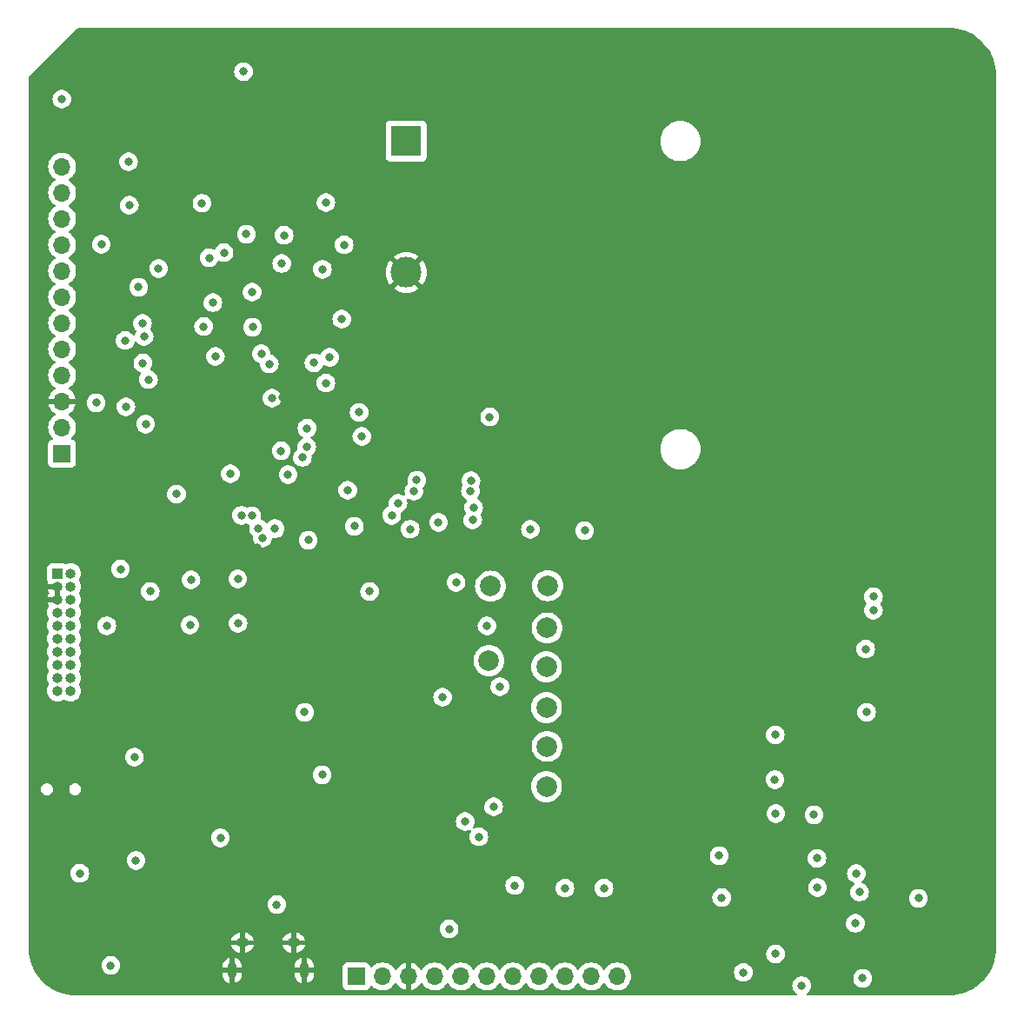
<source format=gbr>
%TF.GenerationSoftware,KiCad,Pcbnew,7.0.7*%
%TF.CreationDate,2024-05-08T11:13:52-07:00*%
%TF.ProjectId,Final_Project_Sutton_Yazzolino,46696e61-6c5f-4507-926f-6a6563745f53,rev?*%
%TF.SameCoordinates,Original*%
%TF.FileFunction,Copper,L2,Inr*%
%TF.FilePolarity,Positive*%
%FSLAX46Y46*%
G04 Gerber Fmt 4.6, Leading zero omitted, Abs format (unit mm)*
G04 Created by KiCad (PCBNEW 7.0.7) date 2024-05-08 11:13:52*
%MOMM*%
%LPD*%
G01*
G04 APERTURE LIST*
%TA.AperFunction,ComponentPad*%
%ADD10C,2.000000*%
%TD*%
%TA.AperFunction,ComponentPad*%
%ADD11O,0.890000X1.550000*%
%TD*%
%TA.AperFunction,ComponentPad*%
%ADD12O,1.250000X0.950000*%
%TD*%
%TA.AperFunction,ComponentPad*%
%ADD13R,1.700000X1.700000*%
%TD*%
%TA.AperFunction,ComponentPad*%
%ADD14O,1.700000X1.700000*%
%TD*%
%TA.AperFunction,ComponentPad*%
%ADD15R,1.000000X1.000000*%
%TD*%
%TA.AperFunction,ComponentPad*%
%ADD16O,1.000000X1.000000*%
%TD*%
%TA.AperFunction,ComponentPad*%
%ADD17R,3.000000X3.000000*%
%TD*%
%TA.AperFunction,ComponentPad*%
%ADD18C,3.000000*%
%TD*%
%TA.AperFunction,ViaPad*%
%ADD19C,0.800000*%
%TD*%
G04 APERTURE END LIST*
D10*
%TO.N,/I2C-DIO*%
%TO.C,Ie1*%
X150825000Y-112600000D03*
%TD*%
D11*
%TO.N,GND*%
%TO.C,J2*%
X120225000Y-142175000D03*
D12*
X121225000Y-139475000D03*
X126225000Y-139475000D03*
D11*
X127225000Y-142175000D03*
%TD*%
D13*
%TO.N,+3.3V*%
%TO.C,LEDmodule1*%
X132325000Y-142750000D03*
D14*
%TO.N,unconnected-(LEDmodule1-3V-Pad2)*%
X134865000Y-142750000D03*
%TO.N,GND*%
X137405000Y-142750000D03*
%TO.N,/SPI-CLK*%
X139945000Y-142750000D03*
%TO.N,/SPI_MISO*%
X142485000Y-142750000D03*
%TO.N,/SPI_MOSI*%
X145025000Y-142750000D03*
%TO.N,/LED_TFTCS*%
X147565000Y-142750000D03*
%TO.N,/LEDreset(unconnected)*%
X150105000Y-142750000D03*
%TO.N,/LED_DC*%
X152645000Y-142750000D03*
%TO.N,/LED_SDCS*%
X155185000Y-142750000D03*
%TO.N,/LED_LIT(unconnected)*%
X157725000Y-142750000D03*
%TD*%
D13*
%TO.N,+3.3V*%
%TO.C,WifiModule1*%
X103650000Y-91825000D03*
D14*
%TO.N,unconnected-(WifiModule1-3V-Pad2)*%
X103650000Y-89285000D03*
%TO.N,GND*%
X103650000Y-86745000D03*
%TO.N,/SPI-CLK*%
X103650000Y-84205000D03*
%TO.N,/SPI_MISO*%
X103650000Y-81665000D03*
%TO.N,/SPI_MOSI*%
X103650000Y-79125000D03*
%TO.N,/Wifi_CS*%
X103650000Y-76585000D03*
%TO.N,/Wifi_BUSY*%
X103650000Y-74045000D03*
%TO.N,/reset*%
X103650000Y-71505000D03*
%TO.N,/Wifi_GPO*%
X103650000Y-68965000D03*
%TO.N,/Wifi_RXI*%
X103650000Y-66425000D03*
%TO.N,/Wifi_TXO*%
X103650000Y-63885000D03*
%TD*%
D10*
%TO.N,/USB_D+*%
%TO.C,USB_D+1*%
X145375000Y-104750000D03*
%TD*%
D15*
%TO.N,+3.3V*%
%TO.C,J3*%
X103200000Y-103525000D03*
D16*
%TO.N,/I2C-SWDIO*%
X104470000Y-103525000D03*
%TO.N,GND*%
X103200000Y-104795000D03*
%TO.N,/I2C-SWCLK*%
X104470000Y-104795000D03*
%TO.N,GND*%
X103200000Y-106065000D03*
%TO.N,unconnected-(J3-SWO{slash}TDO-Pad6)*%
X104470000Y-106065000D03*
%TO.N,unconnected-(J3-KEY-Pad7)*%
X103200000Y-107335000D03*
%TO.N,unconnected-(J3-NC{slash}TDI-Pad8)*%
X104470000Y-107335000D03*
%TO.N,Net-(J3-GNDDetect)*%
X103200000Y-108605000D03*
%TO.N,/reset*%
X104470000Y-108605000D03*
%TO.N,N/C*%
X103200000Y-109875000D03*
X104470000Y-109875000D03*
X103200000Y-111145000D03*
X104470000Y-111145000D03*
X103200000Y-112415000D03*
X104470000Y-112415000D03*
X103200000Y-113685000D03*
X104470000Y-113685000D03*
X103200000Y-114955000D03*
X104470000Y-114955000D03*
%TD*%
D17*
%TO.N,+BATT*%
%TO.C,BT1*%
X137175000Y-61400000D03*
D18*
%TO.N,GND*%
X137175000Y-74200000D03*
%TD*%
D10*
%TO.N,/SPI_MISO*%
%TO.C,TP1*%
X150950000Y-104700000D03*
%TD*%
%TO.N,/I2C-CLK*%
%TO.C,TP4*%
X150825000Y-116575000D03*
%TD*%
%TO.N,/I2C-SWCLK*%
%TO.C,TP5*%
X150900000Y-120350000D03*
%TD*%
%TO.N,/SPI_MOSI*%
%TO.C,TP2*%
X150900000Y-108825000D03*
%TD*%
%TO.N,/I2C-SWDIO*%
%TO.C,TP6*%
X150825000Y-124275000D03*
%TD*%
%TO.N,/USB_D-*%
%TO.C,USB_D-1*%
X145225000Y-112000000D03*
%TD*%
D19*
%TO.N,/SPI-CLK*%
X144250000Y-129160000D03*
X146290000Y-114530000D03*
%TO.N,GND*%
X115190000Y-129720000D03*
X125120000Y-86360000D03*
X116810000Y-70930000D03*
X112325000Y-87100000D03*
X127980000Y-76510000D03*
X132375000Y-136875000D03*
X184725000Y-141400000D03*
X108700000Y-130700000D03*
X176625000Y-112175000D03*
X124000000Y-128475000D03*
X123925000Y-131000000D03*
X179950000Y-134350000D03*
X188950000Y-142650000D03*
X175950000Y-141600000D03*
X107425000Y-126900000D03*
X129575000Y-53450000D03*
X184800000Y-120200000D03*
X175950000Y-110850000D03*
X102625000Y-128725000D03*
X123550000Y-54575000D03*
X113000000Y-53425000D03*
X130990000Y-87010000D03*
X168225000Y-113050000D03*
X122680000Y-94950000D03*
X170825000Y-108400000D03*
X133280000Y-95380000D03*
X125050000Y-137850000D03*
X190700000Y-117925000D03*
X181275000Y-118550000D03*
X109475000Y-91800000D03*
X124630000Y-74950000D03*
X133620000Y-85110000D03*
X189600000Y-109750000D03*
X116725000Y-89700000D03*
X129550000Y-61900000D03*
X103500000Y-120200000D03*
X104600000Y-117175000D03*
X129640000Y-95240000D03*
X182550000Y-102150000D03*
X113025000Y-61850000D03*
X175275000Y-135125000D03*
X112275000Y-93425000D03*
X116390000Y-76080000D03*
X122680000Y-100970000D03*
X186825000Y-105075000D03*
X133650000Y-67330000D03*
%TO.N,+3.3V*%
X117275000Y-67450000D03*
X152630000Y-134160000D03*
X121325000Y-54625000D03*
X131125000Y-71500000D03*
X110125000Y-63400000D03*
X182675000Y-105775000D03*
X129350000Y-67375000D03*
X111790000Y-88960000D03*
X170000000Y-142360000D03*
X111480000Y-79150000D03*
X124100000Y-86430000D03*
X111520000Y-83010000D03*
X122130000Y-97890000D03*
X125275000Y-70575000D03*
X147740000Y-133900000D03*
X103625000Y-57300000D03*
X124560000Y-135770000D03*
X181620000Y-142950000D03*
X182675000Y-107100000D03*
X131475000Y-95400000D03*
X119070000Y-129260000D03*
X129350000Y-84975000D03*
X120785000Y-108355000D03*
X110700000Y-121400000D03*
X116115000Y-108535000D03*
X110200000Y-67650000D03*
X181925000Y-110875000D03*
X156430000Y-134160000D03*
X121600000Y-70475000D03*
%TO.N,+BATT*%
X108390000Y-141690000D03*
%TO.N,Net-(LDO1.8V1-VI)*%
X182010000Y-117040000D03*
X187060000Y-135160000D03*
%TO.N,Net-(U3-PA01)*%
X118580000Y-82380000D03*
X111100000Y-75640000D03*
%TO.N,Net-(U3-PA00)*%
X117440000Y-79460000D03*
X113050000Y-73810000D03*
%TO.N,Net-(D2-K)*%
X105380000Y-132710000D03*
X110850000Y-131460000D03*
%TO.N,/SPI_MOSI*%
X129010000Y-73890000D03*
X117970000Y-72770000D03*
X125050000Y-73330000D03*
%TO.N,/SD_CMD*%
X119420000Y-72260000D03*
X125660000Y-93890000D03*
%TO.N,/SPI-CLK*%
X106971051Y-86888948D03*
X130890000Y-78740000D03*
%TO.N,/SPI_MISO*%
X112060000Y-84620000D03*
%TO.N,/USB_D-*%
X140310000Y-98550000D03*
X145690000Y-126240000D03*
%TO.N,/USB_D+*%
X145300000Y-88270000D03*
X145040000Y-108610000D03*
X142910000Y-127680000D03*
%TO.N,/I2C-SWDIO*%
X109870000Y-87270000D03*
X118340000Y-77140000D03*
X128980000Y-123130000D03*
X127270000Y-117030000D03*
X109340000Y-103090000D03*
%TO.N,/I2C-SWCLK*%
X122160000Y-76100000D03*
X122210000Y-79530000D03*
X108010000Y-108600000D03*
%TO.N,/reset*%
X129710000Y-82470000D03*
X107470000Y-71460000D03*
%TO.N,Net-(JP1-A)*%
X180920000Y-137590000D03*
%TO.N,/PulseOx_IRD*%
X135760000Y-97850000D03*
X137550000Y-99200000D03*
X124990000Y-91570000D03*
%TO.N,Net-(JP2-A)*%
X181020000Y-132740000D03*
%TO.N,/PulseOx_RD*%
X143740000Y-97090000D03*
X136360000Y-96680000D03*
X127060000Y-92210000D03*
%TO.N,Net-(JP3-A)*%
X127630000Y-100260000D03*
%TO.N,Net-(JP4-A)*%
X124390000Y-99150000D03*
%TO.N,Net-(JP5-A)*%
X122780000Y-99140000D03*
%TO.N,/I2C-DIO*%
X116210000Y-104130000D03*
X177180000Y-131250000D03*
X140710000Y-115550000D03*
X167650000Y-131010000D03*
X177220000Y-134100000D03*
%TO.N,Net-(JP6-A)*%
X123158878Y-100064909D03*
%TO.N,/I2C-CLK*%
X120770000Y-104050000D03*
X167900000Y-135090000D03*
%TO.N,Net-(JP7-A)*%
X128190000Y-82990000D03*
%TO.N,Net-(JP8-B)*%
X123830000Y-83100000D03*
%TO.N,Net-(JP9-B)*%
X123050000Y-82120000D03*
%TO.N,Net-(JP10-B)*%
X132850000Y-90170000D03*
%TO.N,Net-(JP11-B)*%
X132580000Y-87830000D03*
%TO.N,/LED_TFTCS*%
X141350000Y-138140000D03*
X112230000Y-105260000D03*
%TO.N,/LED_SDCS*%
X121131329Y-97849238D03*
%TO.N,/PulseOx_INT*%
X173160000Y-126900000D03*
X143640000Y-98300000D03*
X149260000Y-99210000D03*
X173080000Y-123590000D03*
X154550000Y-99340000D03*
X181320000Y-134540000D03*
X176890000Y-127020000D03*
X133610000Y-105260000D03*
X142030000Y-104390000D03*
X173120000Y-119240000D03*
X132120000Y-98910000D03*
%TO.N,/TempSensor_INT*%
X127510000Y-89360000D03*
X143470000Y-94480000D03*
X173150000Y-140560000D03*
X138200000Y-94420000D03*
%TO.N,/TempSensor_ADDR*%
X143427953Y-95478618D03*
X175690000Y-143650000D03*
X127480000Y-91180000D03*
X137920000Y-95500000D03*
%TO.N,/Wifi_BUSY*%
X111640000Y-80420000D03*
X120040000Y-93810000D03*
%TO.N,/Wifi_CS*%
X114790000Y-95785500D03*
X109800000Y-80810000D03*
%TD*%
%TA.AperFunction,Conductor*%
%TO.N,GND*%
G36*
X103095481Y-105106584D02*
G01*
X103171564Y-105120000D01*
X103171568Y-105120000D01*
X103228432Y-105120000D01*
X103228436Y-105120000D01*
X103304469Y-105106593D01*
X103373906Y-105114337D01*
X103428136Y-105158393D01*
X103449938Y-105224774D01*
X103450000Y-105228709D01*
X103450000Y-105631290D01*
X103430315Y-105698329D01*
X103377511Y-105744084D01*
X103308353Y-105754028D01*
X103304469Y-105753406D01*
X103228440Y-105740000D01*
X103228436Y-105740000D01*
X103171564Y-105740000D01*
X103171559Y-105740000D01*
X103095531Y-105753406D01*
X103026092Y-105745662D01*
X102971864Y-105701605D01*
X102950062Y-105635223D01*
X102950000Y-105631290D01*
X102950000Y-105228709D01*
X102969685Y-105161670D01*
X103022489Y-105115915D01*
X103091647Y-105105971D01*
X103095481Y-105106584D01*
G37*
%TD.AperFunction*%
%TA.AperFunction,Conductor*%
G36*
X190399846Y-50398957D02*
G01*
X190405199Y-50399426D01*
X190799315Y-50451312D01*
X190804631Y-50452250D01*
X191192713Y-50538286D01*
X191197924Y-50539681D01*
X191577043Y-50659217D01*
X191582100Y-50661057D01*
X191949371Y-50813185D01*
X191954249Y-50815459D01*
X192306850Y-50999012D01*
X192311528Y-51001714D01*
X192646782Y-51215293D01*
X192651215Y-51218397D01*
X192966569Y-51460377D01*
X192970714Y-51463856D01*
X193263789Y-51732409D01*
X193267590Y-51736210D01*
X193390426Y-51870262D01*
X193536143Y-52029285D01*
X193539622Y-52033430D01*
X193781602Y-52348784D01*
X193784706Y-52353217D01*
X193998285Y-52688471D01*
X194000991Y-52693157D01*
X194182644Y-53042109D01*
X194184531Y-53045732D01*
X194186818Y-53050637D01*
X194338937Y-53417886D01*
X194340783Y-53422960D01*
X194460313Y-53802059D01*
X194461713Y-53807286D01*
X194547749Y-54195368D01*
X194548689Y-54200697D01*
X194600571Y-54594783D01*
X194601043Y-54600174D01*
X194618500Y-54999999D01*
X194618500Y-140000000D01*
X194601043Y-140399825D01*
X194600571Y-140405216D01*
X194548689Y-140799302D01*
X194547749Y-140804631D01*
X194461713Y-141192713D01*
X194460313Y-141197940D01*
X194340783Y-141577039D01*
X194338933Y-141582124D01*
X194186818Y-141949362D01*
X194184531Y-141954267D01*
X194000991Y-142306842D01*
X193998285Y-142311528D01*
X193784706Y-142646782D01*
X193781602Y-142651215D01*
X193539622Y-142966569D01*
X193536143Y-142970714D01*
X193267603Y-143263776D01*
X193263776Y-143267603D01*
X192970714Y-143536143D01*
X192966569Y-143539622D01*
X192651215Y-143781602D01*
X192646782Y-143784706D01*
X192311528Y-143998285D01*
X192306842Y-144000991D01*
X191954267Y-144184531D01*
X191949362Y-144186818D01*
X191677674Y-144299354D01*
X191606433Y-144328864D01*
X191582124Y-144338933D01*
X191577039Y-144340783D01*
X191197940Y-144460313D01*
X191192713Y-144461713D01*
X190804631Y-144547749D01*
X190799302Y-144548689D01*
X190405216Y-144600571D01*
X190399825Y-144601043D01*
X190000000Y-144618500D01*
X176284239Y-144618500D01*
X176217200Y-144598815D01*
X176171445Y-144546011D01*
X176161501Y-144476853D01*
X176190526Y-144413297D01*
X176211350Y-144394184D01*
X176301253Y-144328866D01*
X176429040Y-144186944D01*
X176524527Y-144021556D01*
X176583542Y-143839928D01*
X176603504Y-143650000D01*
X176583542Y-143460072D01*
X176524527Y-143278444D01*
X176429040Y-143113056D01*
X176301253Y-142971134D01*
X176272165Y-142950000D01*
X180706496Y-142950000D01*
X180726458Y-143139928D01*
X180726459Y-143139931D01*
X180785470Y-143321549D01*
X180785473Y-143321556D01*
X180880960Y-143486944D01*
X181008747Y-143628866D01*
X181163248Y-143741118D01*
X181337712Y-143818794D01*
X181524513Y-143858500D01*
X181715487Y-143858500D01*
X181902288Y-143818794D01*
X182076752Y-143741118D01*
X182231253Y-143628866D01*
X182359040Y-143486944D01*
X182454527Y-143321556D01*
X182513542Y-143139928D01*
X182533504Y-142950000D01*
X182513542Y-142760072D01*
X182454527Y-142578444D01*
X182359040Y-142413056D01*
X182231253Y-142271134D01*
X182076752Y-142158882D01*
X181902288Y-142081206D01*
X181902286Y-142081205D01*
X181715487Y-142041500D01*
X181524513Y-142041500D01*
X181337714Y-142081205D01*
X181163246Y-142158883D01*
X181008745Y-142271135D01*
X180880959Y-142413057D01*
X180785473Y-142578443D01*
X180785470Y-142578450D01*
X180729729Y-142750005D01*
X180726458Y-142760072D01*
X180706496Y-142950000D01*
X176272165Y-142950000D01*
X176146752Y-142858882D01*
X175972288Y-142781206D01*
X175972286Y-142781205D01*
X175785487Y-142741500D01*
X175594513Y-142741500D01*
X175407714Y-142781205D01*
X175233246Y-142858883D01*
X175078745Y-142971135D01*
X174950959Y-143113057D01*
X174855473Y-143278443D01*
X174855470Y-143278450D01*
X174796459Y-143460068D01*
X174796458Y-143460072D01*
X174776496Y-143650000D01*
X174796458Y-143839928D01*
X174796459Y-143839931D01*
X174855470Y-144021549D01*
X174855473Y-144021556D01*
X174950960Y-144186944D01*
X175078747Y-144328866D01*
X175168647Y-144394182D01*
X175211312Y-144449512D01*
X175217291Y-144519126D01*
X175184685Y-144580920D01*
X175123846Y-144615278D01*
X175095761Y-144618500D01*
X105000000Y-144618500D01*
X104600174Y-144601043D01*
X104594783Y-144600571D01*
X104200697Y-144548689D01*
X104195368Y-144547749D01*
X103807286Y-144461713D01*
X103802059Y-144460313D01*
X103422960Y-144340783D01*
X103417886Y-144338937D01*
X103050637Y-144186818D01*
X103045740Y-144184535D01*
X102693157Y-144000991D01*
X102688471Y-143998285D01*
X102353217Y-143784706D01*
X102348784Y-143781602D01*
X102311387Y-143752906D01*
X102175501Y-143648637D01*
X130966499Y-143648637D01*
X130966500Y-143648654D01*
X130973011Y-143709202D01*
X130973011Y-143709204D01*
X131010066Y-143808549D01*
X131024111Y-143846204D01*
X131111739Y-143963261D01*
X131228796Y-144050889D01*
X131365799Y-144101989D01*
X131393050Y-144104918D01*
X131426345Y-144108499D01*
X131426362Y-144108500D01*
X133223638Y-144108500D01*
X133223654Y-144108499D01*
X133250692Y-144105591D01*
X133284201Y-144101989D01*
X133421204Y-144050889D01*
X133538261Y-143963261D01*
X133625889Y-143846204D01*
X133671138Y-143724887D01*
X133713009Y-143668956D01*
X133778474Y-143644539D01*
X133846746Y-143659391D01*
X133878545Y-143684236D01*
X133941760Y-143752906D01*
X134119424Y-143891189D01*
X134119425Y-143891189D01*
X134119427Y-143891191D01*
X134179314Y-143923600D01*
X134317426Y-143998342D01*
X134530365Y-144071444D01*
X134752431Y-144108500D01*
X134977569Y-144108500D01*
X135199635Y-144071444D01*
X135412574Y-143998342D01*
X135610576Y-143891189D01*
X135788240Y-143752906D01*
X135909594Y-143621082D01*
X135940715Y-143587276D01*
X135940715Y-143587275D01*
X135940722Y-143587268D01*
X136034749Y-143443347D01*
X136087894Y-143397994D01*
X136157125Y-143388570D01*
X136220461Y-143418072D01*
X136240130Y-143440048D01*
X136366890Y-143621078D01*
X136533917Y-143788105D01*
X136727421Y-143923600D01*
X136941507Y-144023429D01*
X136941516Y-144023433D01*
X137155000Y-144080634D01*
X137155000Y-143362301D01*
X137174685Y-143295262D01*
X137227489Y-143249507D01*
X137296647Y-143239563D01*
X137369237Y-143250000D01*
X137369238Y-143250000D01*
X137440762Y-143250000D01*
X137440763Y-143250000D01*
X137513353Y-143239563D01*
X137582512Y-143249507D01*
X137635315Y-143295262D01*
X137655000Y-143362301D01*
X137655000Y-144080633D01*
X137868483Y-144023433D01*
X137868492Y-144023429D01*
X138082578Y-143923600D01*
X138276082Y-143788105D01*
X138443105Y-143621082D01*
X138569868Y-143440048D01*
X138624445Y-143396423D01*
X138693944Y-143389231D01*
X138756298Y-143420753D01*
X138775251Y-143443350D01*
X138869276Y-143587265D01*
X138869284Y-143587276D01*
X138995968Y-143724889D01*
X139021760Y-143752906D01*
X139199424Y-143891189D01*
X139199425Y-143891189D01*
X139199427Y-143891191D01*
X139259314Y-143923600D01*
X139397426Y-143998342D01*
X139610365Y-144071444D01*
X139832431Y-144108500D01*
X140057569Y-144108500D01*
X140279635Y-144071444D01*
X140492574Y-143998342D01*
X140690576Y-143891189D01*
X140868240Y-143752906D01*
X140989594Y-143621082D01*
X141020715Y-143587276D01*
X141020715Y-143587275D01*
X141020722Y-143587268D01*
X141111193Y-143448790D01*
X141164338Y-143403437D01*
X141233569Y-143394013D01*
X141296905Y-143423515D01*
X141318804Y-143448787D01*
X141409278Y-143587268D01*
X141409283Y-143587273D01*
X141409284Y-143587276D01*
X141535968Y-143724889D01*
X141561760Y-143752906D01*
X141739424Y-143891189D01*
X141739425Y-143891189D01*
X141739427Y-143891191D01*
X141799314Y-143923600D01*
X141937426Y-143998342D01*
X142150365Y-144071444D01*
X142372431Y-144108500D01*
X142597569Y-144108500D01*
X142819635Y-144071444D01*
X143032574Y-143998342D01*
X143230576Y-143891189D01*
X143408240Y-143752906D01*
X143529594Y-143621082D01*
X143560715Y-143587276D01*
X143560715Y-143587275D01*
X143560722Y-143587268D01*
X143651193Y-143448790D01*
X143704338Y-143403437D01*
X143773569Y-143394013D01*
X143836905Y-143423515D01*
X143858804Y-143448787D01*
X143949278Y-143587268D01*
X143949283Y-143587273D01*
X143949284Y-143587276D01*
X144075968Y-143724889D01*
X144101760Y-143752906D01*
X144279424Y-143891189D01*
X144279425Y-143891189D01*
X144279427Y-143891191D01*
X144339314Y-143923600D01*
X144477426Y-143998342D01*
X144690365Y-144071444D01*
X144912431Y-144108500D01*
X145137569Y-144108500D01*
X145359635Y-144071444D01*
X145572574Y-143998342D01*
X145770576Y-143891189D01*
X145948240Y-143752906D01*
X146069594Y-143621082D01*
X146100715Y-143587276D01*
X146100715Y-143587275D01*
X146100722Y-143587268D01*
X146191193Y-143448790D01*
X146244338Y-143403437D01*
X146313569Y-143394013D01*
X146376905Y-143423515D01*
X146398804Y-143448787D01*
X146489278Y-143587268D01*
X146489283Y-143587273D01*
X146489284Y-143587276D01*
X146615968Y-143724889D01*
X146641760Y-143752906D01*
X146819424Y-143891189D01*
X146819425Y-143891189D01*
X146819427Y-143891191D01*
X146879314Y-143923600D01*
X147017426Y-143998342D01*
X147230365Y-144071444D01*
X147452431Y-144108500D01*
X147677569Y-144108500D01*
X147899635Y-144071444D01*
X148112574Y-143998342D01*
X148310576Y-143891189D01*
X148488240Y-143752906D01*
X148609594Y-143621082D01*
X148640715Y-143587276D01*
X148640715Y-143587275D01*
X148640722Y-143587268D01*
X148731193Y-143448790D01*
X148784338Y-143403437D01*
X148853569Y-143394013D01*
X148916905Y-143423515D01*
X148938804Y-143448787D01*
X149029278Y-143587268D01*
X149029283Y-143587273D01*
X149029284Y-143587276D01*
X149155968Y-143724889D01*
X149181760Y-143752906D01*
X149359424Y-143891189D01*
X149359425Y-143891189D01*
X149359427Y-143891191D01*
X149419314Y-143923600D01*
X149557426Y-143998342D01*
X149770365Y-144071444D01*
X149992431Y-144108500D01*
X150217569Y-144108500D01*
X150439635Y-144071444D01*
X150652574Y-143998342D01*
X150850576Y-143891189D01*
X151028240Y-143752906D01*
X151149594Y-143621082D01*
X151180715Y-143587276D01*
X151180715Y-143587275D01*
X151180722Y-143587268D01*
X151271193Y-143448790D01*
X151324338Y-143403437D01*
X151393569Y-143394013D01*
X151456905Y-143423515D01*
X151478804Y-143448787D01*
X151569278Y-143587268D01*
X151569283Y-143587273D01*
X151569284Y-143587276D01*
X151695968Y-143724889D01*
X151721760Y-143752906D01*
X151899424Y-143891189D01*
X151899425Y-143891189D01*
X151899427Y-143891191D01*
X151959314Y-143923600D01*
X152097426Y-143998342D01*
X152310365Y-144071444D01*
X152532431Y-144108500D01*
X152757569Y-144108500D01*
X152979635Y-144071444D01*
X153192574Y-143998342D01*
X153390576Y-143891189D01*
X153568240Y-143752906D01*
X153689594Y-143621082D01*
X153720715Y-143587276D01*
X153720715Y-143587275D01*
X153720722Y-143587268D01*
X153811193Y-143448790D01*
X153864338Y-143403437D01*
X153933569Y-143394013D01*
X153996905Y-143423515D01*
X154018804Y-143448787D01*
X154109278Y-143587268D01*
X154109283Y-143587273D01*
X154109284Y-143587276D01*
X154235968Y-143724889D01*
X154261760Y-143752906D01*
X154439424Y-143891189D01*
X154439425Y-143891189D01*
X154439427Y-143891191D01*
X154499314Y-143923600D01*
X154637426Y-143998342D01*
X154850365Y-144071444D01*
X155072431Y-144108500D01*
X155297569Y-144108500D01*
X155519635Y-144071444D01*
X155732574Y-143998342D01*
X155930576Y-143891189D01*
X156108240Y-143752906D01*
X156229594Y-143621082D01*
X156260715Y-143587276D01*
X156260715Y-143587275D01*
X156260722Y-143587268D01*
X156351193Y-143448790D01*
X156404338Y-143403437D01*
X156473569Y-143394013D01*
X156536905Y-143423515D01*
X156558804Y-143448787D01*
X156649278Y-143587268D01*
X156649283Y-143587273D01*
X156649284Y-143587276D01*
X156775968Y-143724889D01*
X156801760Y-143752906D01*
X156979424Y-143891189D01*
X156979425Y-143891189D01*
X156979427Y-143891191D01*
X157039314Y-143923600D01*
X157177426Y-143998342D01*
X157390365Y-144071444D01*
X157612431Y-144108500D01*
X157837569Y-144108500D01*
X158059635Y-144071444D01*
X158272574Y-143998342D01*
X158470576Y-143891189D01*
X158648240Y-143752906D01*
X158769594Y-143621082D01*
X158800715Y-143587276D01*
X158800717Y-143587273D01*
X158800722Y-143587268D01*
X158923860Y-143398791D01*
X159014296Y-143192616D01*
X159069564Y-142974368D01*
X159069867Y-142970714D01*
X159088156Y-142750005D01*
X159088156Y-142749994D01*
X159069565Y-142525640D01*
X159069563Y-142525628D01*
X159066876Y-142515018D01*
X159027620Y-142360000D01*
X169086496Y-142360000D01*
X169106458Y-142549928D01*
X169108442Y-142556035D01*
X169165470Y-142731549D01*
X169165473Y-142731556D01*
X169260960Y-142896944D01*
X169388747Y-143038866D01*
X169543248Y-143151118D01*
X169717712Y-143228794D01*
X169904513Y-143268500D01*
X170095487Y-143268500D01*
X170282288Y-143228794D01*
X170456752Y-143151118D01*
X170611253Y-143038866D01*
X170739040Y-142896944D01*
X170834527Y-142731556D01*
X170893542Y-142549928D01*
X170913504Y-142360000D01*
X170893542Y-142170072D01*
X170834527Y-141988444D01*
X170739040Y-141823056D01*
X170611253Y-141681134D01*
X170456752Y-141568882D01*
X170282288Y-141491206D01*
X170282286Y-141491205D01*
X170095487Y-141451500D01*
X169904513Y-141451500D01*
X169717714Y-141491205D01*
X169630479Y-141530043D01*
X169561756Y-141560642D01*
X169543246Y-141568883D01*
X169388745Y-141681135D01*
X169260959Y-141823057D01*
X169165473Y-141988443D01*
X169165470Y-141988450D01*
X169106459Y-142170068D01*
X169106458Y-142170072D01*
X169086496Y-142360000D01*
X159027620Y-142360000D01*
X159014296Y-142307384D01*
X158923860Y-142101209D01*
X158910791Y-142081206D01*
X158850186Y-141988443D01*
X158800722Y-141912732D01*
X158800719Y-141912729D01*
X158800715Y-141912723D01*
X158648243Y-141747097D01*
X158648238Y-141747092D01*
X158478981Y-141615353D01*
X158470576Y-141608811D01*
X158470575Y-141608810D01*
X158470572Y-141608808D01*
X158272580Y-141501661D01*
X158272577Y-141501659D01*
X158272574Y-141501658D01*
X158272571Y-141501657D01*
X158272569Y-141501656D01*
X158059637Y-141428556D01*
X157837569Y-141391500D01*
X157612431Y-141391500D01*
X157390362Y-141428556D01*
X157177430Y-141501656D01*
X157177419Y-141501661D01*
X156979427Y-141608808D01*
X156979422Y-141608812D01*
X156801761Y-141747092D01*
X156801756Y-141747097D01*
X156649284Y-141912723D01*
X156649276Y-141912734D01*
X156558808Y-142051206D01*
X156505662Y-142096562D01*
X156436431Y-142105986D01*
X156373095Y-142076484D01*
X156351192Y-142051206D01*
X156286287Y-141951862D01*
X156260722Y-141912732D01*
X156260719Y-141912729D01*
X156260715Y-141912723D01*
X156108243Y-141747097D01*
X156108238Y-141747092D01*
X155938981Y-141615353D01*
X155930576Y-141608811D01*
X155930575Y-141608810D01*
X155930572Y-141608808D01*
X155732580Y-141501661D01*
X155732577Y-141501659D01*
X155732574Y-141501658D01*
X155732571Y-141501657D01*
X155732569Y-141501656D01*
X155519637Y-141428556D01*
X155297569Y-141391500D01*
X155072431Y-141391500D01*
X154850362Y-141428556D01*
X154637430Y-141501656D01*
X154637419Y-141501661D01*
X154439427Y-141608808D01*
X154439422Y-141608812D01*
X154261761Y-141747092D01*
X154261756Y-141747097D01*
X154109284Y-141912723D01*
X154109276Y-141912734D01*
X154018808Y-142051206D01*
X153965662Y-142096562D01*
X153896431Y-142105986D01*
X153833095Y-142076484D01*
X153811192Y-142051206D01*
X153746287Y-141951862D01*
X153720722Y-141912732D01*
X153720719Y-141912729D01*
X153720715Y-141912723D01*
X153568243Y-141747097D01*
X153568238Y-141747092D01*
X153398981Y-141615353D01*
X153390576Y-141608811D01*
X153390575Y-141608810D01*
X153390572Y-141608808D01*
X153192580Y-141501661D01*
X153192577Y-141501659D01*
X153192574Y-141501658D01*
X153192571Y-141501657D01*
X153192569Y-141501656D01*
X152979637Y-141428556D01*
X152757569Y-141391500D01*
X152532431Y-141391500D01*
X152310362Y-141428556D01*
X152097430Y-141501656D01*
X152097419Y-141501661D01*
X151899427Y-141608808D01*
X151899422Y-141608812D01*
X151721761Y-141747092D01*
X151721756Y-141747097D01*
X151569284Y-141912723D01*
X151569276Y-141912734D01*
X151478808Y-142051206D01*
X151425662Y-142096562D01*
X151356431Y-142105986D01*
X151293095Y-142076484D01*
X151271192Y-142051206D01*
X151206287Y-141951862D01*
X151180722Y-141912732D01*
X151180719Y-141912729D01*
X151180715Y-141912723D01*
X151028243Y-141747097D01*
X151028238Y-141747092D01*
X150858981Y-141615353D01*
X150850576Y-141608811D01*
X150850575Y-141608810D01*
X150850572Y-141608808D01*
X150652580Y-141501661D01*
X150652577Y-141501659D01*
X150652574Y-141501658D01*
X150652571Y-141501657D01*
X150652569Y-141501656D01*
X150439637Y-141428556D01*
X150217569Y-141391500D01*
X149992431Y-141391500D01*
X149770362Y-141428556D01*
X149557430Y-141501656D01*
X149557419Y-141501661D01*
X149359427Y-141608808D01*
X149359422Y-141608812D01*
X149181761Y-141747092D01*
X149181756Y-141747097D01*
X149029284Y-141912723D01*
X149029276Y-141912734D01*
X148938808Y-142051206D01*
X148885662Y-142096562D01*
X148816431Y-142105986D01*
X148753095Y-142076484D01*
X148731192Y-142051206D01*
X148666287Y-141951862D01*
X148640722Y-141912732D01*
X148640719Y-141912729D01*
X148640715Y-141912723D01*
X148488243Y-141747097D01*
X148488238Y-141747092D01*
X148318981Y-141615353D01*
X148310576Y-141608811D01*
X148310575Y-141608810D01*
X148310572Y-141608808D01*
X148112580Y-141501661D01*
X148112577Y-141501659D01*
X148112574Y-141501658D01*
X148112571Y-141501657D01*
X148112569Y-141501656D01*
X147899637Y-141428556D01*
X147677569Y-141391500D01*
X147452431Y-141391500D01*
X147230362Y-141428556D01*
X147017430Y-141501656D01*
X147017419Y-141501661D01*
X146819427Y-141608808D01*
X146819422Y-141608812D01*
X146641761Y-141747092D01*
X146641756Y-141747097D01*
X146489284Y-141912723D01*
X146489276Y-141912734D01*
X146398808Y-142051206D01*
X146345662Y-142096562D01*
X146276431Y-142105986D01*
X146213095Y-142076484D01*
X146191192Y-142051206D01*
X146126287Y-141951862D01*
X146100722Y-141912732D01*
X146100719Y-141912729D01*
X146100715Y-141912723D01*
X145948243Y-141747097D01*
X145948238Y-141747092D01*
X145778981Y-141615353D01*
X145770576Y-141608811D01*
X145770575Y-141608810D01*
X145770572Y-141608808D01*
X145572580Y-141501661D01*
X145572577Y-141501659D01*
X145572574Y-141501658D01*
X145572571Y-141501657D01*
X145572569Y-141501656D01*
X145359637Y-141428556D01*
X145137569Y-141391500D01*
X144912431Y-141391500D01*
X144690362Y-141428556D01*
X144477430Y-141501656D01*
X144477419Y-141501661D01*
X144279427Y-141608808D01*
X144279422Y-141608812D01*
X144101761Y-141747092D01*
X144101756Y-141747097D01*
X143949284Y-141912723D01*
X143949276Y-141912734D01*
X143858808Y-142051206D01*
X143805662Y-142096562D01*
X143736431Y-142105986D01*
X143673095Y-142076484D01*
X143651192Y-142051206D01*
X143586287Y-141951862D01*
X143560722Y-141912732D01*
X143560719Y-141912729D01*
X143560715Y-141912723D01*
X143408243Y-141747097D01*
X143408238Y-141747092D01*
X143238981Y-141615353D01*
X143230576Y-141608811D01*
X143230575Y-141608810D01*
X143230572Y-141608808D01*
X143032580Y-141501661D01*
X143032577Y-141501659D01*
X143032574Y-141501658D01*
X143032571Y-141501657D01*
X143032569Y-141501656D01*
X142819637Y-141428556D01*
X142597569Y-141391500D01*
X142372431Y-141391500D01*
X142150362Y-141428556D01*
X141937430Y-141501656D01*
X141937419Y-141501661D01*
X141739427Y-141608808D01*
X141739422Y-141608812D01*
X141561761Y-141747092D01*
X141561756Y-141747097D01*
X141409284Y-141912723D01*
X141409276Y-141912734D01*
X141318808Y-142051206D01*
X141265662Y-142096562D01*
X141196431Y-142105986D01*
X141133095Y-142076484D01*
X141111192Y-142051206D01*
X141046287Y-141951862D01*
X141020722Y-141912732D01*
X141020719Y-141912729D01*
X141020715Y-141912723D01*
X140868243Y-141747097D01*
X140868238Y-141747092D01*
X140698981Y-141615353D01*
X140690576Y-141608811D01*
X140690575Y-141608810D01*
X140690572Y-141608808D01*
X140492580Y-141501661D01*
X140492577Y-141501659D01*
X140492574Y-141501658D01*
X140492571Y-141501657D01*
X140492569Y-141501656D01*
X140279637Y-141428556D01*
X140057569Y-141391500D01*
X139832431Y-141391500D01*
X139610362Y-141428556D01*
X139397430Y-141501656D01*
X139397419Y-141501661D01*
X139199427Y-141608808D01*
X139199422Y-141608812D01*
X139021761Y-141747092D01*
X139021756Y-141747097D01*
X138869284Y-141912723D01*
X138869276Y-141912734D01*
X138775251Y-142056650D01*
X138722105Y-142102007D01*
X138652873Y-142111430D01*
X138589538Y-142081928D01*
X138569868Y-142059951D01*
X138443113Y-141878926D01*
X138443108Y-141878920D01*
X138276082Y-141711894D01*
X138082578Y-141576399D01*
X137868492Y-141476570D01*
X137868486Y-141476567D01*
X137655000Y-141419364D01*
X137655000Y-142137698D01*
X137635315Y-142204737D01*
X137582511Y-142250492D01*
X137513355Y-142260436D01*
X137440766Y-142250000D01*
X137440763Y-142250000D01*
X137369237Y-142250000D01*
X137369233Y-142250000D01*
X137296645Y-142260436D01*
X137227487Y-142250492D01*
X137174684Y-142204736D01*
X137155000Y-142137698D01*
X137155000Y-141419364D01*
X137154999Y-141419364D01*
X136941513Y-141476567D01*
X136941507Y-141476570D01*
X136727422Y-141576399D01*
X136727420Y-141576400D01*
X136533926Y-141711886D01*
X136533920Y-141711891D01*
X136366891Y-141878920D01*
X136366890Y-141878922D01*
X136240131Y-142059952D01*
X136185554Y-142103577D01*
X136116055Y-142110769D01*
X136053701Y-142079247D01*
X136034752Y-142056656D01*
X135940722Y-141912732D01*
X135940715Y-141912725D01*
X135940715Y-141912723D01*
X135788243Y-141747097D01*
X135788238Y-141747092D01*
X135618981Y-141615353D01*
X135610576Y-141608811D01*
X135610575Y-141608810D01*
X135610572Y-141608808D01*
X135412580Y-141501661D01*
X135412577Y-141501659D01*
X135412574Y-141501658D01*
X135412571Y-141501657D01*
X135412569Y-141501656D01*
X135199637Y-141428556D01*
X134977569Y-141391500D01*
X134752431Y-141391500D01*
X134530362Y-141428556D01*
X134317430Y-141501656D01*
X134317419Y-141501661D01*
X134119427Y-141608808D01*
X134119422Y-141608812D01*
X133941761Y-141747092D01*
X133878548Y-141815760D01*
X133818661Y-141851750D01*
X133748823Y-141849649D01*
X133691207Y-141810124D01*
X133671138Y-141775110D01*
X133625889Y-141653796D01*
X133596476Y-141614505D01*
X133538261Y-141536739D01*
X133421204Y-141449111D01*
X133366733Y-141428794D01*
X133284203Y-141398011D01*
X133223654Y-141391500D01*
X133223638Y-141391500D01*
X131426362Y-141391500D01*
X131426345Y-141391500D01*
X131365797Y-141398011D01*
X131365795Y-141398011D01*
X131228795Y-141449111D01*
X131111739Y-141536739D01*
X131024111Y-141653795D01*
X130973011Y-141790795D01*
X130973011Y-141790797D01*
X130966500Y-141851345D01*
X130966499Y-141851362D01*
X130966499Y-143648637D01*
X102175501Y-143648637D01*
X102033428Y-143539621D01*
X102029285Y-143536143D01*
X101908388Y-143425362D01*
X101736210Y-143267590D01*
X101732409Y-143263789D01*
X101463856Y-142970714D01*
X101460377Y-142966569D01*
X101459920Y-142965974D01*
X101218393Y-142651210D01*
X101215293Y-142646782D01*
X101001714Y-142311528D01*
X100999008Y-142306842D01*
X100995967Y-142301000D01*
X100815459Y-141954249D01*
X100813181Y-141949362D01*
X100803090Y-141925000D01*
X100705750Y-141690000D01*
X107476496Y-141690000D01*
X107496458Y-141879928D01*
X107496459Y-141879931D01*
X107555470Y-142061549D01*
X107555473Y-142061556D01*
X107650960Y-142226944D01*
X107725069Y-142309250D01*
X107775767Y-142365557D01*
X107778747Y-142368866D01*
X107933248Y-142481118D01*
X108107712Y-142558794D01*
X108294513Y-142598500D01*
X108485487Y-142598500D01*
X108672288Y-142558794D01*
X108685479Y-142552921D01*
X119280000Y-142552921D01*
X119294570Y-142696209D01*
X119352103Y-142879579D01*
X119352108Y-142879589D01*
X119445380Y-143047633D01*
X119445380Y-143047634D01*
X119570567Y-143193460D01*
X119570568Y-143193461D01*
X119722548Y-143311102D01*
X119722552Y-143311104D01*
X119895107Y-143395746D01*
X119975000Y-143416430D01*
X119975000Y-142856264D01*
X119994685Y-142789225D01*
X120047489Y-142743470D01*
X120116647Y-142733526D01*
X120123192Y-142734647D01*
X120224999Y-142754898D01*
X120225000Y-142754898D01*
X120225001Y-142754898D01*
X120326808Y-142734647D01*
X120396400Y-142740874D01*
X120451577Y-142783737D01*
X120474822Y-142849627D01*
X120475000Y-142856264D01*
X120475000Y-143420137D01*
X120643314Y-143357801D01*
X120643323Y-143357797D01*
X120806419Y-143256140D01*
X120806424Y-143256135D01*
X120945720Y-143123725D01*
X121055518Y-142965974D01*
X121131310Y-142789357D01*
X121170000Y-142601097D01*
X121170000Y-142552921D01*
X126280000Y-142552921D01*
X126294570Y-142696209D01*
X126352103Y-142879579D01*
X126352108Y-142879589D01*
X126445380Y-143047633D01*
X126445380Y-143047634D01*
X126570567Y-143193460D01*
X126570568Y-143193461D01*
X126722548Y-143311102D01*
X126722552Y-143311104D01*
X126895107Y-143395746D01*
X126974999Y-143416430D01*
X126974999Y-142856264D01*
X126994683Y-142789225D01*
X127047487Y-142743470D01*
X127116646Y-142733526D01*
X127123190Y-142734647D01*
X127224998Y-142754898D01*
X127225000Y-142754898D01*
X127225001Y-142754898D01*
X127326808Y-142734647D01*
X127396400Y-142740874D01*
X127451577Y-142783737D01*
X127474822Y-142849627D01*
X127475000Y-142856264D01*
X127475000Y-143420137D01*
X127643314Y-143357801D01*
X127643323Y-143357797D01*
X127806419Y-143256140D01*
X127806424Y-143256135D01*
X127945720Y-143123725D01*
X128055518Y-142965974D01*
X128131310Y-142789357D01*
X128170000Y-142601097D01*
X128170000Y-142425000D01*
X127599000Y-142425000D01*
X127531961Y-142405315D01*
X127486206Y-142352511D01*
X127475000Y-142301000D01*
X127475000Y-142049000D01*
X127494685Y-141981961D01*
X127547489Y-141936206D01*
X127599000Y-141925000D01*
X128170000Y-141925000D01*
X128170000Y-141797078D01*
X128155429Y-141653790D01*
X128097896Y-141470420D01*
X128097891Y-141470410D01*
X128004619Y-141302366D01*
X128004619Y-141302365D01*
X127879432Y-141156539D01*
X127879431Y-141156538D01*
X127727451Y-141038897D01*
X127727447Y-141038895D01*
X127554893Y-140954254D01*
X127475000Y-140933567D01*
X127475000Y-141493735D01*
X127455315Y-141560774D01*
X127402511Y-141606529D01*
X127333353Y-141616473D01*
X127326809Y-141615353D01*
X127225000Y-141595102D01*
X127123191Y-141615353D01*
X127053599Y-141609125D01*
X126998422Y-141566261D01*
X126975178Y-141500371D01*
X126975000Y-141493735D01*
X126975000Y-140929861D01*
X126974999Y-140929861D01*
X126806685Y-140992198D01*
X126806676Y-140992202D01*
X126643580Y-141093859D01*
X126643575Y-141093864D01*
X126504279Y-141226274D01*
X126394481Y-141384025D01*
X126318689Y-141560642D01*
X126280000Y-141748902D01*
X126280000Y-141925000D01*
X126851000Y-141925000D01*
X126918039Y-141944685D01*
X126963794Y-141997489D01*
X126975000Y-142049000D01*
X126975000Y-142301000D01*
X126955315Y-142368039D01*
X126902511Y-142413794D01*
X126851000Y-142425000D01*
X126280000Y-142425000D01*
X126280000Y-142552921D01*
X121170000Y-142552921D01*
X121170000Y-142425000D01*
X120599000Y-142425000D01*
X120531961Y-142405315D01*
X120486206Y-142352511D01*
X120475000Y-142301000D01*
X120475000Y-142049000D01*
X120494685Y-141981961D01*
X120547489Y-141936206D01*
X120599000Y-141925000D01*
X121170000Y-141925000D01*
X121170000Y-141797078D01*
X121155429Y-141653790D01*
X121097896Y-141470420D01*
X121097891Y-141470410D01*
X121004619Y-141302366D01*
X121004619Y-141302365D01*
X120879432Y-141156539D01*
X120879431Y-141156538D01*
X120727451Y-141038897D01*
X120727447Y-141038895D01*
X120554893Y-140954254D01*
X120475000Y-140933567D01*
X120475000Y-141493735D01*
X120455315Y-141560774D01*
X120402511Y-141606529D01*
X120333353Y-141616473D01*
X120326809Y-141615353D01*
X120280433Y-141606128D01*
X120225000Y-141595102D01*
X120224999Y-141595102D01*
X120123191Y-141615353D01*
X120053599Y-141609125D01*
X119998422Y-141566261D01*
X119975178Y-141500371D01*
X119975000Y-141493735D01*
X119975000Y-140929861D01*
X119974999Y-140929861D01*
X119806685Y-140992198D01*
X119806676Y-140992202D01*
X119643580Y-141093859D01*
X119643575Y-141093864D01*
X119504279Y-141226274D01*
X119394481Y-141384025D01*
X119318689Y-141560642D01*
X119280000Y-141748902D01*
X119280000Y-141925000D01*
X119851000Y-141925000D01*
X119918039Y-141944685D01*
X119963794Y-141997489D01*
X119975000Y-142049000D01*
X119975000Y-142301000D01*
X119955315Y-142368039D01*
X119902511Y-142413794D01*
X119851000Y-142425000D01*
X119280000Y-142425000D01*
X119280000Y-142552921D01*
X108685479Y-142552921D01*
X108846752Y-142481118D01*
X109001253Y-142368866D01*
X109129040Y-142226944D01*
X109224527Y-142061556D01*
X109283542Y-141879928D01*
X109303504Y-141690000D01*
X109283542Y-141500072D01*
X109224527Y-141318444D01*
X109129040Y-141153056D01*
X109001253Y-141011134D01*
X108846752Y-140898882D01*
X108672288Y-140821206D01*
X108672286Y-140821205D01*
X108485487Y-140781500D01*
X108294513Y-140781500D01*
X108107714Y-140821205D01*
X107933246Y-140898883D01*
X107778745Y-141011135D01*
X107650959Y-141153057D01*
X107555473Y-141318443D01*
X107555470Y-141318450D01*
X107498517Y-141493735D01*
X107496458Y-141500072D01*
X107476496Y-141690000D01*
X100705750Y-141690000D01*
X100661057Y-141582100D01*
X100659216Y-141577039D01*
X100659014Y-141576399D01*
X100539681Y-141197924D01*
X100538286Y-141192713D01*
X100452250Y-140804631D01*
X100451312Y-140799315D01*
X100419806Y-140560000D01*
X172236496Y-140560000D01*
X172256458Y-140749928D01*
X172256459Y-140749931D01*
X172315470Y-140931549D01*
X172315473Y-140931556D01*
X172410960Y-141096944D01*
X172538747Y-141238866D01*
X172693248Y-141351118D01*
X172867712Y-141428794D01*
X173054513Y-141468500D01*
X173245487Y-141468500D01*
X173432288Y-141428794D01*
X173606752Y-141351118D01*
X173761253Y-141238866D01*
X173889040Y-141096944D01*
X173984527Y-140931556D01*
X174043542Y-140749928D01*
X174063504Y-140560000D01*
X174043542Y-140370072D01*
X173984527Y-140188444D01*
X173889040Y-140023056D01*
X173761253Y-139881134D01*
X173606752Y-139768882D01*
X173432288Y-139691206D01*
X173432286Y-139691205D01*
X173245487Y-139651500D01*
X173054513Y-139651500D01*
X172867714Y-139691205D01*
X172693246Y-139768883D01*
X172538745Y-139881135D01*
X172410959Y-140023057D01*
X172315473Y-140188443D01*
X172315470Y-140188450D01*
X172304381Y-140222580D01*
X172256458Y-140370072D01*
X172236496Y-140560000D01*
X100419806Y-140560000D01*
X100399426Y-140405199D01*
X100398957Y-140399846D01*
X100381500Y-140000000D01*
X100381500Y-139945149D01*
X100381500Y-139725000D01*
X120127869Y-139725000D01*
X120195122Y-139906591D01*
X120195126Y-139906598D01*
X120300019Y-140074883D01*
X120436633Y-140218601D01*
X120436635Y-140218602D01*
X120599390Y-140331884D01*
X120781615Y-140410082D01*
X120974999Y-140449823D01*
X120974999Y-139874000D01*
X120994683Y-139806961D01*
X121047487Y-139761206D01*
X121098999Y-139750000D01*
X121351000Y-139750000D01*
X121418039Y-139769685D01*
X121463794Y-139822489D01*
X121475000Y-139874000D01*
X121475000Y-140444858D01*
X121572279Y-140434967D01*
X121761471Y-140375607D01*
X121761486Y-140375600D01*
X121934856Y-140279372D01*
X121934861Y-140279369D01*
X122085315Y-140150208D01*
X122085317Y-140150207D01*
X122206693Y-139993402D01*
X122206695Y-139993398D01*
X122294022Y-139815370D01*
X122317420Y-139725000D01*
X125127869Y-139725000D01*
X125195122Y-139906591D01*
X125195126Y-139906598D01*
X125300019Y-140074883D01*
X125436633Y-140218601D01*
X125436635Y-140218602D01*
X125599390Y-140331884D01*
X125781615Y-140410082D01*
X125974999Y-140449823D01*
X125974999Y-139874000D01*
X125994683Y-139806961D01*
X126047487Y-139761206D01*
X126098999Y-139750000D01*
X126351000Y-139750000D01*
X126418039Y-139769685D01*
X126463794Y-139822489D01*
X126475000Y-139874000D01*
X126474999Y-140444858D01*
X126572279Y-140434967D01*
X126761471Y-140375607D01*
X126761486Y-140375600D01*
X126934856Y-140279372D01*
X126934861Y-140279369D01*
X127085315Y-140150208D01*
X127085317Y-140150207D01*
X127206693Y-139993402D01*
X127206695Y-139993398D01*
X127294022Y-139815370D01*
X127317420Y-139725000D01*
X126756755Y-139725000D01*
X126689716Y-139705315D01*
X126643961Y-139652511D01*
X126634017Y-139583353D01*
X126635137Y-139576809D01*
X126655388Y-139475000D01*
X126635137Y-139373190D01*
X126641365Y-139303599D01*
X126684229Y-139248422D01*
X126750119Y-139225178D01*
X126756755Y-139225000D01*
X127322130Y-139225000D01*
X127322130Y-139224999D01*
X127254877Y-139043408D01*
X127254873Y-139043401D01*
X127149980Y-138875116D01*
X127013366Y-138731398D01*
X127013364Y-138731397D01*
X126850609Y-138618115D01*
X126668384Y-138539917D01*
X126475000Y-138500175D01*
X126475000Y-139076000D01*
X126455315Y-139143039D01*
X126402511Y-139188794D01*
X126351000Y-139200000D01*
X126098999Y-139200000D01*
X126031960Y-139180315D01*
X125986205Y-139127511D01*
X125974999Y-139076000D01*
X125974999Y-138505140D01*
X125877716Y-138515034D01*
X125688528Y-138574392D01*
X125688513Y-138574399D01*
X125515143Y-138670627D01*
X125515138Y-138670630D01*
X125364684Y-138799791D01*
X125364682Y-138799792D01*
X125243306Y-138956597D01*
X125243304Y-138956601D01*
X125155977Y-139134629D01*
X125132579Y-139224999D01*
X125132580Y-139225000D01*
X125693245Y-139225000D01*
X125760284Y-139244685D01*
X125806039Y-139297489D01*
X125815983Y-139366647D01*
X125814863Y-139373191D01*
X125794612Y-139474999D01*
X125814863Y-139576809D01*
X125808635Y-139646401D01*
X125765771Y-139701578D01*
X125699881Y-139724822D01*
X125693245Y-139725000D01*
X125127869Y-139725000D01*
X122317420Y-139725000D01*
X121756755Y-139725000D01*
X121689716Y-139705315D01*
X121643961Y-139652511D01*
X121634017Y-139583353D01*
X121635137Y-139576809D01*
X121655388Y-139475000D01*
X121635137Y-139373190D01*
X121641365Y-139303599D01*
X121684229Y-139248422D01*
X121750119Y-139225178D01*
X121756755Y-139225000D01*
X122322130Y-139225000D01*
X122322130Y-139224999D01*
X122254877Y-139043408D01*
X122254873Y-139043401D01*
X122149980Y-138875116D01*
X122013366Y-138731398D01*
X122013364Y-138731397D01*
X121850609Y-138618115D01*
X121668384Y-138539917D01*
X121475000Y-138500175D01*
X121475000Y-139076000D01*
X121455315Y-139143039D01*
X121402511Y-139188794D01*
X121351000Y-139200000D01*
X121098999Y-139200000D01*
X121031960Y-139180315D01*
X120986205Y-139127511D01*
X120974999Y-139076000D01*
X120974999Y-138505140D01*
X120974998Y-138505140D01*
X120877716Y-138515034D01*
X120688528Y-138574392D01*
X120688513Y-138574399D01*
X120515143Y-138670627D01*
X120515138Y-138670630D01*
X120364684Y-138799791D01*
X120364682Y-138799792D01*
X120243306Y-138956597D01*
X120243304Y-138956601D01*
X120155977Y-139134629D01*
X120132579Y-139224999D01*
X120132580Y-139225000D01*
X120693245Y-139225000D01*
X120760284Y-139244685D01*
X120806039Y-139297489D01*
X120815983Y-139366647D01*
X120814863Y-139373191D01*
X120794612Y-139474999D01*
X120814863Y-139576809D01*
X120808635Y-139646401D01*
X120765771Y-139701578D01*
X120699881Y-139724822D01*
X120693245Y-139725000D01*
X120127869Y-139725000D01*
X100381500Y-139725000D01*
X100381500Y-138140000D01*
X140436496Y-138140000D01*
X140456458Y-138329928D01*
X140456459Y-138329931D01*
X140515470Y-138511549D01*
X140515473Y-138511556D01*
X140610960Y-138676944D01*
X140738747Y-138818866D01*
X140893248Y-138931118D01*
X141067712Y-139008794D01*
X141254513Y-139048500D01*
X141445487Y-139048500D01*
X141632288Y-139008794D01*
X141806752Y-138931118D01*
X141961253Y-138818866D01*
X142089040Y-138676944D01*
X142184527Y-138511556D01*
X142243542Y-138329928D01*
X142263504Y-138140000D01*
X142243542Y-137950072D01*
X142184527Y-137768444D01*
X142089040Y-137603056D01*
X142077284Y-137590000D01*
X180006496Y-137590000D01*
X180026458Y-137779928D01*
X180026459Y-137779931D01*
X180085470Y-137961549D01*
X180085473Y-137961556D01*
X180180960Y-138126944D01*
X180308747Y-138268866D01*
X180463248Y-138381118D01*
X180637712Y-138458794D01*
X180824513Y-138498500D01*
X181015487Y-138498500D01*
X181202288Y-138458794D01*
X181376752Y-138381118D01*
X181531253Y-138268866D01*
X181659040Y-138126944D01*
X181754527Y-137961556D01*
X181813542Y-137779928D01*
X181833504Y-137590000D01*
X181813542Y-137400072D01*
X181754527Y-137218444D01*
X181659040Y-137053056D01*
X181531253Y-136911134D01*
X181376752Y-136798882D01*
X181202288Y-136721206D01*
X181202286Y-136721205D01*
X181015487Y-136681500D01*
X180824513Y-136681500D01*
X180637714Y-136721205D01*
X180463246Y-136798883D01*
X180308745Y-136911135D01*
X180180959Y-137053057D01*
X180085473Y-137218443D01*
X180085470Y-137218450D01*
X180043090Y-137348883D01*
X180026458Y-137400072D01*
X180006496Y-137590000D01*
X142077284Y-137590000D01*
X141961253Y-137461134D01*
X141806752Y-137348882D01*
X141632288Y-137271206D01*
X141632286Y-137271205D01*
X141445487Y-137231500D01*
X141254513Y-137231500D01*
X141067714Y-137271205D01*
X140893246Y-137348883D01*
X140738745Y-137461135D01*
X140610959Y-137603057D01*
X140515473Y-137768443D01*
X140515470Y-137768450D01*
X140456459Y-137950068D01*
X140456458Y-137950072D01*
X140436496Y-138140000D01*
X100381500Y-138140000D01*
X100381500Y-135770000D01*
X123646496Y-135770000D01*
X123666458Y-135959928D01*
X123666459Y-135959931D01*
X123725470Y-136141549D01*
X123725473Y-136141556D01*
X123820960Y-136306944D01*
X123948747Y-136448866D01*
X124103248Y-136561118D01*
X124277712Y-136638794D01*
X124464513Y-136678500D01*
X124655487Y-136678500D01*
X124842288Y-136638794D01*
X125016752Y-136561118D01*
X125171253Y-136448866D01*
X125299040Y-136306944D01*
X125394527Y-136141556D01*
X125453542Y-135959928D01*
X125473504Y-135770000D01*
X125453542Y-135580072D01*
X125394527Y-135398444D01*
X125299040Y-135233056D01*
X125171253Y-135091134D01*
X125169692Y-135090000D01*
X166986496Y-135090000D01*
X167006458Y-135279928D01*
X167006459Y-135279931D01*
X167065470Y-135461549D01*
X167065473Y-135461556D01*
X167160960Y-135626944D01*
X167288747Y-135768866D01*
X167443248Y-135881118D01*
X167617712Y-135958794D01*
X167804513Y-135998500D01*
X167995487Y-135998500D01*
X168182288Y-135958794D01*
X168356752Y-135881118D01*
X168511253Y-135768866D01*
X168639040Y-135626944D01*
X168734527Y-135461556D01*
X168793542Y-135279928D01*
X168813504Y-135090000D01*
X168793542Y-134900072D01*
X168734527Y-134718444D01*
X168639040Y-134553056D01*
X168511253Y-134411134D01*
X168356752Y-134298882D01*
X168182288Y-134221206D01*
X168182286Y-134221205D01*
X167995487Y-134181500D01*
X167804513Y-134181500D01*
X167617714Y-134221205D01*
X167617711Y-134221206D01*
X167617712Y-134221206D01*
X167463353Y-134289931D01*
X167443246Y-134298883D01*
X167288745Y-134411135D01*
X167160959Y-134553057D01*
X167065473Y-134718443D01*
X167065470Y-134718450D01*
X167009368Y-134891116D01*
X167006458Y-134900072D01*
X166986496Y-135090000D01*
X125169692Y-135090000D01*
X125016752Y-134978882D01*
X124842288Y-134901206D01*
X124842286Y-134901205D01*
X124655487Y-134861500D01*
X124464513Y-134861500D01*
X124277714Y-134901205D01*
X124103246Y-134978883D01*
X123948745Y-135091135D01*
X123820959Y-135233057D01*
X123725473Y-135398443D01*
X123725470Y-135398450D01*
X123666459Y-135580068D01*
X123666458Y-135580072D01*
X123646496Y-135770000D01*
X100381500Y-135770000D01*
X100381500Y-133900000D01*
X146826496Y-133900000D01*
X146846458Y-134089928D01*
X146846459Y-134089931D01*
X146905470Y-134271549D01*
X146905473Y-134271556D01*
X147000960Y-134436944D01*
X147128747Y-134578866D01*
X147283248Y-134691118D01*
X147457712Y-134768794D01*
X147644513Y-134808500D01*
X147835487Y-134808500D01*
X148022288Y-134768794D01*
X148196752Y-134691118D01*
X148351253Y-134578866D01*
X148479040Y-134436944D01*
X148574527Y-134271556D01*
X148610774Y-134160000D01*
X151716496Y-134160000D01*
X151736458Y-134349928D01*
X151736505Y-134350072D01*
X151795470Y-134531549D01*
X151795473Y-134531556D01*
X151890960Y-134696944D01*
X152018747Y-134838866D01*
X152173248Y-134951118D01*
X152347712Y-135028794D01*
X152534513Y-135068500D01*
X152725487Y-135068500D01*
X152912288Y-135028794D01*
X153086752Y-134951118D01*
X153241253Y-134838866D01*
X153369040Y-134696944D01*
X153464527Y-134531556D01*
X153523542Y-134349928D01*
X153543504Y-134160000D01*
X155516496Y-134160000D01*
X155536458Y-134349928D01*
X155536505Y-134350072D01*
X155595470Y-134531549D01*
X155595473Y-134531556D01*
X155690960Y-134696944D01*
X155818747Y-134838866D01*
X155973248Y-134951118D01*
X156147712Y-135028794D01*
X156334513Y-135068500D01*
X156525487Y-135068500D01*
X156712288Y-135028794D01*
X156886752Y-134951118D01*
X157041253Y-134838866D01*
X157169040Y-134696944D01*
X157264527Y-134531556D01*
X157323542Y-134349928D01*
X157343504Y-134160000D01*
X157337198Y-134100000D01*
X176306496Y-134100000D01*
X176326458Y-134289928D01*
X176326459Y-134289931D01*
X176385470Y-134471549D01*
X176385473Y-134471556D01*
X176480960Y-134636944D01*
X176608747Y-134778866D01*
X176763248Y-134891118D01*
X176937712Y-134968794D01*
X177124513Y-135008500D01*
X177315487Y-135008500D01*
X177502288Y-134968794D01*
X177676752Y-134891118D01*
X177831253Y-134778866D01*
X177959040Y-134636944D01*
X178054527Y-134471556D01*
X178113542Y-134289928D01*
X178133504Y-134100000D01*
X178113542Y-133910072D01*
X178054527Y-133728444D01*
X177959040Y-133563056D01*
X177831253Y-133421134D01*
X177676752Y-133308882D01*
X177502288Y-133231206D01*
X177502286Y-133231205D01*
X177315487Y-133191500D01*
X177124513Y-133191500D01*
X176937714Y-133231205D01*
X176937711Y-133231206D01*
X176937712Y-133231206D01*
X176802952Y-133291205D01*
X176763246Y-133308883D01*
X176608745Y-133421135D01*
X176480959Y-133563057D01*
X176385473Y-133728443D01*
X176385470Y-133728450D01*
X176326459Y-133910068D01*
X176326458Y-133910072D01*
X176306496Y-134100000D01*
X157337198Y-134100000D01*
X157323542Y-133970072D01*
X157264527Y-133788444D01*
X157169040Y-133623056D01*
X157041253Y-133481134D01*
X156886752Y-133368882D01*
X156712288Y-133291206D01*
X156712286Y-133291205D01*
X156525487Y-133251500D01*
X156334513Y-133251500D01*
X156147714Y-133291205D01*
X156060480Y-133330043D01*
X155986334Y-133363056D01*
X155973246Y-133368883D01*
X155818745Y-133481135D01*
X155690959Y-133623057D01*
X155595473Y-133788443D01*
X155595470Y-133788450D01*
X155555953Y-133910072D01*
X155536458Y-133970072D01*
X155516496Y-134160000D01*
X153543504Y-134160000D01*
X153523542Y-133970072D01*
X153464527Y-133788444D01*
X153369040Y-133623056D01*
X153241253Y-133481134D01*
X153086752Y-133368882D01*
X152912288Y-133291206D01*
X152912286Y-133291205D01*
X152725487Y-133251500D01*
X152534513Y-133251500D01*
X152347714Y-133291205D01*
X152260480Y-133330043D01*
X152186334Y-133363056D01*
X152173246Y-133368883D01*
X152018745Y-133481135D01*
X151890959Y-133623057D01*
X151795473Y-133788443D01*
X151795470Y-133788450D01*
X151755953Y-133910072D01*
X151736458Y-133970072D01*
X151716496Y-134160000D01*
X148610774Y-134160000D01*
X148633542Y-134089928D01*
X148653504Y-133900000D01*
X148633542Y-133710072D01*
X148574527Y-133528444D01*
X148479040Y-133363056D01*
X148351253Y-133221134D01*
X148196752Y-133108882D01*
X148022288Y-133031206D01*
X148022286Y-133031205D01*
X147835487Y-132991500D01*
X147644513Y-132991500D01*
X147457714Y-133031205D01*
X147457711Y-133031206D01*
X147457712Y-133031206D01*
X147344624Y-133081556D01*
X147283246Y-133108883D01*
X147128745Y-133221135D01*
X147000959Y-133363057D01*
X146905473Y-133528443D01*
X146905470Y-133528450D01*
X146859086Y-133671206D01*
X146846458Y-133710072D01*
X146826496Y-133900000D01*
X100381500Y-133900000D01*
X100381500Y-132710000D01*
X104466496Y-132710000D01*
X104486458Y-132899928D01*
X104486459Y-132899931D01*
X104545470Y-133081549D01*
X104545473Y-133081556D01*
X104640960Y-133246944D01*
X104768747Y-133388866D01*
X104923248Y-133501118D01*
X105097712Y-133578794D01*
X105284513Y-133618500D01*
X105475487Y-133618500D01*
X105662288Y-133578794D01*
X105836752Y-133501118D01*
X105991253Y-133388866D01*
X106119040Y-133246944D01*
X106214527Y-133081556D01*
X106273542Y-132899928D01*
X106290351Y-132740000D01*
X180106496Y-132740000D01*
X180126458Y-132929928D01*
X180126459Y-132929931D01*
X180185470Y-133111549D01*
X180185473Y-133111556D01*
X180280960Y-133276944D01*
X180408747Y-133418866D01*
X180563248Y-133531118D01*
X180737712Y-133608794D01*
X180737715Y-133608794D01*
X180738895Y-133609320D01*
X180792132Y-133654570D01*
X180812454Y-133721419D01*
X180793409Y-133788643D01*
X180761347Y-133822917D01*
X180708746Y-133861134D01*
X180580959Y-134003057D01*
X180485473Y-134168443D01*
X180485470Y-134168450D01*
X180426504Y-134349931D01*
X180426458Y-134350072D01*
X180406496Y-134540000D01*
X180426458Y-134729928D01*
X180426459Y-134729931D01*
X180485470Y-134911549D01*
X180485473Y-134911556D01*
X180580960Y-135076944D01*
X180708747Y-135218866D01*
X180863248Y-135331118D01*
X181037712Y-135408794D01*
X181224513Y-135448500D01*
X181415487Y-135448500D01*
X181602288Y-135408794D01*
X181776752Y-135331118D01*
X181931253Y-135218866D01*
X181984256Y-135160000D01*
X186146496Y-135160000D01*
X186166458Y-135349928D01*
X186166459Y-135349931D01*
X186225470Y-135531549D01*
X186225473Y-135531556D01*
X186320960Y-135696944D01*
X186448747Y-135838866D01*
X186603248Y-135951118D01*
X186777712Y-136028794D01*
X186964513Y-136068500D01*
X187155487Y-136068500D01*
X187342288Y-136028794D01*
X187516752Y-135951118D01*
X187671253Y-135838866D01*
X187799040Y-135696944D01*
X187894527Y-135531556D01*
X187953542Y-135349928D01*
X187973504Y-135160000D01*
X187953542Y-134970072D01*
X187894527Y-134788444D01*
X187799040Y-134623056D01*
X187671253Y-134481134D01*
X187516752Y-134368882D01*
X187342288Y-134291206D01*
X187342286Y-134291205D01*
X187155487Y-134251500D01*
X186964513Y-134251500D01*
X186777714Y-134291205D01*
X186603246Y-134368883D01*
X186448745Y-134481135D01*
X186320959Y-134623057D01*
X186225473Y-134788443D01*
X186225470Y-134788450D01*
X186166873Y-134968794D01*
X186166458Y-134970072D01*
X186146496Y-135160000D01*
X181984256Y-135160000D01*
X182059040Y-135076944D01*
X182154527Y-134911556D01*
X182213542Y-134729928D01*
X182233504Y-134540000D01*
X182213542Y-134350072D01*
X182154527Y-134168444D01*
X182059040Y-134003056D01*
X181931253Y-133861134D01*
X181776752Y-133748882D01*
X181602288Y-133671206D01*
X181602287Y-133671205D01*
X181601104Y-133670679D01*
X181547866Y-133625428D01*
X181527545Y-133558579D01*
X181546590Y-133491356D01*
X181578649Y-133457084D01*
X181631253Y-133418866D01*
X181759040Y-133276944D01*
X181854527Y-133111556D01*
X181913542Y-132929928D01*
X181933504Y-132740000D01*
X181913542Y-132550072D01*
X181854527Y-132368444D01*
X181759040Y-132203056D01*
X181631253Y-132061134D01*
X181476752Y-131948882D01*
X181302288Y-131871206D01*
X181302286Y-131871205D01*
X181115487Y-131831500D01*
X180924513Y-131831500D01*
X180737714Y-131871205D01*
X180737711Y-131871206D01*
X180737712Y-131871206D01*
X180608210Y-131928864D01*
X180563246Y-131948883D01*
X180408745Y-132061135D01*
X180280959Y-132203057D01*
X180185473Y-132368443D01*
X180185470Y-132368450D01*
X180126459Y-132550068D01*
X180126458Y-132550072D01*
X180106496Y-132740000D01*
X106290351Y-132740000D01*
X106293504Y-132710000D01*
X106273542Y-132520072D01*
X106214527Y-132338444D01*
X106119040Y-132173056D01*
X105991253Y-132031134D01*
X105836752Y-131918882D01*
X105662288Y-131841206D01*
X105662286Y-131841205D01*
X105475487Y-131801500D01*
X105284513Y-131801500D01*
X105097714Y-131841205D01*
X104923246Y-131918883D01*
X104768745Y-132031135D01*
X104640959Y-132173057D01*
X104545473Y-132338443D01*
X104545470Y-132338450D01*
X104486459Y-132520068D01*
X104486458Y-132520072D01*
X104466496Y-132710000D01*
X100381500Y-132710000D01*
X100381500Y-131460000D01*
X109936496Y-131460000D01*
X109956458Y-131649928D01*
X109956459Y-131649931D01*
X110015470Y-131831549D01*
X110015473Y-131831556D01*
X110110960Y-131996944D01*
X110238747Y-132138866D01*
X110393248Y-132251118D01*
X110567712Y-132328794D01*
X110754513Y-132368500D01*
X110945487Y-132368500D01*
X111132288Y-132328794D01*
X111306752Y-132251118D01*
X111461253Y-132138866D01*
X111589040Y-131996944D01*
X111684527Y-131831556D01*
X111743542Y-131649928D01*
X111763504Y-131460000D01*
X111743542Y-131270072D01*
X111684527Y-131088444D01*
X111639237Y-131010000D01*
X166736496Y-131010000D01*
X166756458Y-131199928D01*
X166756459Y-131199931D01*
X166815470Y-131381549D01*
X166815473Y-131381556D01*
X166910960Y-131546944D01*
X167038747Y-131688866D01*
X167193248Y-131801118D01*
X167367712Y-131878794D01*
X167554513Y-131918500D01*
X167745487Y-131918500D01*
X167932288Y-131878794D01*
X168106752Y-131801118D01*
X168261253Y-131688866D01*
X168389040Y-131546944D01*
X168484527Y-131381556D01*
X168527272Y-131250000D01*
X176266496Y-131250000D01*
X176286458Y-131439928D01*
X176286459Y-131439931D01*
X176345470Y-131621549D01*
X176345473Y-131621556D01*
X176440960Y-131786944D01*
X176568747Y-131928866D01*
X176723248Y-132041118D01*
X176897712Y-132118794D01*
X177084513Y-132158500D01*
X177275487Y-132158500D01*
X177462288Y-132118794D01*
X177636752Y-132041118D01*
X177791253Y-131928866D01*
X177919040Y-131786944D01*
X178014527Y-131621556D01*
X178073542Y-131439928D01*
X178093504Y-131250000D01*
X178073542Y-131060072D01*
X178014527Y-130878444D01*
X177919040Y-130713056D01*
X177791253Y-130571134D01*
X177636752Y-130458882D01*
X177462288Y-130381206D01*
X177462286Y-130381205D01*
X177275487Y-130341500D01*
X177084513Y-130341500D01*
X176897714Y-130381205D01*
X176723246Y-130458883D01*
X176568745Y-130571135D01*
X176440959Y-130713057D01*
X176345473Y-130878443D01*
X176345470Y-130878450D01*
X176286459Y-131060068D01*
X176286458Y-131060072D01*
X176266496Y-131250000D01*
X168527272Y-131250000D01*
X168543542Y-131199928D01*
X168563504Y-131010000D01*
X168543542Y-130820072D01*
X168484527Y-130638444D01*
X168389040Y-130473056D01*
X168261253Y-130331134D01*
X168106752Y-130218882D01*
X167932288Y-130141206D01*
X167932286Y-130141205D01*
X167745487Y-130101500D01*
X167554513Y-130101500D01*
X167367714Y-130141205D01*
X167193246Y-130218883D01*
X167038745Y-130331135D01*
X166910959Y-130473057D01*
X166815473Y-130638443D01*
X166815470Y-130638450D01*
X166756459Y-130820068D01*
X166756458Y-130820072D01*
X166736496Y-131010000D01*
X111639237Y-131010000D01*
X111589040Y-130923056D01*
X111461253Y-130781134D01*
X111306752Y-130668882D01*
X111132288Y-130591206D01*
X111132286Y-130591205D01*
X110945487Y-130551500D01*
X110754513Y-130551500D01*
X110567714Y-130591205D01*
X110393246Y-130668883D01*
X110238745Y-130781135D01*
X110110959Y-130923057D01*
X110015473Y-131088443D01*
X110015470Y-131088450D01*
X109956459Y-131270068D01*
X109956458Y-131270072D01*
X109936496Y-131460000D01*
X100381500Y-131460000D01*
X100381500Y-129260000D01*
X118156496Y-129260000D01*
X118176458Y-129449928D01*
X118176459Y-129449931D01*
X118235470Y-129631549D01*
X118235473Y-129631556D01*
X118330960Y-129796944D01*
X118458747Y-129938866D01*
X118613248Y-130051118D01*
X118787712Y-130128794D01*
X118974513Y-130168500D01*
X119165487Y-130168500D01*
X119352288Y-130128794D01*
X119526752Y-130051118D01*
X119681253Y-129938866D01*
X119809040Y-129796944D01*
X119904527Y-129631556D01*
X119963542Y-129449928D01*
X119983504Y-129260000D01*
X119963542Y-129070072D01*
X119904527Y-128888444D01*
X119809040Y-128723056D01*
X119681253Y-128581134D01*
X119526752Y-128468882D01*
X119352288Y-128391206D01*
X119352286Y-128391205D01*
X119165487Y-128351500D01*
X118974513Y-128351500D01*
X118787714Y-128391205D01*
X118613246Y-128468883D01*
X118458745Y-128581135D01*
X118330959Y-128723057D01*
X118235473Y-128888443D01*
X118235470Y-128888450D01*
X118208950Y-128970072D01*
X118176458Y-129070072D01*
X118156496Y-129260000D01*
X100381500Y-129260000D01*
X100381500Y-127680000D01*
X141996496Y-127680000D01*
X142016458Y-127869928D01*
X142016459Y-127869931D01*
X142075470Y-128051549D01*
X142075473Y-128051556D01*
X142170960Y-128216944D01*
X142237825Y-128291205D01*
X142292114Y-128351500D01*
X142298747Y-128358866D01*
X142453248Y-128471118D01*
X142627712Y-128548794D01*
X142814513Y-128588500D01*
X143005487Y-128588500D01*
X143192288Y-128548794D01*
X143330290Y-128487351D01*
X143399537Y-128478067D01*
X143462814Y-128507695D01*
X143500027Y-128566830D01*
X143499362Y-128636696D01*
X143488111Y-128662630D01*
X143415472Y-128788446D01*
X143415470Y-128788450D01*
X143356459Y-128970068D01*
X143356458Y-128970072D01*
X143336496Y-129160000D01*
X143356458Y-129349928D01*
X143356459Y-129349931D01*
X143415470Y-129531549D01*
X143415473Y-129531556D01*
X143510960Y-129696944D01*
X143638747Y-129838866D01*
X143793248Y-129951118D01*
X143967712Y-130028794D01*
X144154513Y-130068500D01*
X144345487Y-130068500D01*
X144532288Y-130028794D01*
X144706752Y-129951118D01*
X144861253Y-129838866D01*
X144989040Y-129696944D01*
X145084527Y-129531556D01*
X145143542Y-129349928D01*
X145163504Y-129160000D01*
X145143542Y-128970072D01*
X145084527Y-128788444D01*
X144989040Y-128623056D01*
X144861253Y-128481134D01*
X144706752Y-128368882D01*
X144532288Y-128291206D01*
X144532286Y-128291205D01*
X144345487Y-128251500D01*
X144154513Y-128251500D01*
X143967714Y-128291205D01*
X143967711Y-128291206D01*
X143967712Y-128291206D01*
X143829710Y-128352648D01*
X143760461Y-128361932D01*
X143697185Y-128332304D01*
X143659972Y-128273168D01*
X143660637Y-128203302D01*
X143671889Y-128177368D01*
X143744527Y-128051556D01*
X143803542Y-127869928D01*
X143823504Y-127680000D01*
X143803542Y-127490072D01*
X143744527Y-127308444D01*
X143649040Y-127143056D01*
X143521253Y-127001134D01*
X143366752Y-126888882D01*
X143192288Y-126811206D01*
X143192286Y-126811205D01*
X143005487Y-126771500D01*
X142814513Y-126771500D01*
X142627714Y-126811205D01*
X142453246Y-126888883D01*
X142298745Y-127001135D01*
X142170959Y-127143057D01*
X142075473Y-127308443D01*
X142075470Y-127308450D01*
X142033721Y-127436942D01*
X142016458Y-127490072D01*
X141996496Y-127680000D01*
X100381500Y-127680000D01*
X100381500Y-126240000D01*
X144776496Y-126240000D01*
X144796458Y-126429928D01*
X144796459Y-126429931D01*
X144855470Y-126611549D01*
X144855473Y-126611556D01*
X144950960Y-126776944D01*
X145078747Y-126918866D01*
X145233248Y-127031118D01*
X145407712Y-127108794D01*
X145594513Y-127148500D01*
X145785487Y-127148500D01*
X145972288Y-127108794D01*
X146146752Y-127031118D01*
X146301253Y-126918866D01*
X146318240Y-126900000D01*
X172246496Y-126900000D01*
X172266458Y-127089928D01*
X172266459Y-127089931D01*
X172325470Y-127271549D01*
X172325473Y-127271556D01*
X172420960Y-127436944D01*
X172548747Y-127578866D01*
X172703248Y-127691118D01*
X172877712Y-127768794D01*
X173064513Y-127808500D01*
X173255487Y-127808500D01*
X173442288Y-127768794D01*
X173616752Y-127691118D01*
X173771253Y-127578866D01*
X173899040Y-127436944D01*
X173994527Y-127271556D01*
X174053542Y-127089928D01*
X174060892Y-127020000D01*
X175976496Y-127020000D01*
X175996458Y-127209928D01*
X175996459Y-127209931D01*
X176055470Y-127391549D01*
X176055473Y-127391556D01*
X176150960Y-127556944D01*
X176278747Y-127698866D01*
X176433248Y-127811118D01*
X176607712Y-127888794D01*
X176794513Y-127928500D01*
X176985487Y-127928500D01*
X177172288Y-127888794D01*
X177346752Y-127811118D01*
X177501253Y-127698866D01*
X177629040Y-127556944D01*
X177724527Y-127391556D01*
X177783542Y-127209928D01*
X177803504Y-127020000D01*
X177783542Y-126830072D01*
X177724527Y-126648444D01*
X177629040Y-126483056D01*
X177501253Y-126341134D01*
X177346752Y-126228882D01*
X177172288Y-126151206D01*
X177172286Y-126151205D01*
X176985487Y-126111500D01*
X176794513Y-126111500D01*
X176607714Y-126151205D01*
X176607711Y-126151206D01*
X176607712Y-126151206D01*
X176450651Y-126221134D01*
X176433246Y-126228883D01*
X176278745Y-126341135D01*
X176150959Y-126483057D01*
X176055473Y-126648443D01*
X176055470Y-126648450D01*
X176015489Y-126771500D01*
X175996458Y-126830072D01*
X175976496Y-127020000D01*
X174060892Y-127020000D01*
X174073504Y-126900000D01*
X174053542Y-126710072D01*
X173994527Y-126528444D01*
X173899040Y-126363056D01*
X173771253Y-126221134D01*
X173616752Y-126108882D01*
X173442288Y-126031206D01*
X173442286Y-126031205D01*
X173255487Y-125991500D01*
X173064513Y-125991500D01*
X172877714Y-126031205D01*
X172703246Y-126108883D01*
X172548745Y-126221135D01*
X172420959Y-126363057D01*
X172325473Y-126528443D01*
X172325470Y-126528450D01*
X172286482Y-126648444D01*
X172266458Y-126710072D01*
X172260002Y-126771500D01*
X172247665Y-126888882D01*
X172246496Y-126900000D01*
X146318240Y-126900000D01*
X146429040Y-126776944D01*
X146524527Y-126611556D01*
X146583542Y-126429928D01*
X146603504Y-126240000D01*
X146583542Y-126050072D01*
X146524527Y-125868444D01*
X146429040Y-125703056D01*
X146301253Y-125561134D01*
X146146752Y-125448882D01*
X145972288Y-125371206D01*
X145972286Y-125371205D01*
X145785487Y-125331500D01*
X145594513Y-125331500D01*
X145407714Y-125371205D01*
X145233246Y-125448883D01*
X145078745Y-125561135D01*
X144950959Y-125703057D01*
X144855473Y-125868443D01*
X144855470Y-125868450D01*
X144815489Y-125991500D01*
X144796458Y-126050072D01*
X144776496Y-126240000D01*
X100381500Y-126240000D01*
X100381500Y-124525000D01*
X101591306Y-124525000D01*
X101611195Y-124676070D01*
X101611196Y-124676074D01*
X101669504Y-124816844D01*
X101669505Y-124816846D01*
X101669506Y-124816847D01*
X101762266Y-124937734D01*
X101883153Y-125030494D01*
X102023929Y-125088805D01*
X102137067Y-125103700D01*
X102137074Y-125103700D01*
X102212926Y-125103700D01*
X102212933Y-125103700D01*
X102326071Y-125088805D01*
X102466847Y-125030494D01*
X102587734Y-124937734D01*
X102680494Y-124816847D01*
X102738805Y-124676071D01*
X102758694Y-124525000D01*
X104341306Y-124525000D01*
X104361195Y-124676070D01*
X104361196Y-124676074D01*
X104419504Y-124816844D01*
X104419505Y-124816846D01*
X104419506Y-124816847D01*
X104512266Y-124937734D01*
X104633153Y-125030494D01*
X104773929Y-125088805D01*
X104887067Y-125103700D01*
X104887074Y-125103700D01*
X104962926Y-125103700D01*
X104962933Y-125103700D01*
X105076071Y-125088805D01*
X105216847Y-125030494D01*
X105337734Y-124937734D01*
X105430494Y-124816847D01*
X105488805Y-124676071D01*
X105508694Y-124525000D01*
X105488805Y-124373929D01*
X105449930Y-124280078D01*
X105447827Y-124275000D01*
X149311835Y-124275000D01*
X149330465Y-124511714D01*
X149385895Y-124742595D01*
X149385895Y-124742597D01*
X149476757Y-124961959D01*
X149476759Y-124961962D01*
X149600820Y-125164410D01*
X149600821Y-125164413D01*
X149600824Y-125164416D01*
X149755031Y-125344969D01*
X149876699Y-125448883D01*
X149935586Y-125499178D01*
X149935589Y-125499179D01*
X150138037Y-125623240D01*
X150138040Y-125623242D01*
X150357403Y-125714104D01*
X150357404Y-125714104D01*
X150357406Y-125714105D01*
X150588289Y-125769535D01*
X150825000Y-125788165D01*
X151061711Y-125769535D01*
X151292594Y-125714105D01*
X151292596Y-125714104D01*
X151292597Y-125714104D01*
X151511959Y-125623242D01*
X151511960Y-125623241D01*
X151511963Y-125623240D01*
X151714416Y-125499176D01*
X151894969Y-125344969D01*
X152049176Y-125164416D01*
X152173240Y-124961963D01*
X152183277Y-124937733D01*
X152264104Y-124742597D01*
X152264104Y-124742596D01*
X152264105Y-124742594D01*
X152319535Y-124511711D01*
X152338165Y-124275000D01*
X152319535Y-124038289D01*
X152264105Y-123807406D01*
X152264104Y-123807403D01*
X152264104Y-123807402D01*
X152174054Y-123590000D01*
X172166496Y-123590000D01*
X172186458Y-123779928D01*
X172186459Y-123779931D01*
X172245470Y-123961549D01*
X172245473Y-123961556D01*
X172340960Y-124126944D01*
X172468747Y-124268866D01*
X172623248Y-124381118D01*
X172797712Y-124458794D01*
X172984513Y-124498500D01*
X173175487Y-124498500D01*
X173362288Y-124458794D01*
X173536752Y-124381118D01*
X173691253Y-124268866D01*
X173819040Y-124126944D01*
X173914527Y-123961556D01*
X173973542Y-123779928D01*
X173993504Y-123590000D01*
X173973542Y-123400072D01*
X173914527Y-123218444D01*
X173819040Y-123053056D01*
X173691253Y-122911134D01*
X173536752Y-122798882D01*
X173362288Y-122721206D01*
X173362286Y-122721205D01*
X173175487Y-122681500D01*
X172984513Y-122681500D01*
X172797714Y-122721205D01*
X172797711Y-122721206D01*
X172797712Y-122721206D01*
X172664614Y-122780465D01*
X172623246Y-122798883D01*
X172468745Y-122911135D01*
X172340959Y-123053057D01*
X172245473Y-123218443D01*
X172245470Y-123218450D01*
X172186459Y-123400068D01*
X172186458Y-123400072D01*
X172166496Y-123590000D01*
X152174054Y-123590000D01*
X152173242Y-123588040D01*
X152173240Y-123588037D01*
X152049179Y-123385589D01*
X152049178Y-123385586D01*
X151993100Y-123319928D01*
X151894969Y-123205031D01*
X151717031Y-123053057D01*
X151714413Y-123050821D01*
X151714410Y-123050820D01*
X151511962Y-122926759D01*
X151511959Y-122926757D01*
X151292596Y-122835895D01*
X151061714Y-122780465D01*
X150825000Y-122761835D01*
X150588285Y-122780465D01*
X150357404Y-122835895D01*
X150357402Y-122835895D01*
X150138040Y-122926757D01*
X150138037Y-122926759D01*
X149935589Y-123050820D01*
X149935586Y-123050821D01*
X149755031Y-123205031D01*
X149600821Y-123385586D01*
X149600820Y-123385589D01*
X149476759Y-123588037D01*
X149476757Y-123588040D01*
X149385895Y-123807402D01*
X149385895Y-123807404D01*
X149330465Y-124038285D01*
X149311835Y-124275000D01*
X105447827Y-124275000D01*
X105430495Y-124233155D01*
X105430494Y-124233154D01*
X105430494Y-124233153D01*
X105337734Y-124112266D01*
X105216847Y-124019506D01*
X105216846Y-124019505D01*
X105216844Y-124019504D01*
X105076074Y-123961196D01*
X105076072Y-123961195D01*
X105076071Y-123961195D01*
X105061928Y-123959333D01*
X104962940Y-123946300D01*
X104962933Y-123946300D01*
X104887067Y-123946300D01*
X104887059Y-123946300D01*
X104773929Y-123961195D01*
X104773925Y-123961196D01*
X104633155Y-124019504D01*
X104512266Y-124112266D01*
X104419504Y-124233155D01*
X104361196Y-124373925D01*
X104361195Y-124373929D01*
X104341306Y-124525000D01*
X102758694Y-124525000D01*
X102738805Y-124373929D01*
X102699930Y-124280078D01*
X102680495Y-124233155D01*
X102680494Y-124233154D01*
X102680494Y-124233153D01*
X102587734Y-124112266D01*
X102466847Y-124019506D01*
X102466846Y-124019505D01*
X102466844Y-124019504D01*
X102326074Y-123961196D01*
X102326072Y-123961195D01*
X102326071Y-123961195D01*
X102311928Y-123959333D01*
X102212940Y-123946300D01*
X102212933Y-123946300D01*
X102137067Y-123946300D01*
X102137059Y-123946300D01*
X102023929Y-123961195D01*
X102023925Y-123961196D01*
X101883155Y-124019504D01*
X101762266Y-124112266D01*
X101669504Y-124233155D01*
X101611196Y-124373925D01*
X101611195Y-124373929D01*
X101591306Y-124525000D01*
X100381500Y-124525000D01*
X100381500Y-123130000D01*
X128066496Y-123130000D01*
X128086458Y-123319928D01*
X128086459Y-123319931D01*
X128145470Y-123501549D01*
X128145473Y-123501556D01*
X128240960Y-123666944D01*
X128342691Y-123779928D01*
X128367430Y-123807404D01*
X128368747Y-123808866D01*
X128523248Y-123921118D01*
X128697712Y-123998794D01*
X128884513Y-124038500D01*
X129075487Y-124038500D01*
X129262288Y-123998794D01*
X129436752Y-123921118D01*
X129591253Y-123808866D01*
X129719040Y-123666944D01*
X129814527Y-123501556D01*
X129873542Y-123319928D01*
X129893504Y-123130000D01*
X129873542Y-122940072D01*
X129814527Y-122758444D01*
X129719040Y-122593056D01*
X129591253Y-122451134D01*
X129436752Y-122338882D01*
X129262288Y-122261206D01*
X129262286Y-122261205D01*
X129075487Y-122221500D01*
X128884513Y-122221500D01*
X128697714Y-122261205D01*
X128523246Y-122338883D01*
X128368745Y-122451135D01*
X128240959Y-122593057D01*
X128145473Y-122758443D01*
X128145470Y-122758450D01*
X128090783Y-122926760D01*
X128086458Y-122940072D01*
X128066496Y-123130000D01*
X100381500Y-123130000D01*
X100381500Y-121400000D01*
X109786496Y-121400000D01*
X109806458Y-121589928D01*
X109806459Y-121589931D01*
X109865470Y-121771549D01*
X109865473Y-121771556D01*
X109960960Y-121936944D01*
X110088747Y-122078866D01*
X110243248Y-122191118D01*
X110417712Y-122268794D01*
X110604513Y-122308500D01*
X110795487Y-122308500D01*
X110982288Y-122268794D01*
X111156752Y-122191118D01*
X111311253Y-122078866D01*
X111439040Y-121936944D01*
X111534527Y-121771556D01*
X111593542Y-121589928D01*
X111613504Y-121400000D01*
X111593542Y-121210072D01*
X111534527Y-121028444D01*
X111439040Y-120863056D01*
X111311253Y-120721134D01*
X111156752Y-120608882D01*
X110982288Y-120531206D01*
X110982286Y-120531205D01*
X110795487Y-120491500D01*
X110604513Y-120491500D01*
X110417714Y-120531205D01*
X110243246Y-120608883D01*
X110088745Y-120721135D01*
X109960959Y-120863057D01*
X109865473Y-121028443D01*
X109865470Y-121028450D01*
X109806459Y-121210068D01*
X109806458Y-121210072D01*
X109786496Y-121400000D01*
X100381500Y-121400000D01*
X100381500Y-120349999D01*
X149386835Y-120349999D01*
X149405465Y-120586714D01*
X149460895Y-120817595D01*
X149460895Y-120817597D01*
X149551757Y-121036959D01*
X149551759Y-121036962D01*
X149675820Y-121239410D01*
X149675821Y-121239413D01*
X149675824Y-121239416D01*
X149830031Y-121419969D01*
X149969797Y-121539340D01*
X150010586Y-121574178D01*
X150010589Y-121574179D01*
X150213037Y-121698240D01*
X150213040Y-121698242D01*
X150432403Y-121789104D01*
X150432404Y-121789104D01*
X150432406Y-121789105D01*
X150663289Y-121844535D01*
X150900000Y-121863165D01*
X151136711Y-121844535D01*
X151367594Y-121789105D01*
X151367596Y-121789104D01*
X151367597Y-121789104D01*
X151586959Y-121698242D01*
X151586960Y-121698241D01*
X151586963Y-121698240D01*
X151789416Y-121574176D01*
X151969969Y-121419969D01*
X152124176Y-121239416D01*
X152248240Y-121036963D01*
X152251767Y-121028450D01*
X152339104Y-120817597D01*
X152339104Y-120817596D01*
X152339105Y-120817594D01*
X152394535Y-120586711D01*
X152413165Y-120350000D01*
X152394535Y-120113289D01*
X152339105Y-119882406D01*
X152339104Y-119882403D01*
X152339104Y-119882402D01*
X152248242Y-119663040D01*
X152248240Y-119663037D01*
X152124179Y-119460589D01*
X152124178Y-119460586D01*
X152089340Y-119419797D01*
X151969969Y-119280031D01*
X151923099Y-119240000D01*
X172206496Y-119240000D01*
X172226458Y-119429928D01*
X172226459Y-119429931D01*
X172285470Y-119611549D01*
X172285473Y-119611556D01*
X172380960Y-119776944D01*
X172508747Y-119918866D01*
X172663248Y-120031118D01*
X172837712Y-120108794D01*
X173024513Y-120148500D01*
X173215487Y-120148500D01*
X173402288Y-120108794D01*
X173576752Y-120031118D01*
X173731253Y-119918866D01*
X173859040Y-119776944D01*
X173954527Y-119611556D01*
X174013542Y-119429928D01*
X174033504Y-119240000D01*
X174013542Y-119050072D01*
X173954527Y-118868444D01*
X173859040Y-118703056D01*
X173731253Y-118561134D01*
X173576752Y-118448882D01*
X173402288Y-118371206D01*
X173402286Y-118371205D01*
X173215487Y-118331500D01*
X173024513Y-118331500D01*
X172837714Y-118371205D01*
X172663246Y-118448883D01*
X172508745Y-118561135D01*
X172380959Y-118703057D01*
X172285473Y-118868443D01*
X172285470Y-118868450D01*
X172226459Y-119050068D01*
X172226458Y-119050072D01*
X172206496Y-119240000D01*
X151923099Y-119240000D01*
X151850596Y-119178076D01*
X151789413Y-119125821D01*
X151789410Y-119125820D01*
X151586962Y-119001759D01*
X151586959Y-119001757D01*
X151367596Y-118910895D01*
X151136714Y-118855465D01*
X150900000Y-118836835D01*
X150663285Y-118855465D01*
X150432404Y-118910895D01*
X150432402Y-118910895D01*
X150213040Y-119001757D01*
X150213037Y-119001759D01*
X150010589Y-119125820D01*
X150010586Y-119125821D01*
X149830031Y-119280031D01*
X149675821Y-119460586D01*
X149675820Y-119460589D01*
X149551759Y-119663037D01*
X149551757Y-119663040D01*
X149460895Y-119882402D01*
X149460895Y-119882404D01*
X149405465Y-120113285D01*
X149386835Y-120349999D01*
X100381500Y-120349999D01*
X100381500Y-117030000D01*
X126356496Y-117030000D01*
X126376458Y-117219928D01*
X126376459Y-117219931D01*
X126435470Y-117401549D01*
X126435473Y-117401556D01*
X126530960Y-117566944D01*
X126658747Y-117708866D01*
X126813248Y-117821118D01*
X126987712Y-117898794D01*
X127174513Y-117938500D01*
X127365487Y-117938500D01*
X127552288Y-117898794D01*
X127726752Y-117821118D01*
X127881253Y-117708866D01*
X128009040Y-117566944D01*
X128104527Y-117401556D01*
X128163542Y-117219928D01*
X128183504Y-117030000D01*
X128163542Y-116840072D01*
X128104527Y-116658444D01*
X128056350Y-116574999D01*
X149311835Y-116574999D01*
X149330465Y-116811714D01*
X149385895Y-117042595D01*
X149385895Y-117042597D01*
X149476757Y-117261959D01*
X149476759Y-117261962D01*
X149600820Y-117464410D01*
X149600821Y-117464413D01*
X149600824Y-117464416D01*
X149755031Y-117644969D01*
X149894797Y-117764340D01*
X149935586Y-117799178D01*
X149935589Y-117799179D01*
X150138037Y-117923240D01*
X150138040Y-117923242D01*
X150357403Y-118014104D01*
X150357404Y-118014104D01*
X150357406Y-118014105D01*
X150588289Y-118069535D01*
X150825000Y-118088165D01*
X151061711Y-118069535D01*
X151292594Y-118014105D01*
X151292596Y-118014104D01*
X151292597Y-118014104D01*
X151511959Y-117923242D01*
X151511960Y-117923241D01*
X151511963Y-117923240D01*
X151714416Y-117799176D01*
X151894969Y-117644969D01*
X152049176Y-117464416D01*
X152173240Y-117261963D01*
X152186510Y-117229928D01*
X152264104Y-117042597D01*
X152264104Y-117042596D01*
X152264105Y-117042594D01*
X152264728Y-117040000D01*
X181096496Y-117040000D01*
X181116458Y-117229928D01*
X181116459Y-117229931D01*
X181175470Y-117411549D01*
X181175473Y-117411556D01*
X181270960Y-117576944D01*
X181398747Y-117718866D01*
X181553248Y-117831118D01*
X181727712Y-117908794D01*
X181914513Y-117948500D01*
X182105487Y-117948500D01*
X182292288Y-117908794D01*
X182466752Y-117831118D01*
X182621253Y-117718866D01*
X182749040Y-117576944D01*
X182844527Y-117411556D01*
X182903542Y-117229928D01*
X182923504Y-117040000D01*
X182903542Y-116850072D01*
X182844527Y-116668444D01*
X182749040Y-116503056D01*
X182621253Y-116361134D01*
X182466752Y-116248882D01*
X182292288Y-116171206D01*
X182292286Y-116171205D01*
X182105487Y-116131500D01*
X181914513Y-116131500D01*
X181727714Y-116171205D01*
X181727711Y-116171206D01*
X181727712Y-116171206D01*
X181575709Y-116238882D01*
X181553246Y-116248883D01*
X181398745Y-116361135D01*
X181270959Y-116503057D01*
X181175473Y-116668443D01*
X181175470Y-116668450D01*
X181119707Y-116840072D01*
X181116458Y-116850072D01*
X181096496Y-117040000D01*
X152264728Y-117040000D01*
X152319535Y-116811711D01*
X152338165Y-116575000D01*
X152319535Y-116338289D01*
X152264105Y-116107406D01*
X152264104Y-116107403D01*
X152264104Y-116107402D01*
X152173242Y-115888040D01*
X152173240Y-115888037D01*
X152049179Y-115685589D01*
X152049178Y-115685586D01*
X151933376Y-115550000D01*
X151894969Y-115505031D01*
X151725244Y-115360072D01*
X151714413Y-115350821D01*
X151714410Y-115350820D01*
X151511962Y-115226759D01*
X151511959Y-115226757D01*
X151292596Y-115135895D01*
X151061714Y-115080465D01*
X150825000Y-115061835D01*
X150588285Y-115080465D01*
X150357404Y-115135895D01*
X150357402Y-115135895D01*
X150138040Y-115226757D01*
X150138037Y-115226759D01*
X149935589Y-115350820D01*
X149935586Y-115350821D01*
X149755031Y-115505031D01*
X149600821Y-115685586D01*
X149600820Y-115685589D01*
X149476759Y-115888037D01*
X149476757Y-115888040D01*
X149385895Y-116107402D01*
X149385895Y-116107404D01*
X149330465Y-116338285D01*
X149311835Y-116574999D01*
X128056350Y-116574999D01*
X128009040Y-116493056D01*
X127881253Y-116351134D01*
X127726752Y-116238882D01*
X127552288Y-116161206D01*
X127552286Y-116161205D01*
X127365487Y-116121500D01*
X127174513Y-116121500D01*
X126987714Y-116161205D01*
X126900480Y-116200044D01*
X126835745Y-116228866D01*
X126813246Y-116238883D01*
X126658745Y-116351135D01*
X126530959Y-116493057D01*
X126435473Y-116658443D01*
X126435470Y-116658450D01*
X126385673Y-116811711D01*
X126376458Y-116840072D01*
X126356496Y-117030000D01*
X100381500Y-117030000D01*
X100381500Y-114954999D01*
X102186620Y-114954999D01*
X102206091Y-115152699D01*
X102263760Y-115342808D01*
X102357401Y-115517998D01*
X102357405Y-115518005D01*
X102483431Y-115671568D01*
X102636994Y-115797594D01*
X102637001Y-115797598D01*
X102812191Y-115891239D01*
X102812193Y-115891239D01*
X102812196Y-115891241D01*
X103002299Y-115948908D01*
X103002298Y-115948908D01*
X103020024Y-115950653D01*
X103200000Y-115968380D01*
X103397701Y-115948908D01*
X103587804Y-115891241D01*
X103593793Y-115888040D01*
X103762995Y-115797600D01*
X103762998Y-115797598D01*
X103763004Y-115797595D01*
X103763010Y-115797589D01*
X103766101Y-115795525D01*
X103767978Y-115794936D01*
X103768377Y-115794724D01*
X103768417Y-115794799D01*
X103832776Y-115774642D01*
X103900158Y-115793121D01*
X103903899Y-115795525D01*
X103906993Y-115797593D01*
X103906996Y-115797595D01*
X103906998Y-115797596D01*
X103907004Y-115797600D01*
X104082191Y-115891239D01*
X104082193Y-115891239D01*
X104082196Y-115891241D01*
X104272299Y-115948908D01*
X104272298Y-115948908D01*
X104290024Y-115950653D01*
X104470000Y-115968380D01*
X104667701Y-115948908D01*
X104857804Y-115891241D01*
X104863799Y-115888037D01*
X104927883Y-115853782D01*
X105033004Y-115797595D01*
X105186568Y-115671568D01*
X105286337Y-115550000D01*
X139796496Y-115550000D01*
X139816458Y-115739928D01*
X139816459Y-115739931D01*
X139875470Y-115921549D01*
X139875473Y-115921556D01*
X139970960Y-116086944D01*
X140098747Y-116228866D01*
X140253248Y-116341118D01*
X140427712Y-116418794D01*
X140614513Y-116458500D01*
X140805487Y-116458500D01*
X140992288Y-116418794D01*
X141166752Y-116341118D01*
X141321253Y-116228866D01*
X141449040Y-116086944D01*
X141544527Y-115921556D01*
X141603542Y-115739928D01*
X141623504Y-115550000D01*
X141603542Y-115360072D01*
X141544527Y-115178444D01*
X141449040Y-115013056D01*
X141321253Y-114871134D01*
X141166752Y-114758882D01*
X140992288Y-114681206D01*
X140992286Y-114681205D01*
X140805487Y-114641500D01*
X140614513Y-114641500D01*
X140427714Y-114681205D01*
X140427711Y-114681206D01*
X140427712Y-114681206D01*
X140256804Y-114757299D01*
X140253246Y-114758883D01*
X140098745Y-114871135D01*
X139970959Y-115013057D01*
X139875473Y-115178443D01*
X139875470Y-115178450D01*
X139822067Y-115342808D01*
X139816458Y-115360072D01*
X139796496Y-115550000D01*
X105286337Y-115550000D01*
X105312595Y-115518004D01*
X105406241Y-115342804D01*
X105463908Y-115152701D01*
X105483380Y-114955000D01*
X105463908Y-114757299D01*
X105406241Y-114567196D01*
X105406239Y-114567193D01*
X105406239Y-114567191D01*
X105386360Y-114530000D01*
X145376496Y-114530000D01*
X145396458Y-114719928D01*
X145396459Y-114719931D01*
X145455470Y-114901549D01*
X145455473Y-114901556D01*
X145550960Y-115066944D01*
X145678747Y-115208866D01*
X145833248Y-115321118D01*
X146007712Y-115398794D01*
X146194513Y-115438500D01*
X146385487Y-115438500D01*
X146572288Y-115398794D01*
X146746752Y-115321118D01*
X146901253Y-115208866D01*
X147029040Y-115066944D01*
X147124527Y-114901556D01*
X147183542Y-114719928D01*
X147203504Y-114530000D01*
X147183542Y-114340072D01*
X147124527Y-114158444D01*
X147029040Y-113993056D01*
X146901253Y-113851134D01*
X146746752Y-113738882D01*
X146572288Y-113661206D01*
X146572286Y-113661205D01*
X146385487Y-113621500D01*
X146194513Y-113621500D01*
X146007714Y-113661205D01*
X145833246Y-113738883D01*
X145678745Y-113851135D01*
X145550959Y-113993057D01*
X145455473Y-114158443D01*
X145455470Y-114158450D01*
X145402257Y-114322224D01*
X145396458Y-114340072D01*
X145376496Y-114530000D01*
X105386360Y-114530000D01*
X105312600Y-114392004D01*
X105310525Y-114388899D01*
X105309936Y-114387021D01*
X105309724Y-114386623D01*
X105309799Y-114386582D01*
X105289642Y-114322224D01*
X105308121Y-114254842D01*
X105310525Y-114251101D01*
X105312589Y-114248010D01*
X105312595Y-114248004D01*
X105360463Y-114158450D01*
X105406239Y-114072808D01*
X105406239Y-114072807D01*
X105406241Y-114072804D01*
X105463908Y-113882701D01*
X105483380Y-113685000D01*
X105463908Y-113487299D01*
X105406241Y-113297196D01*
X105406239Y-113297193D01*
X105406239Y-113297191D01*
X105312600Y-113122004D01*
X105310525Y-113118899D01*
X105309936Y-113117021D01*
X105309724Y-113116623D01*
X105309799Y-113116582D01*
X105289642Y-113052224D01*
X105308121Y-112984842D01*
X105310525Y-112981101D01*
X105312589Y-112978010D01*
X105312595Y-112978004D01*
X105388118Y-112836711D01*
X105406239Y-112802808D01*
X105406239Y-112802807D01*
X105406241Y-112802804D01*
X105463908Y-112612701D01*
X105483380Y-112415000D01*
X105463908Y-112217299D01*
X105406241Y-112027196D01*
X105406239Y-112027193D01*
X105406239Y-112027191D01*
X105391705Y-112000000D01*
X143711835Y-112000000D01*
X143730465Y-112236714D01*
X143785895Y-112467595D01*
X143785895Y-112467597D01*
X143876757Y-112686959D01*
X143876759Y-112686962D01*
X144000820Y-112889410D01*
X144000821Y-112889413D01*
X144000824Y-112889416D01*
X144155031Y-113069969D01*
X144294797Y-113189340D01*
X144335586Y-113224178D01*
X144335589Y-113224179D01*
X144538037Y-113348240D01*
X144538040Y-113348242D01*
X144757403Y-113439104D01*
X144757404Y-113439104D01*
X144757406Y-113439105D01*
X144988289Y-113494535D01*
X145225000Y-113513165D01*
X145461711Y-113494535D01*
X145692594Y-113439105D01*
X145692596Y-113439104D01*
X145692597Y-113439104D01*
X145911959Y-113348242D01*
X145911960Y-113348241D01*
X145911963Y-113348240D01*
X146114416Y-113224176D01*
X146294969Y-113069969D01*
X146449176Y-112889416D01*
X146573240Y-112686963D01*
X146609261Y-112600000D01*
X149311835Y-112600000D01*
X149330465Y-112836714D01*
X149385895Y-113067595D01*
X149385895Y-113067597D01*
X149476757Y-113286959D01*
X149476759Y-113286962D01*
X149600820Y-113489410D01*
X149600821Y-113489413D01*
X149653076Y-113550596D01*
X149755031Y-113669969D01*
X149835718Y-113738882D01*
X149935586Y-113824178D01*
X149935589Y-113824179D01*
X150138037Y-113948240D01*
X150138040Y-113948242D01*
X150357403Y-114039104D01*
X150357404Y-114039104D01*
X150357406Y-114039105D01*
X150588289Y-114094535D01*
X150825000Y-114113165D01*
X151061711Y-114094535D01*
X151292594Y-114039105D01*
X151292596Y-114039104D01*
X151292597Y-114039104D01*
X151511959Y-113948242D01*
X151511960Y-113948241D01*
X151511963Y-113948240D01*
X151714416Y-113824176D01*
X151894969Y-113669969D01*
X152049176Y-113489416D01*
X152173240Y-113286963D01*
X152199247Y-113224178D01*
X152264104Y-113067597D01*
X152264104Y-113067596D01*
X152264105Y-113067594D01*
X152319535Y-112836711D01*
X152338165Y-112600000D01*
X152319535Y-112363289D01*
X152264105Y-112132406D01*
X152264104Y-112132403D01*
X152264104Y-112132402D01*
X152173242Y-111913040D01*
X152173240Y-111913037D01*
X152049179Y-111710589D01*
X152049178Y-111710586D01*
X152011197Y-111666116D01*
X151894969Y-111530031D01*
X151756705Y-111411942D01*
X151714413Y-111375821D01*
X151714410Y-111375820D01*
X151511962Y-111251759D01*
X151511959Y-111251757D01*
X151292596Y-111160895D01*
X151061714Y-111105465D01*
X150884177Y-111091492D01*
X150825000Y-111086835D01*
X150824999Y-111086835D01*
X150588285Y-111105465D01*
X150357404Y-111160895D01*
X150357402Y-111160895D01*
X150138040Y-111251757D01*
X150138037Y-111251759D01*
X149935589Y-111375820D01*
X149935586Y-111375821D01*
X149755031Y-111530031D01*
X149600821Y-111710586D01*
X149600820Y-111710589D01*
X149476759Y-111913037D01*
X149476757Y-111913040D01*
X149385895Y-112132402D01*
X149385895Y-112132404D01*
X149330465Y-112363285D01*
X149311835Y-112600000D01*
X146609261Y-112600000D01*
X146664105Y-112467594D01*
X146719535Y-112236711D01*
X146738165Y-112000000D01*
X146719535Y-111763289D01*
X146664105Y-111532406D01*
X146664104Y-111532403D01*
X146664104Y-111532402D01*
X146573242Y-111313040D01*
X146573240Y-111313037D01*
X146449179Y-111110589D01*
X146449178Y-111110586D01*
X146410182Y-111064928D01*
X146294969Y-110930031D01*
X146230536Y-110875000D01*
X181011496Y-110875000D01*
X181031458Y-111064928D01*
X181031459Y-111064931D01*
X181090470Y-111246549D01*
X181090473Y-111246556D01*
X181185960Y-111411944D01*
X181313747Y-111553866D01*
X181468248Y-111666118D01*
X181642712Y-111743794D01*
X181829513Y-111783500D01*
X182020487Y-111783500D01*
X182207288Y-111743794D01*
X182381752Y-111666118D01*
X182536253Y-111553866D01*
X182664040Y-111411944D01*
X182759527Y-111246556D01*
X182818542Y-111064928D01*
X182838504Y-110875000D01*
X182818542Y-110685072D01*
X182759527Y-110503444D01*
X182664040Y-110338056D01*
X182536253Y-110196134D01*
X182381752Y-110083882D01*
X182207288Y-110006206D01*
X182207286Y-110006205D01*
X182020487Y-109966500D01*
X181829513Y-109966500D01*
X181642714Y-110006205D01*
X181468246Y-110083883D01*
X181313745Y-110196135D01*
X181185959Y-110338057D01*
X181090473Y-110503443D01*
X181090470Y-110503450D01*
X181031459Y-110685068D01*
X181031458Y-110685072D01*
X181011496Y-110875000D01*
X146230536Y-110875000D01*
X146175596Y-110828076D01*
X146114413Y-110775821D01*
X146114410Y-110775820D01*
X145911962Y-110651759D01*
X145911959Y-110651757D01*
X145692596Y-110560895D01*
X145461714Y-110505465D01*
X145284177Y-110491492D01*
X145225000Y-110486835D01*
X145224999Y-110486835D01*
X144988285Y-110505465D01*
X144757404Y-110560895D01*
X144757402Y-110560895D01*
X144538040Y-110651757D01*
X144538037Y-110651759D01*
X144335589Y-110775820D01*
X144335586Y-110775821D01*
X144155031Y-110930031D01*
X144000821Y-111110586D01*
X144000820Y-111110589D01*
X143876759Y-111313037D01*
X143876757Y-111313040D01*
X143785895Y-111532402D01*
X143785895Y-111532404D01*
X143730465Y-111763285D01*
X143711835Y-112000000D01*
X105391705Y-112000000D01*
X105312600Y-111852004D01*
X105310525Y-111848899D01*
X105309936Y-111847021D01*
X105309724Y-111846623D01*
X105309799Y-111846582D01*
X105289642Y-111782224D01*
X105308121Y-111714842D01*
X105310525Y-111711101D01*
X105312589Y-111708010D01*
X105312595Y-111708004D01*
X105334984Y-111666118D01*
X105406239Y-111532808D01*
X105406239Y-111532807D01*
X105406241Y-111532804D01*
X105463908Y-111342701D01*
X105483380Y-111145000D01*
X105463908Y-110947299D01*
X105406241Y-110757196D01*
X105406239Y-110757193D01*
X105406239Y-110757191D01*
X105312596Y-110581997D01*
X105310518Y-110578887D01*
X105309930Y-110577010D01*
X105309724Y-110576624D01*
X105309797Y-110576584D01*
X105289642Y-110512209D01*
X105308129Y-110444829D01*
X105310529Y-110441094D01*
X105312585Y-110438015D01*
X105312595Y-110438004D01*
X105406241Y-110262804D01*
X105463908Y-110072701D01*
X105483380Y-109875000D01*
X105463908Y-109677299D01*
X105406241Y-109487196D01*
X105406239Y-109487193D01*
X105406239Y-109487191D01*
X105312600Y-109312004D01*
X105310525Y-109308899D01*
X105309936Y-109307021D01*
X105309724Y-109306623D01*
X105309799Y-109306582D01*
X105289642Y-109242224D01*
X105308121Y-109174842D01*
X105310525Y-109171101D01*
X105312589Y-109168010D01*
X105312595Y-109168004D01*
X105324295Y-109146116D01*
X105406239Y-108992808D01*
X105406239Y-108992807D01*
X105406241Y-108992804D01*
X105463908Y-108802701D01*
X105483380Y-108605000D01*
X105482888Y-108600000D01*
X107096496Y-108600000D01*
X107116458Y-108789928D01*
X107116459Y-108789931D01*
X107175470Y-108971549D01*
X107175473Y-108971556D01*
X107270960Y-109136944D01*
X107398747Y-109278866D01*
X107553248Y-109391118D01*
X107727712Y-109468794D01*
X107914513Y-109508500D01*
X108105487Y-109508500D01*
X108292288Y-109468794D01*
X108466752Y-109391118D01*
X108621253Y-109278866D01*
X108749040Y-109136944D01*
X108844527Y-108971556D01*
X108903542Y-108789928D01*
X108923504Y-108600000D01*
X108916672Y-108535000D01*
X115201496Y-108535000D01*
X115221458Y-108724928D01*
X115221459Y-108724931D01*
X115280470Y-108906549D01*
X115280473Y-108906556D01*
X115375960Y-109071944D01*
X115503747Y-109213866D01*
X115658248Y-109326118D01*
X115832712Y-109403794D01*
X116019513Y-109443500D01*
X116210487Y-109443500D01*
X116397288Y-109403794D01*
X116571752Y-109326118D01*
X116726253Y-109213866D01*
X116854040Y-109071944D01*
X116949527Y-108906556D01*
X117008542Y-108724928D01*
X117028504Y-108535000D01*
X117009585Y-108355000D01*
X119871496Y-108355000D01*
X119891458Y-108544928D01*
X119891459Y-108544931D01*
X119950470Y-108726549D01*
X119950473Y-108726556D01*
X120045960Y-108891944D01*
X120173747Y-109033866D01*
X120328248Y-109146118D01*
X120502712Y-109223794D01*
X120689513Y-109263500D01*
X120880487Y-109263500D01*
X121067288Y-109223794D01*
X121241752Y-109146118D01*
X121396253Y-109033866D01*
X121524040Y-108891944D01*
X121619527Y-108726556D01*
X121657399Y-108610000D01*
X144126496Y-108610000D01*
X144146458Y-108799928D01*
X144146459Y-108799931D01*
X144205470Y-108981549D01*
X144205473Y-108981556D01*
X144300960Y-109146944D01*
X144428747Y-109288866D01*
X144583248Y-109401118D01*
X144757712Y-109478794D01*
X144944513Y-109518500D01*
X145135487Y-109518500D01*
X145322288Y-109478794D01*
X145496752Y-109401118D01*
X145651253Y-109288866D01*
X145779040Y-109146944D01*
X145874527Y-108981556D01*
X145925396Y-108825000D01*
X149386835Y-108825000D01*
X149405465Y-109061714D01*
X149460895Y-109292595D01*
X149460895Y-109292597D01*
X149551757Y-109511959D01*
X149551759Y-109511962D01*
X149675820Y-109714410D01*
X149675821Y-109714413D01*
X149675824Y-109714416D01*
X149830031Y-109894969D01*
X149960273Y-110006206D01*
X150010586Y-110049178D01*
X150010589Y-110049179D01*
X150213037Y-110173240D01*
X150213040Y-110173242D01*
X150432403Y-110264104D01*
X150432404Y-110264104D01*
X150432406Y-110264105D01*
X150663289Y-110319535D01*
X150900000Y-110338165D01*
X151136711Y-110319535D01*
X151367594Y-110264105D01*
X151367596Y-110264104D01*
X151367597Y-110264104D01*
X151586959Y-110173242D01*
X151586960Y-110173241D01*
X151586963Y-110173240D01*
X151789416Y-110049176D01*
X151969969Y-109894969D01*
X152124176Y-109714416D01*
X152248240Y-109511963D01*
X152249675Y-109508500D01*
X152339104Y-109292597D01*
X152339104Y-109292596D01*
X152339105Y-109292594D01*
X152394535Y-109061711D01*
X152413165Y-108825000D01*
X152394535Y-108588289D01*
X152339105Y-108357406D01*
X152339104Y-108357403D01*
X152339104Y-108357402D01*
X152248242Y-108138040D01*
X152248240Y-108138037D01*
X152124179Y-107935589D01*
X152124178Y-107935586D01*
X152056319Y-107856134D01*
X151969969Y-107755031D01*
X151819479Y-107626500D01*
X151789413Y-107600821D01*
X151789410Y-107600820D01*
X151586962Y-107476759D01*
X151586959Y-107476757D01*
X151367596Y-107385895D01*
X151136714Y-107330465D01*
X150959177Y-107316492D01*
X150900000Y-107311835D01*
X150899999Y-107311835D01*
X150663285Y-107330465D01*
X150432404Y-107385895D01*
X150432402Y-107385895D01*
X150213040Y-107476757D01*
X150213037Y-107476759D01*
X150010589Y-107600820D01*
X150010586Y-107600821D01*
X149830031Y-107755031D01*
X149675821Y-107935586D01*
X149675820Y-107935589D01*
X149551759Y-108138037D01*
X149551757Y-108138040D01*
X149460895Y-108357402D01*
X149460895Y-108357404D01*
X149405465Y-108588285D01*
X149386835Y-108825000D01*
X145925396Y-108825000D01*
X145933542Y-108799928D01*
X145953504Y-108610000D01*
X145933542Y-108420072D01*
X145874527Y-108238444D01*
X145779040Y-108073056D01*
X145651253Y-107931134D01*
X145496752Y-107818882D01*
X145322288Y-107741206D01*
X145322286Y-107741205D01*
X145135487Y-107701500D01*
X144944513Y-107701500D01*
X144757714Y-107741205D01*
X144751699Y-107743883D01*
X144605709Y-107808882D01*
X144583246Y-107818883D01*
X144428745Y-107931135D01*
X144300959Y-108073057D01*
X144205473Y-108238443D01*
X144205470Y-108238450D01*
X144149707Y-108410072D01*
X144146458Y-108420072D01*
X144126496Y-108610000D01*
X121657399Y-108610000D01*
X121678542Y-108544928D01*
X121698504Y-108355000D01*
X121678542Y-108165072D01*
X121619527Y-107983444D01*
X121524040Y-107818056D01*
X121396253Y-107676134D01*
X121241752Y-107563882D01*
X121067288Y-107486206D01*
X121067286Y-107486205D01*
X120880487Y-107446500D01*
X120689513Y-107446500D01*
X120502714Y-107486205D01*
X120328246Y-107563883D01*
X120173745Y-107676135D01*
X120045959Y-107818057D01*
X119950473Y-107983443D01*
X119950470Y-107983450D01*
X119900242Y-108138037D01*
X119891458Y-108165072D01*
X119871496Y-108355000D01*
X117009585Y-108355000D01*
X117008542Y-108345072D01*
X116949527Y-108163444D01*
X116854040Y-107998056D01*
X116726253Y-107856134D01*
X116571752Y-107743882D01*
X116397288Y-107666206D01*
X116397286Y-107666205D01*
X116210487Y-107626500D01*
X116019513Y-107626500D01*
X115832714Y-107666205D01*
X115832711Y-107666206D01*
X115832712Y-107666206D01*
X115664259Y-107741206D01*
X115658246Y-107743883D01*
X115503745Y-107856135D01*
X115375959Y-107998057D01*
X115280473Y-108163443D01*
X115280470Y-108163450D01*
X115221459Y-108345068D01*
X115221458Y-108345072D01*
X115201496Y-108535000D01*
X108916672Y-108535000D01*
X108903542Y-108410072D01*
X108844527Y-108228444D01*
X108749040Y-108063056D01*
X108621253Y-107921134D01*
X108466752Y-107808882D01*
X108292288Y-107731206D01*
X108292286Y-107731205D01*
X108105487Y-107691500D01*
X107914513Y-107691500D01*
X107727714Y-107731205D01*
X107553246Y-107808883D01*
X107398745Y-107921135D01*
X107270959Y-108063057D01*
X107175473Y-108228443D01*
X107175470Y-108228450D01*
X107116459Y-108410068D01*
X107116458Y-108410072D01*
X107096496Y-108600000D01*
X105482888Y-108600000D01*
X105463908Y-108407299D01*
X105406241Y-108217196D01*
X105406239Y-108217193D01*
X105406239Y-108217191D01*
X105312600Y-108042004D01*
X105310525Y-108038899D01*
X105309936Y-108037021D01*
X105309724Y-108036623D01*
X105309799Y-108036582D01*
X105289642Y-107972224D01*
X105308121Y-107904842D01*
X105310525Y-107901101D01*
X105312589Y-107898010D01*
X105312595Y-107898004D01*
X105334975Y-107856135D01*
X105406239Y-107722808D01*
X105406239Y-107722807D01*
X105406241Y-107722804D01*
X105463908Y-107532701D01*
X105483380Y-107335000D01*
X105463908Y-107137299D01*
X105452593Y-107100000D01*
X181761496Y-107100000D01*
X181781458Y-107289928D01*
X181781459Y-107289931D01*
X181840470Y-107471549D01*
X181840473Y-107471556D01*
X181935960Y-107636944D01*
X182063747Y-107778866D01*
X182218248Y-107891118D01*
X182392712Y-107968794D01*
X182579513Y-108008500D01*
X182770487Y-108008500D01*
X182957288Y-107968794D01*
X183131752Y-107891118D01*
X183286253Y-107778866D01*
X183414040Y-107636944D01*
X183509527Y-107471556D01*
X183568542Y-107289928D01*
X183588504Y-107100000D01*
X183568542Y-106910072D01*
X183509527Y-106728444D01*
X183414040Y-106563056D01*
X183375697Y-106520472D01*
X183345467Y-106457481D01*
X183354092Y-106388146D01*
X183375697Y-106354528D01*
X183377730Y-106352269D01*
X183414040Y-106311944D01*
X183509527Y-106146556D01*
X183568542Y-105964928D01*
X183588504Y-105775000D01*
X183568542Y-105585072D01*
X183509527Y-105403444D01*
X183414040Y-105238056D01*
X183286253Y-105096134D01*
X183131752Y-104983882D01*
X182957288Y-104906206D01*
X182957286Y-104906205D01*
X182770487Y-104866500D01*
X182579513Y-104866500D01*
X182392714Y-104906205D01*
X182218246Y-104983883D01*
X182063745Y-105096135D01*
X181935959Y-105238057D01*
X181840473Y-105403443D01*
X181840470Y-105403450D01*
X181781459Y-105585068D01*
X181781458Y-105585072D01*
X181761496Y-105775000D01*
X181781458Y-105964928D01*
X181781459Y-105964931D01*
X181840470Y-106146549D01*
X181840473Y-106146556D01*
X181935960Y-106311944D01*
X181962205Y-106341092D01*
X181974302Y-106354527D01*
X182004532Y-106417518D01*
X181995907Y-106486854D01*
X181974304Y-106520469D01*
X181935959Y-106563057D01*
X181840473Y-106728443D01*
X181840470Y-106728450D01*
X181826319Y-106772004D01*
X181781458Y-106910072D01*
X181761496Y-107100000D01*
X105452593Y-107100000D01*
X105406241Y-106947196D01*
X105406239Y-106947193D01*
X105406239Y-106947191D01*
X105312600Y-106772004D01*
X105310525Y-106768899D01*
X105309936Y-106767021D01*
X105309724Y-106766623D01*
X105309799Y-106766582D01*
X105289642Y-106702224D01*
X105308121Y-106634842D01*
X105310525Y-106631101D01*
X105312589Y-106628010D01*
X105312595Y-106628004D01*
X105317712Y-106618432D01*
X105406239Y-106452808D01*
X105406239Y-106452807D01*
X105406241Y-106452804D01*
X105463908Y-106262701D01*
X105483380Y-106065000D01*
X105463908Y-105867299D01*
X105406241Y-105677196D01*
X105406239Y-105677193D01*
X105406239Y-105677191D01*
X105312600Y-105502004D01*
X105310525Y-105498899D01*
X105309936Y-105497021D01*
X105309724Y-105496623D01*
X105309799Y-105496582D01*
X105289642Y-105432224D01*
X105308121Y-105364842D01*
X105310525Y-105361101D01*
X105312589Y-105358010D01*
X105312595Y-105358004D01*
X105315135Y-105353253D01*
X105364979Y-105260000D01*
X111316496Y-105260000D01*
X111336458Y-105449928D01*
X111336459Y-105449931D01*
X111395470Y-105631549D01*
X111395473Y-105631556D01*
X111490960Y-105796944D01*
X111618747Y-105938866D01*
X111773248Y-106051118D01*
X111947712Y-106128794D01*
X112134513Y-106168500D01*
X112325487Y-106168500D01*
X112512288Y-106128794D01*
X112686752Y-106051118D01*
X112841253Y-105938866D01*
X112969040Y-105796944D01*
X113064527Y-105631556D01*
X113123542Y-105449928D01*
X113143504Y-105260000D01*
X132696496Y-105260000D01*
X132716458Y-105449928D01*
X132716459Y-105449931D01*
X132775470Y-105631549D01*
X132775473Y-105631556D01*
X132870960Y-105796944D01*
X132998747Y-105938866D01*
X133153248Y-106051118D01*
X133327712Y-106128794D01*
X133514513Y-106168500D01*
X133705487Y-106168500D01*
X133892288Y-106128794D01*
X134066752Y-106051118D01*
X134221253Y-105938866D01*
X134349040Y-105796944D01*
X134444527Y-105631556D01*
X134503542Y-105449928D01*
X134523504Y-105260000D01*
X134503542Y-105070072D01*
X134444527Y-104888444D01*
X134349040Y-104723056D01*
X134221253Y-104581134D01*
X134066752Y-104468882D01*
X133892288Y-104391206D01*
X133892286Y-104391205D01*
X133886617Y-104390000D01*
X141116496Y-104390000D01*
X141136458Y-104579928D01*
X141136459Y-104579931D01*
X141195470Y-104761549D01*
X141195473Y-104761556D01*
X141290960Y-104926944D01*
X141418747Y-105068866D01*
X141573248Y-105181118D01*
X141747712Y-105258794D01*
X141934513Y-105298500D01*
X142125487Y-105298500D01*
X142312288Y-105258794D01*
X142486752Y-105181118D01*
X142641253Y-105068866D01*
X142769040Y-104926944D01*
X142864527Y-104761556D01*
X142868282Y-104750000D01*
X143861835Y-104750000D01*
X143880465Y-104986714D01*
X143935895Y-105217595D01*
X143935895Y-105217597D01*
X144026757Y-105436959D01*
X144026759Y-105436962D01*
X144150820Y-105639410D01*
X144150821Y-105639413D01*
X144203076Y-105700596D01*
X144305031Y-105819969D01*
X144384087Y-105887489D01*
X144485586Y-105974178D01*
X144485588Y-105974178D01*
X144540280Y-106007694D01*
X144688037Y-106098240D01*
X144688040Y-106098242D01*
X144907403Y-106189104D01*
X144907404Y-106189104D01*
X144907406Y-106189105D01*
X145138289Y-106244535D01*
X145375000Y-106263165D01*
X145611711Y-106244535D01*
X145842594Y-106189105D01*
X145842596Y-106189104D01*
X145842597Y-106189104D01*
X146061959Y-106098242D01*
X146061960Y-106098241D01*
X146061963Y-106098240D01*
X146264416Y-105974176D01*
X146444969Y-105819969D01*
X146599176Y-105639416D01*
X146723240Y-105436963D01*
X146737122Y-105403450D01*
X146814104Y-105217597D01*
X146814104Y-105217596D01*
X146814105Y-105217594D01*
X146869535Y-104986711D01*
X146888165Y-104750000D01*
X146884230Y-104700000D01*
X149436835Y-104700000D01*
X149455465Y-104936714D01*
X149510895Y-105167595D01*
X149510895Y-105167597D01*
X149601757Y-105386959D01*
X149601759Y-105386962D01*
X149725820Y-105589410D01*
X149725821Y-105589413D01*
X149768528Y-105639416D01*
X149880031Y-105769969D01*
X149955804Y-105834685D01*
X150060586Y-105924178D01*
X150060589Y-105924179D01*
X150263037Y-106048240D01*
X150263040Y-106048242D01*
X150482403Y-106139104D01*
X150482404Y-106139104D01*
X150482406Y-106139105D01*
X150713289Y-106194535D01*
X150950000Y-106213165D01*
X151186711Y-106194535D01*
X151417594Y-106139105D01*
X151417596Y-106139104D01*
X151417597Y-106139104D01*
X151636959Y-106048242D01*
X151636960Y-106048241D01*
X151636963Y-106048240D01*
X151839416Y-105924176D01*
X152019969Y-105769969D01*
X152174176Y-105589416D01*
X152298240Y-105386963D01*
X152308953Y-105361101D01*
X152389104Y-105167597D01*
X152389104Y-105167596D01*
X152389105Y-105167594D01*
X152444535Y-104936711D01*
X152463165Y-104700000D01*
X152444535Y-104463289D01*
X152389105Y-104232406D01*
X152389104Y-104232403D01*
X152389104Y-104232402D01*
X152298242Y-104013040D01*
X152298240Y-104013037D01*
X152236817Y-103912804D01*
X152174178Y-103810588D01*
X152174178Y-103810586D01*
X152129643Y-103758443D01*
X152019969Y-103630031D01*
X151896992Y-103524999D01*
X151839413Y-103475821D01*
X151839410Y-103475820D01*
X151636962Y-103351759D01*
X151636959Y-103351757D01*
X151417596Y-103260895D01*
X151186714Y-103205465D01*
X150950000Y-103186835D01*
X150713285Y-103205465D01*
X150482404Y-103260895D01*
X150482402Y-103260895D01*
X150263040Y-103351757D01*
X150263037Y-103351759D01*
X150060589Y-103475820D01*
X150060586Y-103475821D01*
X149880031Y-103630031D01*
X149725821Y-103810586D01*
X149725820Y-103810589D01*
X149601759Y-104013037D01*
X149601757Y-104013040D01*
X149510895Y-104232402D01*
X149510895Y-104232404D01*
X149455465Y-104463285D01*
X149436835Y-104700000D01*
X146884230Y-104700000D01*
X146869535Y-104513289D01*
X146814105Y-104282406D01*
X146814104Y-104282403D01*
X146814104Y-104282402D01*
X146723242Y-104063040D01*
X146723240Y-104063037D01*
X146599179Y-103860589D01*
X146599178Y-103860586D01*
X146520841Y-103768866D01*
X146444969Y-103680031D01*
X146325596Y-103578076D01*
X146264413Y-103525821D01*
X146264410Y-103525820D01*
X146061962Y-103401759D01*
X146061959Y-103401757D01*
X145842596Y-103310895D01*
X145611714Y-103255465D01*
X145375000Y-103236835D01*
X145138285Y-103255465D01*
X144907404Y-103310895D01*
X144907402Y-103310895D01*
X144688040Y-103401757D01*
X144688037Y-103401759D01*
X144485589Y-103525820D01*
X144485586Y-103525821D01*
X144305031Y-103680031D01*
X144150821Y-103860586D01*
X144150820Y-103860589D01*
X144026759Y-104063037D01*
X144026757Y-104063040D01*
X143935895Y-104282402D01*
X143935895Y-104282404D01*
X143880465Y-104513285D01*
X143861835Y-104750000D01*
X142868282Y-104750000D01*
X142923542Y-104579928D01*
X142943504Y-104390000D01*
X142923542Y-104200072D01*
X142864527Y-104018444D01*
X142769040Y-103853056D01*
X142641253Y-103711134D01*
X142486752Y-103598882D01*
X142312288Y-103521206D01*
X142312286Y-103521205D01*
X142125487Y-103481500D01*
X141934513Y-103481500D01*
X141747714Y-103521205D01*
X141747711Y-103521206D01*
X141747712Y-103521206D01*
X141586334Y-103593056D01*
X141573246Y-103598883D01*
X141418745Y-103711135D01*
X141290959Y-103853057D01*
X141195473Y-104018443D01*
X141195470Y-104018450D01*
X141136459Y-104200068D01*
X141136458Y-104200072D01*
X141116496Y-104390000D01*
X133886617Y-104390000D01*
X133705487Y-104351500D01*
X133514513Y-104351500D01*
X133327714Y-104391205D01*
X133153246Y-104468883D01*
X132998745Y-104581135D01*
X132870959Y-104723057D01*
X132775473Y-104888443D01*
X132775470Y-104888450D01*
X132716850Y-105068866D01*
X132716458Y-105070072D01*
X132696496Y-105260000D01*
X113143504Y-105260000D01*
X113123542Y-105070072D01*
X113064527Y-104888444D01*
X112969040Y-104723056D01*
X112841253Y-104581134D01*
X112686752Y-104468882D01*
X112512288Y-104391206D01*
X112512286Y-104391205D01*
X112325487Y-104351500D01*
X112134513Y-104351500D01*
X111947714Y-104391205D01*
X111773246Y-104468883D01*
X111618745Y-104581135D01*
X111490959Y-104723057D01*
X111395473Y-104888443D01*
X111395470Y-104888450D01*
X111336850Y-105068866D01*
X111336458Y-105070072D01*
X111316496Y-105260000D01*
X105364979Y-105260000D01*
X105406239Y-105182808D01*
X105406239Y-105182807D01*
X105406241Y-105182804D01*
X105463908Y-104992701D01*
X105483380Y-104795000D01*
X105463908Y-104597299D01*
X105406241Y-104407196D01*
X105406239Y-104407193D01*
X105406239Y-104407191D01*
X105312600Y-104232004D01*
X105310525Y-104228899D01*
X105309936Y-104227021D01*
X105309724Y-104226623D01*
X105309799Y-104226582D01*
X105289642Y-104162224D01*
X105298479Y-104130000D01*
X115296496Y-104130000D01*
X115316458Y-104319928D01*
X115316459Y-104319931D01*
X115375470Y-104501549D01*
X115375473Y-104501556D01*
X115470960Y-104666944D01*
X115598747Y-104808866D01*
X115753248Y-104921118D01*
X115927712Y-104998794D01*
X116114513Y-105038500D01*
X116305487Y-105038500D01*
X116492288Y-104998794D01*
X116666752Y-104921118D01*
X116821253Y-104808866D01*
X116949040Y-104666944D01*
X117044527Y-104501556D01*
X117103542Y-104319928D01*
X117123504Y-104130000D01*
X117115096Y-104050000D01*
X119856496Y-104050000D01*
X119876458Y-104239928D01*
X119876459Y-104239931D01*
X119935470Y-104421549D01*
X119935473Y-104421556D01*
X120030960Y-104586944D01*
X120102992Y-104666944D01*
X120153516Y-104723057D01*
X120158747Y-104728866D01*
X120313248Y-104841118D01*
X120487712Y-104918794D01*
X120674513Y-104958500D01*
X120865487Y-104958500D01*
X121052288Y-104918794D01*
X121226752Y-104841118D01*
X121381253Y-104728866D01*
X121509040Y-104586944D01*
X121604527Y-104421556D01*
X121663542Y-104239928D01*
X121683504Y-104050000D01*
X121663542Y-103860072D01*
X121604527Y-103678444D01*
X121509040Y-103513056D01*
X121381253Y-103371134D01*
X121226752Y-103258882D01*
X121052288Y-103181206D01*
X121052286Y-103181205D01*
X120865487Y-103141500D01*
X120674513Y-103141500D01*
X120487714Y-103181205D01*
X120313246Y-103258883D01*
X120158745Y-103371135D01*
X120030959Y-103513057D01*
X119935473Y-103678443D01*
X119935470Y-103678450D01*
X119878737Y-103853057D01*
X119876458Y-103860072D01*
X119856496Y-104050000D01*
X117115096Y-104050000D01*
X117103542Y-103940072D01*
X117044527Y-103758444D01*
X116949040Y-103593056D01*
X116821253Y-103451134D01*
X116666752Y-103338882D01*
X116492288Y-103261206D01*
X116492286Y-103261205D01*
X116305487Y-103221500D01*
X116114513Y-103221500D01*
X115927714Y-103261205D01*
X115753246Y-103338883D01*
X115598745Y-103451135D01*
X115470959Y-103593057D01*
X115375473Y-103758443D01*
X115375470Y-103758450D01*
X115316459Y-103940068D01*
X115316458Y-103940072D01*
X115296496Y-104130000D01*
X105298479Y-104130000D01*
X105308121Y-104094842D01*
X105310525Y-104091101D01*
X105312589Y-104088010D01*
X105312595Y-104088004D01*
X105325939Y-104063040D01*
X105406239Y-103912808D01*
X105406239Y-103912807D01*
X105406241Y-103912804D01*
X105463908Y-103722701D01*
X105483380Y-103525000D01*
X105463908Y-103327299D01*
X105406241Y-103137196D01*
X105406239Y-103137193D01*
X105406239Y-103137191D01*
X105381015Y-103090000D01*
X108426496Y-103090000D01*
X108446458Y-103279928D01*
X108446459Y-103279931D01*
X108505470Y-103461549D01*
X108505473Y-103461556D01*
X108600960Y-103626944D01*
X108728747Y-103768866D01*
X108883248Y-103881118D01*
X109057712Y-103958794D01*
X109244513Y-103998500D01*
X109435487Y-103998500D01*
X109622288Y-103958794D01*
X109796752Y-103881118D01*
X109951253Y-103768866D01*
X110079040Y-103626944D01*
X110174527Y-103461556D01*
X110233542Y-103279928D01*
X110253504Y-103090000D01*
X110233542Y-102900072D01*
X110174527Y-102718444D01*
X110079040Y-102553056D01*
X109951253Y-102411134D01*
X109796752Y-102298882D01*
X109622288Y-102221206D01*
X109622286Y-102221205D01*
X109435487Y-102181500D01*
X109244513Y-102181500D01*
X109057714Y-102221205D01*
X108883246Y-102298883D01*
X108728745Y-102411135D01*
X108600959Y-102553057D01*
X108505473Y-102718443D01*
X108505470Y-102718450D01*
X108446459Y-102900068D01*
X108446458Y-102900072D01*
X108426496Y-103090000D01*
X105381015Y-103090000D01*
X105312598Y-102962001D01*
X105312594Y-102961994D01*
X105186568Y-102808431D01*
X105033005Y-102682405D01*
X105032998Y-102682401D01*
X104857808Y-102588760D01*
X104740107Y-102553056D01*
X104667701Y-102531092D01*
X104667699Y-102531091D01*
X104667701Y-102531091D01*
X104487725Y-102513365D01*
X104470000Y-102511620D01*
X104469999Y-102511620D01*
X104272302Y-102531091D01*
X104272298Y-102531092D01*
X104272299Y-102531092D01*
X104082196Y-102588759D01*
X104082194Y-102588759D01*
X104082184Y-102588763D01*
X104076565Y-102591091D01*
X104075916Y-102589524D01*
X104015452Y-102602108D01*
X103951101Y-102577776D01*
X103946207Y-102574112D01*
X103946206Y-102574111D01*
X103809203Y-102523011D01*
X103748654Y-102516500D01*
X103748638Y-102516500D01*
X102651362Y-102516500D01*
X102651345Y-102516500D01*
X102590797Y-102523011D01*
X102590795Y-102523011D01*
X102453795Y-102574111D01*
X102336739Y-102661739D01*
X102249111Y-102778795D01*
X102198011Y-102915795D01*
X102198011Y-102915797D01*
X102191500Y-102976345D01*
X102191500Y-104073654D01*
X102198011Y-104134202D01*
X102198011Y-104134204D01*
X102249111Y-104271206D01*
X102249112Y-104271207D01*
X102258440Y-104283667D01*
X102282858Y-104349131D01*
X102273738Y-104405424D01*
X102271649Y-104410467D01*
X102230839Y-104544998D01*
X102230840Y-104545000D01*
X102768045Y-104545000D01*
X102835084Y-104564685D01*
X102880839Y-104617489D01*
X102890783Y-104686647D01*
X102884568Y-104711404D01*
X102875000Y-104737694D01*
X102875000Y-104852306D01*
X102884567Y-104878592D01*
X102888998Y-104948319D01*
X102855027Y-105009375D01*
X102793440Y-105042372D01*
X102768045Y-105045000D01*
X102230840Y-105045000D01*
X102271652Y-105179541D01*
X102364503Y-105353253D01*
X102367890Y-105358322D01*
X102366338Y-105359358D01*
X102390242Y-105415661D01*
X102378442Y-105484527D01*
X102367560Y-105501458D01*
X102367890Y-105501678D01*
X102364503Y-105506746D01*
X102271652Y-105680458D01*
X102230839Y-105814999D01*
X102230840Y-105815000D01*
X102768045Y-105815000D01*
X102835084Y-105834685D01*
X102880839Y-105887489D01*
X102890783Y-105956647D01*
X102884568Y-105981404D01*
X102875000Y-106007694D01*
X102875000Y-106122306D01*
X102884567Y-106148592D01*
X102888998Y-106218319D01*
X102855027Y-106279375D01*
X102793440Y-106312372D01*
X102768045Y-106315000D01*
X102230840Y-106315000D01*
X102271652Y-106449541D01*
X102364510Y-106623266D01*
X102365016Y-106624023D01*
X102365158Y-106624479D01*
X102367378Y-106628631D01*
X102366590Y-106629052D01*
X102385886Y-106690703D01*
X102367392Y-106758081D01*
X102357768Y-106771552D01*
X102357413Y-106771984D01*
X102357401Y-106772002D01*
X102263760Y-106947191D01*
X102206091Y-107137300D01*
X102186620Y-107335000D01*
X102206091Y-107532699D01*
X102263760Y-107722808D01*
X102357404Y-107898004D01*
X102359483Y-107901115D01*
X102360070Y-107902991D01*
X102360276Y-107903376D01*
X102360203Y-107903415D01*
X102380357Y-107967794D01*
X102361869Y-108035173D01*
X102359483Y-108038885D01*
X102357404Y-108041995D01*
X102263760Y-108217191D01*
X102206091Y-108407300D01*
X102187112Y-108600000D01*
X102186620Y-108605000D01*
X102188747Y-108626598D01*
X102206091Y-108802699D01*
X102263760Y-108992808D01*
X102357404Y-109168004D01*
X102359475Y-109171103D01*
X102360061Y-109172975D01*
X102360276Y-109173377D01*
X102360199Y-109173417D01*
X102380357Y-109237779D01*
X102361876Y-109305160D01*
X102359487Y-109308878D01*
X102357406Y-109311992D01*
X102263760Y-109487191D01*
X102206091Y-109677300D01*
X102186620Y-109874999D01*
X102206091Y-110072699D01*
X102263760Y-110262808D01*
X102357404Y-110438004D01*
X102359483Y-110441115D01*
X102360070Y-110442991D01*
X102360276Y-110443376D01*
X102360203Y-110443415D01*
X102380357Y-110507794D01*
X102361869Y-110575173D01*
X102359483Y-110578885D01*
X102357404Y-110581995D01*
X102263760Y-110757191D01*
X102206091Y-110947300D01*
X102186620Y-111145000D01*
X102206091Y-111342699D01*
X102263760Y-111532808D01*
X102357404Y-111708004D01*
X102359483Y-111711115D01*
X102360070Y-111712991D01*
X102360276Y-111713376D01*
X102360203Y-111713415D01*
X102380357Y-111777794D01*
X102361869Y-111845173D01*
X102359483Y-111848885D01*
X102357404Y-111851995D01*
X102263760Y-112027191D01*
X102206091Y-112217300D01*
X102186620Y-112415000D01*
X102206091Y-112612699D01*
X102263760Y-112802808D01*
X102357404Y-112978004D01*
X102359483Y-112981115D01*
X102360070Y-112982991D01*
X102360276Y-112983376D01*
X102360203Y-112983415D01*
X102380357Y-113047794D01*
X102361869Y-113115173D01*
X102359483Y-113118885D01*
X102357404Y-113121995D01*
X102263760Y-113297191D01*
X102206091Y-113487300D01*
X102186620Y-113685000D01*
X102206091Y-113882699D01*
X102263760Y-114072808D01*
X102357404Y-114248004D01*
X102359483Y-114251115D01*
X102360070Y-114252991D01*
X102360276Y-114253376D01*
X102360203Y-114253415D01*
X102380357Y-114317794D01*
X102361869Y-114385173D01*
X102359483Y-114388885D01*
X102357404Y-114391995D01*
X102263760Y-114567191D01*
X102206091Y-114757300D01*
X102186620Y-114954999D01*
X100381500Y-114954999D01*
X100381500Y-97849238D01*
X120217825Y-97849238D01*
X120237787Y-98039166D01*
X120237788Y-98039169D01*
X120296799Y-98220787D01*
X120296802Y-98220794D01*
X120392289Y-98386182D01*
X120520076Y-98528104D01*
X120674577Y-98640356D01*
X120849041Y-98718032D01*
X121035842Y-98757738D01*
X121226816Y-98757738D01*
X121413617Y-98718032D01*
X121540701Y-98661450D01*
X121609949Y-98652167D01*
X121664020Y-98674413D01*
X121673248Y-98681118D01*
X121833857Y-98752625D01*
X121887095Y-98797875D01*
X121907417Y-98864724D01*
X121901355Y-98904221D01*
X121895723Y-98921556D01*
X121886458Y-98950072D01*
X121866496Y-99140000D01*
X121886458Y-99329928D01*
X121886459Y-99329931D01*
X121945470Y-99511549D01*
X121945473Y-99511556D01*
X122040960Y-99676944D01*
X122168747Y-99818866D01*
X122206043Y-99845963D01*
X122248709Y-99901292D01*
X122256479Y-99959241D01*
X122245374Y-100064908D01*
X122245374Y-100064909D01*
X122265336Y-100254837D01*
X122265337Y-100254840D01*
X122324348Y-100436458D01*
X122324351Y-100436465D01*
X122419838Y-100601853D01*
X122547625Y-100743775D01*
X122702126Y-100856027D01*
X122876590Y-100933703D01*
X123063391Y-100973409D01*
X123254365Y-100973409D01*
X123441166Y-100933703D01*
X123615630Y-100856027D01*
X123770131Y-100743775D01*
X123897918Y-100601853D01*
X123993405Y-100436465D01*
X124050742Y-100260000D01*
X126716496Y-100260000D01*
X126736458Y-100449928D01*
X126736459Y-100449931D01*
X126795470Y-100631549D01*
X126795473Y-100631556D01*
X126890960Y-100796944D01*
X127018747Y-100938866D01*
X127173248Y-101051118D01*
X127347712Y-101128794D01*
X127534513Y-101168500D01*
X127725487Y-101168500D01*
X127912288Y-101128794D01*
X128086752Y-101051118D01*
X128241253Y-100938866D01*
X128369040Y-100796944D01*
X128464527Y-100631556D01*
X128523542Y-100449928D01*
X128543504Y-100260000D01*
X128523542Y-100070072D01*
X128464664Y-99888866D01*
X128464529Y-99888450D01*
X128464528Y-99888449D01*
X128464527Y-99888444D01*
X128369040Y-99723056D01*
X128241253Y-99581134D01*
X128086752Y-99468882D01*
X127912288Y-99391206D01*
X127912286Y-99391205D01*
X127725487Y-99351500D01*
X127534513Y-99351500D01*
X127347714Y-99391205D01*
X127347711Y-99391206D01*
X127347712Y-99391206D01*
X127196567Y-99458500D01*
X127173246Y-99468883D01*
X127018745Y-99581135D01*
X126890959Y-99723057D01*
X126795473Y-99888443D01*
X126795470Y-99888450D01*
X126736873Y-100068794D01*
X126736458Y-100070072D01*
X126716496Y-100260000D01*
X124050742Y-100260000D01*
X124052420Y-100254837D01*
X124063500Y-100149415D01*
X124090083Y-100084803D01*
X124147381Y-100044818D01*
X124212601Y-100041089D01*
X124294513Y-100058500D01*
X124485487Y-100058500D01*
X124672288Y-100018794D01*
X124846752Y-99941118D01*
X125001253Y-99828866D01*
X125129040Y-99686944D01*
X125224527Y-99521556D01*
X125283542Y-99339928D01*
X125303504Y-99150000D01*
X125283542Y-98960072D01*
X125267272Y-98910000D01*
X131206496Y-98910000D01*
X131226458Y-99099928D01*
X131226459Y-99099931D01*
X131285470Y-99281549D01*
X131285473Y-99281556D01*
X131380960Y-99446944D01*
X131508747Y-99588866D01*
X131663248Y-99701118D01*
X131837712Y-99778794D01*
X132024513Y-99818500D01*
X132215487Y-99818500D01*
X132402288Y-99778794D01*
X132576752Y-99701118D01*
X132731253Y-99588866D01*
X132859040Y-99446944D01*
X132954527Y-99281556D01*
X132981026Y-99200000D01*
X136636496Y-99200000D01*
X136656458Y-99389928D01*
X136656459Y-99389931D01*
X136715470Y-99571549D01*
X136715473Y-99571556D01*
X136810960Y-99736944D01*
X136848642Y-99778794D01*
X136937014Y-99876942D01*
X136938747Y-99878866D01*
X137093248Y-99991118D01*
X137267712Y-100068794D01*
X137454513Y-100108500D01*
X137645487Y-100108500D01*
X137832288Y-100068794D01*
X138006752Y-99991118D01*
X138161253Y-99878866D01*
X138289040Y-99736944D01*
X138384527Y-99571556D01*
X138443542Y-99389928D01*
X138463504Y-99200000D01*
X138443542Y-99010072D01*
X138384527Y-98828444D01*
X138289040Y-98663056D01*
X138187244Y-98550000D01*
X139396496Y-98550000D01*
X139416458Y-98739928D01*
X139416459Y-98739931D01*
X139475470Y-98921549D01*
X139475473Y-98921556D01*
X139570960Y-99086944D01*
X139698747Y-99228866D01*
X139853248Y-99341118D01*
X140027712Y-99418794D01*
X140214513Y-99458500D01*
X140405487Y-99458500D01*
X140592288Y-99418794D01*
X140766752Y-99341118D01*
X140921253Y-99228866D01*
X140938240Y-99210000D01*
X148346496Y-99210000D01*
X148366458Y-99399928D01*
X148366459Y-99399931D01*
X148425470Y-99581549D01*
X148425473Y-99581556D01*
X148520960Y-99746944D01*
X148585718Y-99818865D01*
X148638010Y-99876942D01*
X148648747Y-99888866D01*
X148803248Y-100001118D01*
X148977712Y-100078794D01*
X149164513Y-100118500D01*
X149355487Y-100118500D01*
X149542288Y-100078794D01*
X149716752Y-100001118D01*
X149871253Y-99888866D01*
X149999040Y-99746944D01*
X150094527Y-99581556D01*
X150153542Y-99399928D01*
X150159841Y-99340000D01*
X153636496Y-99340000D01*
X153656458Y-99529928D01*
X153656459Y-99529931D01*
X153715470Y-99711549D01*
X153715473Y-99711556D01*
X153810960Y-99876944D01*
X153938747Y-100018866D01*
X154093248Y-100131118D01*
X154267712Y-100208794D01*
X154454513Y-100248500D01*
X154645487Y-100248500D01*
X154832288Y-100208794D01*
X155006752Y-100131118D01*
X155161253Y-100018866D01*
X155289040Y-99876944D01*
X155384527Y-99711556D01*
X155443542Y-99529928D01*
X155463504Y-99340000D01*
X155443542Y-99150072D01*
X155384527Y-98968444D01*
X155289040Y-98803056D01*
X155170631Y-98671549D01*
X155161254Y-98661135D01*
X155133701Y-98641116D01*
X155006752Y-98548882D01*
X154832288Y-98471206D01*
X154832286Y-98471205D01*
X154645487Y-98431500D01*
X154454513Y-98431500D01*
X154267714Y-98471205D01*
X154267711Y-98471206D01*
X154267712Y-98471206D01*
X154116695Y-98538443D01*
X154093246Y-98548883D01*
X153938745Y-98661135D01*
X153810959Y-98803057D01*
X153715473Y-98968443D01*
X153715470Y-98968450D01*
X153656481Y-99150000D01*
X153656458Y-99150072D01*
X153636496Y-99340000D01*
X150159841Y-99340000D01*
X150173504Y-99210000D01*
X150153542Y-99020072D01*
X150094527Y-98838444D01*
X149999040Y-98673056D01*
X149871253Y-98531134D01*
X149716752Y-98418882D01*
X149542288Y-98341206D01*
X149542286Y-98341205D01*
X149355487Y-98301500D01*
X149164513Y-98301500D01*
X148977714Y-98341205D01*
X148935347Y-98360068D01*
X148825709Y-98408882D01*
X148803246Y-98418883D01*
X148648745Y-98531135D01*
X148520959Y-98673057D01*
X148425473Y-98838443D01*
X148425470Y-98838450D01*
X148369707Y-99010072D01*
X148366458Y-99020072D01*
X148346496Y-99210000D01*
X140938240Y-99210000D01*
X141049040Y-99086944D01*
X141144527Y-98921556D01*
X141203542Y-98739928D01*
X141223504Y-98550000D01*
X141203542Y-98360072D01*
X141144527Y-98178444D01*
X141049040Y-98013056D01*
X140921253Y-97871134D01*
X140766752Y-97758882D01*
X140592288Y-97681206D01*
X140592286Y-97681205D01*
X140405487Y-97641500D01*
X140214513Y-97641500D01*
X140027714Y-97681205D01*
X140027711Y-97681206D01*
X140027712Y-97681206D01*
X139855425Y-97757913D01*
X139853246Y-97758883D01*
X139698745Y-97871135D01*
X139570959Y-98013057D01*
X139475473Y-98178443D01*
X139475470Y-98178450D01*
X139416844Y-98358883D01*
X139416458Y-98360072D01*
X139399560Y-98520843D01*
X139396614Y-98548882D01*
X139396496Y-98550000D01*
X138187244Y-98550000D01*
X138161253Y-98521134D01*
X138006752Y-98408882D01*
X137832288Y-98331206D01*
X137832286Y-98331205D01*
X137645487Y-98291500D01*
X137454513Y-98291500D01*
X137267714Y-98331205D01*
X137093246Y-98408883D01*
X136938745Y-98521135D01*
X136810959Y-98663057D01*
X136715473Y-98828443D01*
X136715470Y-98828450D01*
X136656459Y-99010068D01*
X136656458Y-99010072D01*
X136636496Y-99200000D01*
X132981026Y-99200000D01*
X133013542Y-99099928D01*
X133033504Y-98910000D01*
X133013542Y-98720072D01*
X132954527Y-98538444D01*
X132859040Y-98373056D01*
X132731253Y-98231134D01*
X132576752Y-98118882D01*
X132402288Y-98041206D01*
X132402286Y-98041205D01*
X132215487Y-98001500D01*
X132024513Y-98001500D01*
X131837714Y-98041205D01*
X131663246Y-98118883D01*
X131508745Y-98231135D01*
X131380959Y-98373057D01*
X131285473Y-98538443D01*
X131285470Y-98538450D01*
X131227121Y-98718032D01*
X131226458Y-98720072D01*
X131206496Y-98910000D01*
X125267272Y-98910000D01*
X125224527Y-98778444D01*
X125129040Y-98613056D01*
X125001253Y-98471134D01*
X124846752Y-98358882D01*
X124672288Y-98281206D01*
X124672286Y-98281205D01*
X124485487Y-98241500D01*
X124294513Y-98241500D01*
X124107714Y-98281205D01*
X124107711Y-98281206D01*
X124107712Y-98281206D01*
X123955709Y-98348882D01*
X123933246Y-98358883D01*
X123778745Y-98471135D01*
X123681652Y-98578969D01*
X123622165Y-98615618D01*
X123552308Y-98614287D01*
X123497352Y-98578969D01*
X123391254Y-98461135D01*
X123236751Y-98348881D01*
X123076139Y-98277372D01*
X123022902Y-98232122D01*
X123002581Y-98165273D01*
X123008644Y-98125778D01*
X123023542Y-98079928D01*
X123043504Y-97890000D01*
X123039300Y-97850000D01*
X134846496Y-97850000D01*
X134866458Y-98039928D01*
X134866459Y-98039931D01*
X134925470Y-98221549D01*
X134925473Y-98221556D01*
X135020960Y-98386944D01*
X135148747Y-98528866D01*
X135303248Y-98641118D01*
X135477712Y-98718794D01*
X135664513Y-98758500D01*
X135855487Y-98758500D01*
X136042288Y-98718794D01*
X136216752Y-98641118D01*
X136371253Y-98528866D01*
X136499040Y-98386944D01*
X136594527Y-98221556D01*
X136653542Y-98039928D01*
X136673504Y-97850000D01*
X136653542Y-97660072D01*
X136653540Y-97660065D01*
X136652190Y-97653711D01*
X136654710Y-97653175D01*
X136653032Y-97594848D01*
X136689101Y-97535008D01*
X136722524Y-97513070D01*
X136816752Y-97471118D01*
X136971253Y-97358866D01*
X137099040Y-97216944D01*
X137194527Y-97051556D01*
X137253542Y-96869928D01*
X137273504Y-96680000D01*
X137253542Y-96490072D01*
X137222048Y-96393147D01*
X137220054Y-96323309D01*
X137256134Y-96263476D01*
X137318834Y-96232647D01*
X137388249Y-96240611D01*
X137412864Y-96254512D01*
X137463248Y-96291118D01*
X137637712Y-96368794D01*
X137824513Y-96408500D01*
X138015487Y-96408500D01*
X138202288Y-96368794D01*
X138376752Y-96291118D01*
X138531253Y-96178866D01*
X138659040Y-96036944D01*
X138754527Y-95871556D01*
X138813542Y-95689928D01*
X138833504Y-95500000D01*
X138831257Y-95478618D01*
X142514449Y-95478618D01*
X142534411Y-95668546D01*
X142534412Y-95668549D01*
X142593423Y-95850167D01*
X142593426Y-95850174D01*
X142688913Y-96015562D01*
X142791243Y-96129212D01*
X142816314Y-96157056D01*
X142816700Y-96157484D01*
X142971201Y-96269736D01*
X143018629Y-96290852D01*
X143071865Y-96336101D01*
X143092187Y-96402950D01*
X143073142Y-96470174D01*
X143060344Y-96487102D01*
X143000959Y-96553057D01*
X142905473Y-96718443D01*
X142905470Y-96718450D01*
X142854013Y-96876819D01*
X142846458Y-96900072D01*
X142826496Y-97090000D01*
X142846458Y-97279928D01*
X142846459Y-97279931D01*
X142905470Y-97461549D01*
X142905473Y-97461556D01*
X142964726Y-97564185D01*
X142981199Y-97632085D01*
X142958346Y-97698112D01*
X142949490Y-97709156D01*
X142900961Y-97763054D01*
X142900957Y-97763059D01*
X142805473Y-97928443D01*
X142805470Y-97928450D01*
X142746459Y-98110068D01*
X142746458Y-98110072D01*
X142726496Y-98300000D01*
X142746458Y-98489928D01*
X142746459Y-98489931D01*
X142805470Y-98671549D01*
X142805473Y-98671556D01*
X142900960Y-98836944D01*
X143028747Y-98978866D01*
X143183248Y-99091118D01*
X143357712Y-99168794D01*
X143544513Y-99208500D01*
X143735487Y-99208500D01*
X143922288Y-99168794D01*
X144096752Y-99091118D01*
X144251253Y-98978866D01*
X144379040Y-98836944D01*
X144474527Y-98671556D01*
X144533542Y-98489928D01*
X144553504Y-98300000D01*
X144533542Y-98110072D01*
X144474527Y-97928444D01*
X144415271Y-97825810D01*
X144398799Y-97757913D01*
X144421651Y-97691886D01*
X144430499Y-97680853D01*
X144479040Y-97626944D01*
X144574527Y-97461556D01*
X144633542Y-97279928D01*
X144653504Y-97090000D01*
X144633542Y-96900072D01*
X144574527Y-96718444D01*
X144479040Y-96553056D01*
X144351253Y-96411134D01*
X144229182Y-96322444D01*
X144196751Y-96298881D01*
X144149323Y-96277765D01*
X144096086Y-96232515D01*
X144075765Y-96165666D01*
X144094810Y-96098442D01*
X144107601Y-96081523D01*
X144166993Y-96015562D01*
X144262480Y-95850174D01*
X144321495Y-95668546D01*
X144341457Y-95478618D01*
X144321495Y-95288690D01*
X144262480Y-95107062D01*
X144245539Y-95077720D01*
X144229067Y-95009822D01*
X144245538Y-94953726D01*
X144304527Y-94851556D01*
X144363542Y-94669928D01*
X144383504Y-94480000D01*
X144363542Y-94290072D01*
X144304527Y-94108444D01*
X144209040Y-93943056D01*
X144081253Y-93801134D01*
X143926752Y-93688882D01*
X143752288Y-93611206D01*
X143752286Y-93611205D01*
X143565487Y-93571500D01*
X143374513Y-93571500D01*
X143187714Y-93611205D01*
X143013246Y-93688883D01*
X142858745Y-93801135D01*
X142730959Y-93943057D01*
X142635473Y-94108443D01*
X142635470Y-94108450D01*
X142585723Y-94261556D01*
X142576458Y-94290072D01*
X142556496Y-94480000D01*
X142576458Y-94669928D01*
X142576459Y-94669931D01*
X142635470Y-94851549D01*
X142635473Y-94851556D01*
X142642112Y-94863056D01*
X142652411Y-94880893D01*
X142668884Y-94948793D01*
X142652412Y-95004893D01*
X142593425Y-95107062D01*
X142556375Y-95221091D01*
X142534411Y-95288690D01*
X142514449Y-95478618D01*
X138831257Y-95478618D01*
X138813542Y-95310072D01*
X138784630Y-95221091D01*
X138782635Y-95151250D01*
X138810411Y-95099801D01*
X138830291Y-95077722D01*
X138939040Y-94956944D01*
X139034527Y-94791556D01*
X139093542Y-94609928D01*
X139113504Y-94420000D01*
X139093542Y-94230072D01*
X139034527Y-94048444D01*
X138939040Y-93883056D01*
X138811253Y-93741134D01*
X138656752Y-93628882D01*
X138482288Y-93551206D01*
X138482286Y-93551205D01*
X138295487Y-93511500D01*
X138104513Y-93511500D01*
X137917714Y-93551205D01*
X137917711Y-93551206D01*
X137917712Y-93551206D01*
X137782952Y-93611205D01*
X137743246Y-93628883D01*
X137588745Y-93741135D01*
X137460959Y-93883057D01*
X137365473Y-94048443D01*
X137365470Y-94048450D01*
X137306459Y-94230068D01*
X137306458Y-94230072D01*
X137286496Y-94420000D01*
X137306348Y-94608883D01*
X137306459Y-94609933D01*
X137335369Y-94698910D01*
X137337364Y-94768751D01*
X137309588Y-94820199D01*
X137180959Y-94963057D01*
X137085473Y-95128443D01*
X137085470Y-95128450D01*
X137033405Y-95288690D01*
X137026458Y-95310072D01*
X137006496Y-95500000D01*
X137026458Y-95689928D01*
X137026459Y-95689931D01*
X137057950Y-95786850D01*
X137059945Y-95856691D01*
X137023865Y-95916524D01*
X136961164Y-95947352D01*
X136891750Y-95939387D01*
X136867134Y-95925486D01*
X136816756Y-95888884D01*
X136816752Y-95888882D01*
X136642288Y-95811206D01*
X136642286Y-95811205D01*
X136455487Y-95771500D01*
X136264513Y-95771500D01*
X136077714Y-95811205D01*
X135903246Y-95888883D01*
X135748745Y-96001135D01*
X135620959Y-96143057D01*
X135525473Y-96308443D01*
X135525470Y-96308450D01*
X135492106Y-96411135D01*
X135466458Y-96490072D01*
X135446496Y-96680000D01*
X135450537Y-96718444D01*
X135466458Y-96869929D01*
X135467810Y-96876286D01*
X135465301Y-96876819D01*
X135466949Y-96935219D01*
X135430846Y-96995039D01*
X135397470Y-97016931D01*
X135303248Y-97058881D01*
X135148745Y-97171135D01*
X135020959Y-97313057D01*
X134925473Y-97478443D01*
X134925470Y-97478450D01*
X134866460Y-97660065D01*
X134866458Y-97660072D01*
X134846496Y-97850000D01*
X123039300Y-97850000D01*
X123023542Y-97700072D01*
X122964527Y-97518444D01*
X122869040Y-97353056D01*
X122741253Y-97211134D01*
X122586752Y-97098882D01*
X122412288Y-97021206D01*
X122412286Y-97021205D01*
X122225487Y-96981500D01*
X122034513Y-96981500D01*
X121847713Y-97021205D01*
X121847710Y-97021206D01*
X121720628Y-97077786D01*
X121651378Y-97087070D01*
X121597308Y-97064824D01*
X121588079Y-97058118D01*
X121446398Y-96995039D01*
X121413617Y-96980444D01*
X121413615Y-96980443D01*
X121226816Y-96940738D01*
X121035842Y-96940738D01*
X120849043Y-96980443D01*
X120846669Y-96981500D01*
X120674582Y-97058118D01*
X120674575Y-97058121D01*
X120520074Y-97170373D01*
X120392288Y-97312295D01*
X120296802Y-97477681D01*
X120296799Y-97477688D01*
X120239780Y-97653175D01*
X120237787Y-97659310D01*
X120217825Y-97849238D01*
X100381500Y-97849238D01*
X100381500Y-95785500D01*
X113876496Y-95785500D01*
X113896458Y-95975428D01*
X113896459Y-95975431D01*
X113955470Y-96157049D01*
X113955473Y-96157056D01*
X114050960Y-96322444D01*
X114178747Y-96464366D01*
X114333248Y-96576618D01*
X114507712Y-96654294D01*
X114694513Y-96694000D01*
X114885487Y-96694000D01*
X115072288Y-96654294D01*
X115246752Y-96576618D01*
X115401253Y-96464366D01*
X115529040Y-96322444D01*
X115624527Y-96157056D01*
X115683542Y-95975428D01*
X115703504Y-95785500D01*
X115683542Y-95595572D01*
X115624527Y-95413944D01*
X115616476Y-95400000D01*
X130561496Y-95400000D01*
X130581458Y-95589928D01*
X130581459Y-95589931D01*
X130640470Y-95771549D01*
X130640473Y-95771556D01*
X130735960Y-95936944D01*
X130863747Y-96078866D01*
X131018248Y-96191118D01*
X131192712Y-96268794D01*
X131379513Y-96308500D01*
X131570487Y-96308500D01*
X131757288Y-96268794D01*
X131931752Y-96191118D01*
X132086253Y-96078866D01*
X132214040Y-95936944D01*
X132309527Y-95771556D01*
X132368542Y-95589928D01*
X132388504Y-95400000D01*
X132368542Y-95210072D01*
X132309527Y-95028444D01*
X132214040Y-94863056D01*
X132086253Y-94721134D01*
X131931752Y-94608882D01*
X131757288Y-94531206D01*
X131757286Y-94531205D01*
X131570487Y-94491500D01*
X131379513Y-94491500D01*
X131192714Y-94531205D01*
X131192711Y-94531206D01*
X131192712Y-94531206D01*
X131035687Y-94601118D01*
X131018246Y-94608883D01*
X130863745Y-94721135D01*
X130735959Y-94863057D01*
X130640473Y-95028443D01*
X130640470Y-95028450D01*
X130581459Y-95210068D01*
X130581458Y-95210072D01*
X130561496Y-95400000D01*
X115616476Y-95400000D01*
X115529040Y-95248556D01*
X115401638Y-95107062D01*
X115401254Y-95106635D01*
X115293633Y-95028443D01*
X115246752Y-94994382D01*
X115072288Y-94916706D01*
X115072286Y-94916705D01*
X114885487Y-94877000D01*
X114694513Y-94877000D01*
X114507714Y-94916705D01*
X114333246Y-94994383D01*
X114178745Y-95106635D01*
X114050959Y-95248557D01*
X113955473Y-95413943D01*
X113955470Y-95413950D01*
X113927511Y-95500000D01*
X113896458Y-95595572D01*
X113876496Y-95785500D01*
X100381500Y-95785500D01*
X100381500Y-93810000D01*
X119126496Y-93810000D01*
X119146458Y-93999928D01*
X119146459Y-93999931D01*
X119205470Y-94181549D01*
X119205473Y-94181556D01*
X119300960Y-94346944D01*
X119428747Y-94488866D01*
X119583248Y-94601118D01*
X119757712Y-94678794D01*
X119944513Y-94718500D01*
X120135487Y-94718500D01*
X120322288Y-94678794D01*
X120496752Y-94601118D01*
X120651253Y-94488866D01*
X120779040Y-94346944D01*
X120874527Y-94181556D01*
X120933542Y-93999928D01*
X120945096Y-93890000D01*
X124746496Y-93890000D01*
X124766458Y-94079928D01*
X124766459Y-94079931D01*
X124825470Y-94261549D01*
X124825473Y-94261556D01*
X124920960Y-94426944D01*
X125048747Y-94568866D01*
X125203248Y-94681118D01*
X125377712Y-94758794D01*
X125564513Y-94798500D01*
X125755487Y-94798500D01*
X125942288Y-94758794D01*
X126116752Y-94681118D01*
X126271253Y-94568866D01*
X126399040Y-94426944D01*
X126494527Y-94261556D01*
X126553542Y-94079928D01*
X126573504Y-93890000D01*
X126553542Y-93700072D01*
X126494527Y-93518444D01*
X126399040Y-93353056D01*
X126271253Y-93211134D01*
X126116752Y-93098882D01*
X125942288Y-93021206D01*
X125942286Y-93021205D01*
X125755487Y-92981500D01*
X125564513Y-92981500D01*
X125377714Y-93021205D01*
X125203246Y-93098883D01*
X125048745Y-93211135D01*
X124920959Y-93353057D01*
X124825473Y-93518443D01*
X124825470Y-93518450D01*
X124766459Y-93700068D01*
X124766458Y-93700072D01*
X124746496Y-93890000D01*
X120945096Y-93890000D01*
X120953504Y-93810000D01*
X120933542Y-93620072D01*
X120874527Y-93438444D01*
X120779040Y-93273056D01*
X120651253Y-93131134D01*
X120496752Y-93018882D01*
X120322288Y-92941206D01*
X120322286Y-92941205D01*
X120135487Y-92901500D01*
X119944513Y-92901500D01*
X119757714Y-92941205D01*
X119583246Y-93018883D01*
X119428745Y-93131135D01*
X119300959Y-93273057D01*
X119205473Y-93438443D01*
X119205470Y-93438450D01*
X119146459Y-93620068D01*
X119146458Y-93620072D01*
X119126496Y-93810000D01*
X100381500Y-93810000D01*
X100381500Y-89285005D01*
X102286844Y-89285005D01*
X102305434Y-89509359D01*
X102305436Y-89509371D01*
X102360703Y-89727614D01*
X102451140Y-89933792D01*
X102574276Y-90122265D01*
X102574284Y-90122276D01*
X102719489Y-90280008D01*
X102750412Y-90342662D01*
X102742552Y-90412088D01*
X102698405Y-90466244D01*
X102671596Y-90480172D01*
X102553794Y-90524111D01*
X102436739Y-90611739D01*
X102349111Y-90728795D01*
X102298011Y-90865795D01*
X102298011Y-90865797D01*
X102291500Y-90926345D01*
X102291500Y-92723654D01*
X102298011Y-92784202D01*
X102298011Y-92784204D01*
X102337049Y-92888866D01*
X102349111Y-92921204D01*
X102436739Y-93038261D01*
X102553796Y-93125889D01*
X102690799Y-93176989D01*
X102718050Y-93179918D01*
X102751345Y-93183499D01*
X102751362Y-93183500D01*
X104548638Y-93183500D01*
X104548654Y-93183499D01*
X104575692Y-93180591D01*
X104609201Y-93176989D01*
X104746204Y-93125889D01*
X104863261Y-93038261D01*
X104950889Y-92921204D01*
X105001989Y-92784201D01*
X105005591Y-92750692D01*
X105008499Y-92723654D01*
X105008500Y-92723637D01*
X105008500Y-91570000D01*
X124076496Y-91570000D01*
X124096458Y-91759928D01*
X124096459Y-91759931D01*
X124155470Y-91941549D01*
X124155473Y-91941556D01*
X124250960Y-92106944D01*
X124378747Y-92248866D01*
X124533248Y-92361118D01*
X124707712Y-92438794D01*
X124894513Y-92478500D01*
X125085487Y-92478500D01*
X125272288Y-92438794D01*
X125446752Y-92361118D01*
X125601253Y-92248866D01*
X125636248Y-92210000D01*
X126146496Y-92210000D01*
X126166458Y-92399928D01*
X126166459Y-92399931D01*
X126225470Y-92581549D01*
X126225473Y-92581556D01*
X126320960Y-92746944D01*
X126423290Y-92860593D01*
X126441021Y-92880286D01*
X126448747Y-92888866D01*
X126603248Y-93001118D01*
X126777712Y-93078794D01*
X126964513Y-93118500D01*
X127155487Y-93118500D01*
X127342288Y-93078794D01*
X127516752Y-93001118D01*
X127671253Y-92888866D01*
X127799040Y-92746944D01*
X127894527Y-92581556D01*
X127953542Y-92399928D01*
X127973504Y-92210000D01*
X127955053Y-92034453D01*
X127967622Y-91965727D01*
X128005490Y-91921176D01*
X128091253Y-91858866D01*
X128219040Y-91716944D01*
X128314527Y-91551556D01*
X128363771Y-91400001D01*
X161916309Y-91400001D01*
X161936246Y-91678752D01*
X161936247Y-91678759D01*
X161995648Y-91951820D01*
X161995650Y-91951827D01*
X162053505Y-92106942D01*
X162093312Y-92213671D01*
X162093314Y-92213675D01*
X162227240Y-92458942D01*
X162227245Y-92458950D01*
X162394713Y-92682662D01*
X162394729Y-92682680D01*
X162592319Y-92880270D01*
X162592337Y-92880286D01*
X162816049Y-93047754D01*
X162816057Y-93047759D01*
X163061324Y-93181685D01*
X163061328Y-93181687D01*
X163061330Y-93181688D01*
X163323173Y-93279350D01*
X163596249Y-93338754D01*
X163805218Y-93353700D01*
X163944782Y-93353700D01*
X164153751Y-93338754D01*
X164426827Y-93279350D01*
X164688670Y-93181688D01*
X164933948Y-93047756D01*
X165157670Y-92880280D01*
X165355280Y-92682670D01*
X165522756Y-92458948D01*
X165656688Y-92213670D01*
X165754350Y-91951827D01*
X165813754Y-91678751D01*
X165833691Y-91400000D01*
X165813754Y-91121249D01*
X165754350Y-90848173D01*
X165656688Y-90586330D01*
X165610167Y-90501134D01*
X165522759Y-90341057D01*
X165522754Y-90341049D01*
X165355286Y-90117337D01*
X165355270Y-90117319D01*
X165157680Y-89919729D01*
X165157662Y-89919713D01*
X164933950Y-89752245D01*
X164933942Y-89752240D01*
X164688675Y-89618314D01*
X164688671Y-89618312D01*
X164589401Y-89581286D01*
X164426827Y-89520650D01*
X164426823Y-89520649D01*
X164426820Y-89520648D01*
X164153759Y-89461247D01*
X164153752Y-89461246D01*
X163944782Y-89446300D01*
X163805218Y-89446300D01*
X163596247Y-89461246D01*
X163596240Y-89461247D01*
X163323179Y-89520648D01*
X163323174Y-89520649D01*
X163323173Y-89520650D01*
X163259867Y-89544261D01*
X163061328Y-89618312D01*
X163061324Y-89618314D01*
X162816057Y-89752240D01*
X162816049Y-89752245D01*
X162592337Y-89919713D01*
X162592319Y-89919729D01*
X162394729Y-90117319D01*
X162394713Y-90117337D01*
X162227245Y-90341049D01*
X162227240Y-90341057D01*
X162093314Y-90586324D01*
X162093312Y-90586328D01*
X162040175Y-90728796D01*
X162010469Y-90808443D01*
X161995648Y-90848179D01*
X161936247Y-91121240D01*
X161936246Y-91121247D01*
X161916309Y-91399998D01*
X161916309Y-91400001D01*
X128363771Y-91400001D01*
X128373542Y-91369928D01*
X128393504Y-91180000D01*
X128373542Y-90990072D01*
X128314527Y-90808444D01*
X128219040Y-90643056D01*
X128091253Y-90501134D01*
X128004770Y-90438300D01*
X127936751Y-90388881D01*
X127931129Y-90385636D01*
X127932100Y-90383953D01*
X127885925Y-90344699D01*
X127865609Y-90277848D01*
X127884660Y-90210626D01*
X127930660Y-90170000D01*
X131936496Y-90170000D01*
X131956458Y-90359928D01*
X131956459Y-90359931D01*
X132015470Y-90541549D01*
X132015473Y-90541556D01*
X132110960Y-90706944D01*
X132238747Y-90848866D01*
X132393248Y-90961118D01*
X132567712Y-91038794D01*
X132754513Y-91078500D01*
X132945487Y-91078500D01*
X133132288Y-91038794D01*
X133306752Y-90961118D01*
X133461253Y-90848866D01*
X133589040Y-90706944D01*
X133684527Y-90541556D01*
X133743542Y-90359928D01*
X133763504Y-90170000D01*
X133743542Y-89980072D01*
X133684527Y-89798444D01*
X133589040Y-89633056D01*
X133461253Y-89491134D01*
X133306752Y-89378882D01*
X133132288Y-89301206D01*
X133132286Y-89301205D01*
X132945487Y-89261500D01*
X132754513Y-89261500D01*
X132567714Y-89301205D01*
X132393246Y-89378883D01*
X132238745Y-89491135D01*
X132110959Y-89633057D01*
X132015473Y-89798443D01*
X132015470Y-89798450D01*
X131971495Y-89933792D01*
X131956458Y-89980072D01*
X131936496Y-90170000D01*
X127930660Y-90170000D01*
X127937029Y-90164375D01*
X127939108Y-90163425D01*
X127966752Y-90151118D01*
X128121253Y-90038866D01*
X128249040Y-89896944D01*
X128344527Y-89731556D01*
X128403542Y-89549928D01*
X128423504Y-89360000D01*
X128403542Y-89170072D01*
X128344527Y-88988444D01*
X128249040Y-88823056D01*
X128121253Y-88681134D01*
X127966752Y-88568882D01*
X127792288Y-88491206D01*
X127792286Y-88491205D01*
X127605487Y-88451500D01*
X127414513Y-88451500D01*
X127227714Y-88491205D01*
X127053246Y-88568883D01*
X126898745Y-88681135D01*
X126770959Y-88823057D01*
X126675473Y-88988443D01*
X126675470Y-88988450D01*
X126623003Y-89149928D01*
X126616458Y-89170072D01*
X126596496Y-89360000D01*
X126616458Y-89549928D01*
X126616459Y-89549931D01*
X126675470Y-89731549D01*
X126675473Y-89731556D01*
X126770960Y-89896944D01*
X126898747Y-90038866D01*
X127013540Y-90122268D01*
X127053248Y-90151118D01*
X127058871Y-90154364D01*
X127057898Y-90156049D01*
X127104065Y-90195286D01*
X127124390Y-90262135D01*
X127105348Y-90329359D01*
X127052984Y-90375617D01*
X127050834Y-90376599D01*
X127023250Y-90388880D01*
X127023248Y-90388881D01*
X126868745Y-90501135D01*
X126740959Y-90643057D01*
X126645473Y-90808443D01*
X126645470Y-90808450D01*
X126586459Y-90990068D01*
X126586458Y-90990072D01*
X126577164Y-91078500D01*
X126566496Y-91180000D01*
X126584946Y-91355543D01*
X126572376Y-91424273D01*
X126534511Y-91468821D01*
X126448750Y-91531131D01*
X126448746Y-91531134D01*
X126320959Y-91673057D01*
X126225473Y-91838443D01*
X126225470Y-91838450D01*
X126182533Y-91970598D01*
X126166458Y-92020072D01*
X126146496Y-92210000D01*
X125636248Y-92210000D01*
X125729040Y-92106944D01*
X125824527Y-91941556D01*
X125883542Y-91759928D01*
X125903504Y-91570000D01*
X125883542Y-91380072D01*
X125824527Y-91198444D01*
X125729040Y-91033056D01*
X125601253Y-90891134D01*
X125446752Y-90778882D01*
X125272288Y-90701206D01*
X125272286Y-90701205D01*
X125085487Y-90661500D01*
X124894513Y-90661500D01*
X124707714Y-90701205D01*
X124533246Y-90778883D01*
X124378745Y-90891135D01*
X124250959Y-91033057D01*
X124155473Y-91198443D01*
X124155470Y-91198450D01*
X124104428Y-91355543D01*
X124096458Y-91380072D01*
X124076496Y-91570000D01*
X105008500Y-91570000D01*
X105008500Y-90926362D01*
X105008499Y-90926345D01*
X105004713Y-90891134D01*
X105001989Y-90865799D01*
X104995673Y-90848866D01*
X104979522Y-90805564D01*
X104950889Y-90728796D01*
X104863261Y-90611739D01*
X104746204Y-90524111D01*
X104746204Y-90524110D01*
X104628404Y-90480172D01*
X104572471Y-90438300D01*
X104548055Y-90372835D01*
X104562908Y-90304562D01*
X104580504Y-90280014D01*
X104725722Y-90122268D01*
X104848860Y-89933791D01*
X104939296Y-89727616D01*
X104994564Y-89509368D01*
X104996075Y-89491134D01*
X105013156Y-89285005D01*
X105013156Y-89284994D01*
X104994565Y-89060640D01*
X104994563Y-89060628D01*
X104969080Y-88960000D01*
X110876496Y-88960000D01*
X110896458Y-89149928D01*
X110896459Y-89149931D01*
X110955470Y-89331549D01*
X110955473Y-89331556D01*
X111050960Y-89496944D01*
X111098667Y-89549928D01*
X111173516Y-89633057D01*
X111178747Y-89638866D01*
X111333248Y-89751118D01*
X111507712Y-89828794D01*
X111694513Y-89868500D01*
X111885487Y-89868500D01*
X112072288Y-89828794D01*
X112246752Y-89751118D01*
X112401253Y-89638866D01*
X112529040Y-89496944D01*
X112624527Y-89331556D01*
X112683542Y-89149928D01*
X112703504Y-88960000D01*
X112683542Y-88770072D01*
X112624527Y-88588444D01*
X112529040Y-88423056D01*
X112401253Y-88281134D01*
X112246752Y-88168882D01*
X112072288Y-88091206D01*
X112072286Y-88091205D01*
X111885487Y-88051500D01*
X111694513Y-88051500D01*
X111507714Y-88091205D01*
X111507711Y-88091206D01*
X111507712Y-88091206D01*
X111389557Y-88143812D01*
X111333246Y-88168883D01*
X111178745Y-88281135D01*
X111050959Y-88423057D01*
X110955473Y-88588443D01*
X110955470Y-88588450D01*
X110906716Y-88738500D01*
X110896458Y-88770072D01*
X110876496Y-88960000D01*
X104969080Y-88960000D01*
X104939296Y-88842385D01*
X104923750Y-88806944D01*
X104848860Y-88636209D01*
X104838999Y-88621116D01*
X104733690Y-88459928D01*
X104725722Y-88447732D01*
X104725719Y-88447729D01*
X104725715Y-88447723D01*
X104573243Y-88282097D01*
X104573238Y-88282092D01*
X104395577Y-88143812D01*
X104395577Y-88143811D01*
X104352303Y-88120393D01*
X104302713Y-88071173D01*
X104287605Y-88002957D01*
X104311775Y-87937401D01*
X104340198Y-87909763D01*
X104521079Y-87783108D01*
X104688105Y-87616082D01*
X104823600Y-87422578D01*
X104923429Y-87208492D01*
X104923432Y-87208486D01*
X104980636Y-86995000D01*
X104263347Y-86995000D01*
X104196308Y-86975315D01*
X104150553Y-86922511D01*
X104145727Y-86888948D01*
X106057547Y-86888948D01*
X106077509Y-87078876D01*
X106077510Y-87078879D01*
X106136521Y-87260497D01*
X106136524Y-87260504D01*
X106232011Y-87425892D01*
X106359798Y-87567814D01*
X106514299Y-87680066D01*
X106688763Y-87757742D01*
X106875564Y-87797448D01*
X107066538Y-87797448D01*
X107253339Y-87757742D01*
X107427803Y-87680066D01*
X107582304Y-87567814D01*
X107710091Y-87425892D01*
X107800095Y-87270000D01*
X108956496Y-87270000D01*
X108976458Y-87459928D01*
X108976459Y-87459931D01*
X109035470Y-87641549D01*
X109035473Y-87641556D01*
X109130960Y-87806944D01*
X109258747Y-87948866D01*
X109413248Y-88061118D01*
X109587712Y-88138794D01*
X109774513Y-88178500D01*
X109965487Y-88178500D01*
X110152288Y-88138794D01*
X110326752Y-88061118D01*
X110481253Y-87948866D01*
X110588280Y-87830000D01*
X131666496Y-87830000D01*
X131686458Y-88019928D01*
X131686459Y-88019931D01*
X131745470Y-88201549D01*
X131745473Y-88201556D01*
X131840960Y-88366944D01*
X131968747Y-88508866D01*
X132123248Y-88621118D01*
X132297712Y-88698794D01*
X132484513Y-88738500D01*
X132675487Y-88738500D01*
X132862288Y-88698794D01*
X133036752Y-88621118D01*
X133191253Y-88508866D01*
X133319040Y-88366944D01*
X133375011Y-88270000D01*
X144386496Y-88270000D01*
X144406458Y-88459928D01*
X144406459Y-88459931D01*
X144465470Y-88641549D01*
X144465473Y-88641556D01*
X144560960Y-88806944D01*
X144688747Y-88948866D01*
X144843248Y-89061118D01*
X145017712Y-89138794D01*
X145204513Y-89178500D01*
X145395487Y-89178500D01*
X145582288Y-89138794D01*
X145756752Y-89061118D01*
X145911253Y-88948866D01*
X146039040Y-88806944D01*
X146134527Y-88641556D01*
X146193542Y-88459928D01*
X146213504Y-88270000D01*
X146193542Y-88080072D01*
X146134527Y-87898444D01*
X146039040Y-87733056D01*
X145911253Y-87591134D01*
X145756752Y-87478882D01*
X145582288Y-87401206D01*
X145582286Y-87401205D01*
X145395487Y-87361500D01*
X145204513Y-87361500D01*
X145017714Y-87401205D01*
X144843246Y-87478883D01*
X144688745Y-87591135D01*
X144560959Y-87733057D01*
X144465473Y-87898443D01*
X144465470Y-87898450D01*
X144409349Y-88071173D01*
X144406458Y-88080072D01*
X144386496Y-88270000D01*
X133375011Y-88270000D01*
X133414527Y-88201556D01*
X133473542Y-88019928D01*
X133493504Y-87830000D01*
X133473542Y-87640072D01*
X133414527Y-87458444D01*
X133319040Y-87293056D01*
X133191253Y-87151134D01*
X133036752Y-87038882D01*
X132862288Y-86961206D01*
X132862286Y-86961205D01*
X132675487Y-86921500D01*
X132484513Y-86921500D01*
X132297714Y-86961205D01*
X132123246Y-87038883D01*
X131968745Y-87151135D01*
X131840959Y-87293057D01*
X131745473Y-87458443D01*
X131745470Y-87458450D01*
X131686459Y-87640068D01*
X131686458Y-87640072D01*
X131666496Y-87830000D01*
X110588280Y-87830000D01*
X110609040Y-87806944D01*
X110704527Y-87641556D01*
X110763542Y-87459928D01*
X110783504Y-87270000D01*
X110763542Y-87080072D01*
X110704527Y-86898444D01*
X110609040Y-86733056D01*
X110481253Y-86591134D01*
X110326752Y-86478882D01*
X110216961Y-86430000D01*
X123186496Y-86430000D01*
X123206458Y-86619928D01*
X123206459Y-86619931D01*
X123265470Y-86801549D01*
X123265473Y-86801556D01*
X123360960Y-86966944D01*
X123488747Y-87108866D01*
X123643248Y-87221118D01*
X123817712Y-87298794D01*
X124004513Y-87338500D01*
X124195487Y-87338500D01*
X124382288Y-87298794D01*
X124556752Y-87221118D01*
X124711253Y-87108866D01*
X124839040Y-86966944D01*
X124934527Y-86801556D01*
X124993542Y-86619928D01*
X125013504Y-86430000D01*
X124993542Y-86240072D01*
X124934527Y-86058444D01*
X124839040Y-85893056D01*
X124711253Y-85751134D01*
X124556752Y-85638882D01*
X124382288Y-85561206D01*
X124382286Y-85561205D01*
X124195487Y-85521500D01*
X124004513Y-85521500D01*
X123817714Y-85561205D01*
X123643246Y-85638883D01*
X123488745Y-85751135D01*
X123360959Y-85893057D01*
X123265473Y-86058443D01*
X123265470Y-86058450D01*
X123216202Y-86210082D01*
X123206458Y-86240072D01*
X123186496Y-86430000D01*
X110216961Y-86430000D01*
X110152288Y-86401206D01*
X110152286Y-86401205D01*
X109965487Y-86361500D01*
X109774513Y-86361500D01*
X109587714Y-86401205D01*
X109413246Y-86478883D01*
X109258745Y-86591135D01*
X109130959Y-86733057D01*
X109035473Y-86898443D01*
X109035470Y-86898450D01*
X108976459Y-87080068D01*
X108976458Y-87080072D01*
X108956496Y-87270000D01*
X107800095Y-87270000D01*
X107805578Y-87260504D01*
X107864593Y-87078876D01*
X107884555Y-86888948D01*
X107864593Y-86699020D01*
X107805578Y-86517392D01*
X107710091Y-86352004D01*
X107582304Y-86210082D01*
X107427803Y-86097830D01*
X107253339Y-86020154D01*
X107253337Y-86020153D01*
X107066538Y-85980448D01*
X106875564Y-85980448D01*
X106688765Y-86020153D01*
X106514297Y-86097831D01*
X106359796Y-86210083D01*
X106232010Y-86352005D01*
X106136524Y-86517391D01*
X106136521Y-86517398D01*
X106085927Y-86673111D01*
X106077509Y-86699020D01*
X106057547Y-86888948D01*
X104145727Y-86888948D01*
X104140609Y-86853353D01*
X104144369Y-86836067D01*
X104150000Y-86816888D01*
X104150000Y-86673111D01*
X104144369Y-86653933D01*
X104144370Y-86584064D01*
X104182145Y-86525286D01*
X104245701Y-86496262D01*
X104263347Y-86495000D01*
X104980636Y-86495000D01*
X104980635Y-86494999D01*
X104923432Y-86281513D01*
X104923429Y-86281507D01*
X104823600Y-86067422D01*
X104823599Y-86067420D01*
X104688113Y-85873926D01*
X104688108Y-85873920D01*
X104521082Y-85706894D01*
X104340197Y-85580236D01*
X104296572Y-85525659D01*
X104289380Y-85456160D01*
X104320902Y-85393806D01*
X104352300Y-85369608D01*
X104395576Y-85346189D01*
X104573240Y-85207906D01*
X104725722Y-85042268D01*
X104848860Y-84853791D01*
X104939296Y-84647616D01*
X104994564Y-84429368D01*
X104994565Y-84429359D01*
X105013156Y-84205005D01*
X105013156Y-84204994D01*
X104994565Y-83980640D01*
X104994563Y-83980628D01*
X104956136Y-83828883D01*
X104939296Y-83762384D01*
X104848860Y-83556209D01*
X104842806Y-83546943D01*
X104787290Y-83461970D01*
X104725722Y-83367732D01*
X104725719Y-83367729D01*
X104725715Y-83367723D01*
X104573243Y-83202097D01*
X104573238Y-83202092D01*
X104395577Y-83063812D01*
X104395578Y-83063812D01*
X104395576Y-83063811D01*
X104359070Y-83044055D01*
X104324758Y-83010000D01*
X110606496Y-83010000D01*
X110626458Y-83199928D01*
X110626459Y-83199931D01*
X110685470Y-83381549D01*
X110685473Y-83381556D01*
X110780960Y-83546944D01*
X110908747Y-83688866D01*
X111063248Y-83801118D01*
X111237712Y-83878794D01*
X111251878Y-83881805D01*
X111313359Y-83914995D01*
X111347137Y-83976158D01*
X111342486Y-84045872D01*
X111323707Y-84077023D01*
X111324778Y-84077801D01*
X111320959Y-84083056D01*
X111225473Y-84248443D01*
X111225470Y-84248450D01*
X111166459Y-84430068D01*
X111166458Y-84430072D01*
X111146496Y-84620000D01*
X111166458Y-84809928D01*
X111166459Y-84809931D01*
X111225470Y-84991549D01*
X111225473Y-84991556D01*
X111320960Y-85156944D01*
X111448747Y-85298866D01*
X111603248Y-85411118D01*
X111777712Y-85488794D01*
X111964513Y-85528500D01*
X112155487Y-85528500D01*
X112342288Y-85488794D01*
X112516752Y-85411118D01*
X112671253Y-85298866D01*
X112799040Y-85156944D01*
X112894527Y-84991556D01*
X112899906Y-84975000D01*
X128436496Y-84975000D01*
X128456458Y-85164928D01*
X128456459Y-85164931D01*
X128515470Y-85346549D01*
X128515473Y-85346556D01*
X128610960Y-85511944D01*
X128738747Y-85653866D01*
X128893248Y-85766118D01*
X129067712Y-85843794D01*
X129254513Y-85883500D01*
X129445487Y-85883500D01*
X129632288Y-85843794D01*
X129806752Y-85766118D01*
X129961253Y-85653866D01*
X130089040Y-85511944D01*
X130184527Y-85346556D01*
X130243542Y-85164928D01*
X130263504Y-84975000D01*
X130243542Y-84785072D01*
X130184527Y-84603444D01*
X130089040Y-84438056D01*
X129961253Y-84296134D01*
X129806752Y-84183882D01*
X129632288Y-84106206D01*
X129632286Y-84106205D01*
X129445487Y-84066500D01*
X129254513Y-84066500D01*
X129067714Y-84106205D01*
X128893246Y-84183883D01*
X128738745Y-84296135D01*
X128610959Y-84438057D01*
X128515473Y-84603443D01*
X128515470Y-84603450D01*
X128456459Y-84785068D01*
X128456458Y-84785072D01*
X128436496Y-84975000D01*
X112899906Y-84975000D01*
X112953542Y-84809928D01*
X112973504Y-84620000D01*
X112953542Y-84430072D01*
X112894527Y-84248444D01*
X112799040Y-84083056D01*
X112671253Y-83941134D01*
X112516752Y-83828882D01*
X112409472Y-83781118D01*
X112342287Y-83751205D01*
X112328118Y-83748194D01*
X112266637Y-83715000D01*
X112232861Y-83653837D01*
X112237515Y-83584122D01*
X112256299Y-83552981D01*
X112255222Y-83552199D01*
X112259036Y-83546948D01*
X112259040Y-83546944D01*
X112354527Y-83381556D01*
X112413542Y-83199928D01*
X112433504Y-83010000D01*
X112413542Y-82820072D01*
X112354527Y-82638444D01*
X112259040Y-82473056D01*
X112175252Y-82380000D01*
X117666496Y-82380000D01*
X117686458Y-82569928D01*
X117686459Y-82569931D01*
X117745470Y-82751549D01*
X117745473Y-82751556D01*
X117840960Y-82916944D01*
X117968747Y-83058866D01*
X118123248Y-83171118D01*
X118297712Y-83248794D01*
X118484513Y-83288500D01*
X118675487Y-83288500D01*
X118862288Y-83248794D01*
X119036752Y-83171118D01*
X119191253Y-83058866D01*
X119319040Y-82916944D01*
X119414527Y-82751556D01*
X119473542Y-82569928D01*
X119493504Y-82380000D01*
X119473542Y-82190072D01*
X119450774Y-82120000D01*
X122136496Y-82120000D01*
X122156458Y-82309928D01*
X122156459Y-82309931D01*
X122215470Y-82491549D01*
X122215473Y-82491556D01*
X122310960Y-82656944D01*
X122438747Y-82798866D01*
X122593248Y-82911118D01*
X122767712Y-82988794D01*
X122819819Y-82999869D01*
X122881298Y-83033061D01*
X122915075Y-83094224D01*
X122917357Y-83108197D01*
X122923971Y-83171118D01*
X122936458Y-83289928D01*
X122936459Y-83289931D01*
X122995470Y-83471549D01*
X122995473Y-83471556D01*
X123090960Y-83636944D01*
X123161242Y-83715000D01*
X123203906Y-83762384D01*
X123218747Y-83778866D01*
X123373248Y-83891118D01*
X123547712Y-83968794D01*
X123734513Y-84008500D01*
X123925487Y-84008500D01*
X124112288Y-83968794D01*
X124286752Y-83891118D01*
X124441253Y-83778866D01*
X124569040Y-83636944D01*
X124664527Y-83471556D01*
X124723542Y-83289928D01*
X124743504Y-83100000D01*
X124731943Y-82990000D01*
X127276496Y-82990000D01*
X127296458Y-83179928D01*
X127296459Y-83179931D01*
X127355470Y-83361549D01*
X127355473Y-83361556D01*
X127450960Y-83526944D01*
X127578747Y-83668866D01*
X127733248Y-83781118D01*
X127907712Y-83858794D01*
X128094513Y-83898500D01*
X128285487Y-83898500D01*
X128472288Y-83858794D01*
X128646752Y-83781118D01*
X128801253Y-83668866D01*
X128929040Y-83526944D01*
X129024527Y-83361556D01*
X129041870Y-83308179D01*
X129081307Y-83250504D01*
X129145665Y-83223305D01*
X129214511Y-83235219D01*
X129232687Y-83246180D01*
X129253242Y-83261114D01*
X129253243Y-83261115D01*
X129253245Y-83261116D01*
X129253248Y-83261118D01*
X129427712Y-83338794D01*
X129614513Y-83378500D01*
X129805487Y-83378500D01*
X129992288Y-83338794D01*
X130166752Y-83261118D01*
X130321253Y-83148866D01*
X130449040Y-83006944D01*
X130544527Y-82841556D01*
X130603542Y-82659928D01*
X130623504Y-82470000D01*
X130603542Y-82280072D01*
X130544527Y-82098444D01*
X130449040Y-81933056D01*
X130321253Y-81791134D01*
X130166752Y-81678882D01*
X129992288Y-81601206D01*
X129992286Y-81601205D01*
X129805487Y-81561500D01*
X129614513Y-81561500D01*
X129427714Y-81601205D01*
X129427711Y-81601206D01*
X129427712Y-81601206D01*
X129284417Y-81665005D01*
X129253246Y-81678883D01*
X129098745Y-81791135D01*
X128970959Y-81933057D01*
X128875473Y-82098443D01*
X128875471Y-82098447D01*
X128858129Y-82151821D01*
X128818690Y-82209496D01*
X128754332Y-82236694D01*
X128685485Y-82224779D01*
X128667312Y-82213820D01*
X128646753Y-82198883D01*
X128646752Y-82198882D01*
X128472288Y-82121206D01*
X128472286Y-82121205D01*
X128285487Y-82081500D01*
X128094513Y-82081500D01*
X127907714Y-82121205D01*
X127733246Y-82198883D01*
X127578745Y-82311135D01*
X127450959Y-82453057D01*
X127355473Y-82618443D01*
X127355470Y-82618450D01*
X127296850Y-82798866D01*
X127296458Y-82800072D01*
X127276496Y-82990000D01*
X124731943Y-82990000D01*
X124723542Y-82910072D01*
X124664527Y-82728444D01*
X124569040Y-82563056D01*
X124441253Y-82421134D01*
X124286752Y-82308882D01*
X124112288Y-82231206D01*
X124112286Y-82231205D01*
X124060179Y-82220129D01*
X123998698Y-82186935D01*
X123964922Y-82125771D01*
X123962644Y-82111819D01*
X123943542Y-81930072D01*
X123884527Y-81748444D01*
X123789040Y-81583056D01*
X123661253Y-81441134D01*
X123506752Y-81328882D01*
X123332288Y-81251206D01*
X123332286Y-81251205D01*
X123145487Y-81211500D01*
X122954513Y-81211500D01*
X122767714Y-81251205D01*
X122593246Y-81328883D01*
X122438745Y-81441135D01*
X122310959Y-81583057D01*
X122215473Y-81748443D01*
X122215470Y-81748450D01*
X122156459Y-81930068D01*
X122156458Y-81930072D01*
X122136496Y-82120000D01*
X119450774Y-82120000D01*
X119414527Y-82008444D01*
X119319040Y-81843056D01*
X119191253Y-81701134D01*
X119036752Y-81588882D01*
X118862288Y-81511206D01*
X118862286Y-81511205D01*
X118675487Y-81471500D01*
X118484513Y-81471500D01*
X118297714Y-81511205D01*
X118297711Y-81511206D01*
X118297712Y-81511206D01*
X118136334Y-81583056D01*
X118123246Y-81588883D01*
X117968745Y-81701135D01*
X117840959Y-81843057D01*
X117745473Y-82008443D01*
X117745470Y-82008450D01*
X117687477Y-82186935D01*
X117686458Y-82190072D01*
X117666496Y-82380000D01*
X112175252Y-82380000D01*
X112131253Y-82331134D01*
X111976752Y-82218882D01*
X111802288Y-82141206D01*
X111802286Y-82141205D01*
X111615487Y-82101500D01*
X111424513Y-82101500D01*
X111237714Y-82141205D01*
X111237711Y-82141206D01*
X111237712Y-82141206D01*
X111074618Y-82213820D01*
X111063246Y-82218883D01*
X110908745Y-82331135D01*
X110780959Y-82473057D01*
X110685473Y-82638443D01*
X110685470Y-82638450D01*
X110626459Y-82820068D01*
X110626458Y-82820072D01*
X110606496Y-83010000D01*
X104324758Y-83010000D01*
X104309479Y-82994836D01*
X104294371Y-82926619D01*
X104318541Y-82861064D01*
X104359070Y-82825945D01*
X104369922Y-82820072D01*
X104395576Y-82806189D01*
X104573240Y-82667906D01*
X104725722Y-82502268D01*
X104848860Y-82313791D01*
X104939296Y-82107616D01*
X104994564Y-81889368D01*
X105013156Y-81665000D01*
X105007862Y-81601118D01*
X104994565Y-81440640D01*
X104994563Y-81440628D01*
X104939296Y-81222385D01*
X104934521Y-81211500D01*
X104848860Y-81016209D01*
X104840444Y-81003328D01*
X104725723Y-80827734D01*
X104725715Y-80827723D01*
X104709400Y-80810000D01*
X108886496Y-80810000D01*
X108906458Y-80999928D01*
X108906459Y-80999931D01*
X108965470Y-81181549D01*
X108965473Y-81181556D01*
X109060960Y-81346944D01*
X109188747Y-81488866D01*
X109343248Y-81601118D01*
X109517712Y-81678794D01*
X109704513Y-81718500D01*
X109895487Y-81718500D01*
X110082288Y-81678794D01*
X110256752Y-81601118D01*
X110411253Y-81488866D01*
X110539040Y-81346944D01*
X110634527Y-81181556D01*
X110692437Y-81003327D01*
X110731874Y-80945652D01*
X110796233Y-80918454D01*
X110865079Y-80930369D01*
X110902517Y-80958673D01*
X111028747Y-81098866D01*
X111183248Y-81211118D01*
X111357712Y-81288794D01*
X111544513Y-81328500D01*
X111735487Y-81328500D01*
X111922288Y-81288794D01*
X112096752Y-81211118D01*
X112251253Y-81098866D01*
X112379040Y-80956944D01*
X112474527Y-80791556D01*
X112533542Y-80609928D01*
X112553504Y-80420000D01*
X112533542Y-80230072D01*
X112474527Y-80048444D01*
X112379040Y-79883056D01*
X112272843Y-79765112D01*
X112242614Y-79702123D01*
X112251239Y-79632788D01*
X112257594Y-79620165D01*
X112314527Y-79521556D01*
X112334528Y-79460000D01*
X116526496Y-79460000D01*
X116546458Y-79649928D01*
X116546459Y-79649931D01*
X116605470Y-79831549D01*
X116605473Y-79831556D01*
X116700960Y-79996944D01*
X116803290Y-80110594D01*
X116818878Y-80127906D01*
X116828747Y-80138866D01*
X116983248Y-80251118D01*
X117157712Y-80328794D01*
X117344513Y-80368500D01*
X117535487Y-80368500D01*
X117722288Y-80328794D01*
X117896752Y-80251118D01*
X118051253Y-80138866D01*
X118179040Y-79996944D01*
X118274527Y-79831556D01*
X118333542Y-79649928D01*
X118346147Y-79530000D01*
X121296496Y-79530000D01*
X121316458Y-79719928D01*
X121316459Y-79719931D01*
X121375470Y-79901549D01*
X121375473Y-79901556D01*
X121470960Y-80066944D01*
X121598747Y-80208866D01*
X121753248Y-80321118D01*
X121927712Y-80398794D01*
X122114513Y-80438500D01*
X122305487Y-80438500D01*
X122492288Y-80398794D01*
X122666752Y-80321118D01*
X122821253Y-80208866D01*
X122949040Y-80066944D01*
X123044527Y-79901556D01*
X123103542Y-79719928D01*
X123123504Y-79530000D01*
X123103542Y-79340072D01*
X123044527Y-79158444D01*
X122949040Y-78993056D01*
X122821253Y-78851134D01*
X122668291Y-78740000D01*
X129976496Y-78740000D01*
X129996458Y-78929928D01*
X129996459Y-78929931D01*
X130055470Y-79111549D01*
X130055473Y-79111556D01*
X130150960Y-79276944D01*
X130278747Y-79418866D01*
X130433248Y-79531118D01*
X130607712Y-79608794D01*
X130794513Y-79648500D01*
X130985487Y-79648500D01*
X131172288Y-79608794D01*
X131346752Y-79531118D01*
X131501253Y-79418866D01*
X131629040Y-79276944D01*
X131724527Y-79111556D01*
X131783542Y-78929928D01*
X131803504Y-78740000D01*
X131783542Y-78550072D01*
X131724527Y-78368444D01*
X131629040Y-78203056D01*
X131501253Y-78061134D01*
X131346752Y-77948882D01*
X131172288Y-77871206D01*
X131172286Y-77871205D01*
X130985487Y-77831500D01*
X130794513Y-77831500D01*
X130607714Y-77871205D01*
X130520480Y-77910044D01*
X130478046Y-77928937D01*
X130433246Y-77948883D01*
X130278745Y-78061135D01*
X130150959Y-78203057D01*
X130055473Y-78368443D01*
X130055470Y-78368450D01*
X129996459Y-78550068D01*
X129996458Y-78550072D01*
X129983971Y-78668882D01*
X129976614Y-78738882D01*
X129976496Y-78740000D01*
X122668291Y-78740000D01*
X122666752Y-78738882D01*
X122492288Y-78661206D01*
X122492286Y-78661205D01*
X122305487Y-78621500D01*
X122114513Y-78621500D01*
X121927714Y-78661205D01*
X121753246Y-78738883D01*
X121598745Y-78851135D01*
X121470959Y-78993057D01*
X121375473Y-79158443D01*
X121375470Y-79158450D01*
X121316504Y-79339931D01*
X121316458Y-79340072D01*
X121296496Y-79530000D01*
X118346147Y-79530000D01*
X118353504Y-79460000D01*
X118333542Y-79270072D01*
X118274527Y-79088444D01*
X118179040Y-78923056D01*
X118051253Y-78781134D01*
X117896752Y-78668882D01*
X117722288Y-78591206D01*
X117722286Y-78591205D01*
X117535487Y-78551500D01*
X117344513Y-78551500D01*
X117157714Y-78591205D01*
X116983246Y-78668883D01*
X116828745Y-78781135D01*
X116700959Y-78923057D01*
X116605473Y-79088443D01*
X116605470Y-79088450D01*
X116582728Y-79158444D01*
X116546458Y-79270072D01*
X116526496Y-79460000D01*
X112334528Y-79460000D01*
X112373542Y-79339928D01*
X112393504Y-79150000D01*
X112373542Y-78960072D01*
X112314527Y-78778444D01*
X112219040Y-78613056D01*
X112091253Y-78471134D01*
X111936752Y-78358882D01*
X111762288Y-78281206D01*
X111762286Y-78281205D01*
X111575487Y-78241500D01*
X111384513Y-78241500D01*
X111197714Y-78281205D01*
X111023246Y-78358883D01*
X110868745Y-78471135D01*
X110740959Y-78613057D01*
X110645473Y-78778443D01*
X110645470Y-78778450D01*
X110598485Y-78923056D01*
X110586458Y-78960072D01*
X110566496Y-79150000D01*
X110586458Y-79339928D01*
X110586505Y-79340072D01*
X110645470Y-79521549D01*
X110645471Y-79521551D01*
X110645473Y-79521556D01*
X110740960Y-79686944D01*
X110757717Y-79705554D01*
X110847154Y-79804885D01*
X110877384Y-79867877D01*
X110868759Y-79937212D01*
X110862392Y-79949856D01*
X110805472Y-80048446D01*
X110805471Y-80048447D01*
X110747562Y-80226672D01*
X110708124Y-80284347D01*
X110643765Y-80311545D01*
X110574919Y-80299630D01*
X110537481Y-80271325D01*
X110532860Y-80266193D01*
X110411253Y-80131134D01*
X110256752Y-80018882D01*
X110082288Y-79941206D01*
X110082286Y-79941205D01*
X109895487Y-79901500D01*
X109704513Y-79901500D01*
X109517714Y-79941205D01*
X109343246Y-80018883D01*
X109188745Y-80131135D01*
X109060959Y-80273057D01*
X108965473Y-80438443D01*
X108965470Y-80438450D01*
X108909754Y-80609928D01*
X108906458Y-80620072D01*
X108902041Y-80662097D01*
X108888435Y-80791556D01*
X108886496Y-80810000D01*
X104709400Y-80810000D01*
X104573243Y-80662097D01*
X104573238Y-80662092D01*
X104395577Y-80523812D01*
X104395578Y-80523812D01*
X104395576Y-80523811D01*
X104359070Y-80504055D01*
X104309479Y-80454836D01*
X104294371Y-80386619D01*
X104318541Y-80321064D01*
X104359070Y-80285945D01*
X104362023Y-80284347D01*
X104395576Y-80266189D01*
X104573240Y-80127906D01*
X104725722Y-79962268D01*
X104848860Y-79773791D01*
X104939296Y-79567616D01*
X104994564Y-79349368D01*
X104994565Y-79349359D01*
X105013156Y-79125005D01*
X105013156Y-79124994D01*
X104994565Y-78900640D01*
X104994563Y-78900628D01*
X104953886Y-78739999D01*
X104939296Y-78682384D01*
X104848860Y-78476209D01*
X104845544Y-78471134D01*
X104772207Y-78358883D01*
X104725722Y-78287732D01*
X104725719Y-78287729D01*
X104725715Y-78287723D01*
X104573243Y-78122097D01*
X104573238Y-78122092D01*
X104395577Y-77983812D01*
X104395578Y-77983812D01*
X104395576Y-77983811D01*
X104359070Y-77964055D01*
X104309479Y-77914836D01*
X104294371Y-77846619D01*
X104318541Y-77781064D01*
X104359070Y-77745945D01*
X104359084Y-77745936D01*
X104395576Y-77726189D01*
X104573240Y-77587906D01*
X104725722Y-77422268D01*
X104848860Y-77233791D01*
X104890000Y-77140000D01*
X117426496Y-77140000D01*
X117446458Y-77329928D01*
X117446459Y-77329931D01*
X117505470Y-77511549D01*
X117505473Y-77511556D01*
X117600960Y-77676944D01*
X117728747Y-77818866D01*
X117883248Y-77931118D01*
X118057712Y-78008794D01*
X118244513Y-78048500D01*
X118435487Y-78048500D01*
X118622288Y-78008794D01*
X118796752Y-77931118D01*
X118951253Y-77818866D01*
X119079040Y-77676944D01*
X119174527Y-77511556D01*
X119233542Y-77329928D01*
X119253504Y-77140000D01*
X119233542Y-76950072D01*
X119174527Y-76768444D01*
X119079040Y-76603056D01*
X118951253Y-76461134D01*
X118796752Y-76348882D01*
X118622288Y-76271206D01*
X118622286Y-76271205D01*
X118435487Y-76231500D01*
X118244513Y-76231500D01*
X118057714Y-76271205D01*
X117883246Y-76348883D01*
X117728745Y-76461135D01*
X117600959Y-76603057D01*
X117505473Y-76768443D01*
X117505470Y-76768450D01*
X117465614Y-76891116D01*
X117446458Y-76950072D01*
X117426496Y-77140000D01*
X104890000Y-77140000D01*
X104939296Y-77027616D01*
X104994564Y-76809368D01*
X105013156Y-76585000D01*
X105010131Y-76548500D01*
X104994565Y-76360640D01*
X104994563Y-76360628D01*
X104955180Y-76205109D01*
X104939296Y-76142384D01*
X104848860Y-75936209D01*
X104816581Y-75886803D01*
X104725723Y-75747734D01*
X104725715Y-75747723D01*
X104626547Y-75640000D01*
X110186496Y-75640000D01*
X110206458Y-75829928D01*
X110206459Y-75829931D01*
X110265470Y-76011549D01*
X110265473Y-76011556D01*
X110360960Y-76176944D01*
X110488747Y-76318866D01*
X110643248Y-76431118D01*
X110817712Y-76508794D01*
X111004513Y-76548500D01*
X111195487Y-76548500D01*
X111382288Y-76508794D01*
X111556752Y-76431118D01*
X111711253Y-76318866D01*
X111839040Y-76176944D01*
X111883464Y-76100000D01*
X121246496Y-76100000D01*
X121266458Y-76289928D01*
X121266459Y-76289931D01*
X121325470Y-76471549D01*
X121325473Y-76471556D01*
X121420960Y-76636944D01*
X121548747Y-76778866D01*
X121703248Y-76891118D01*
X121877712Y-76968794D01*
X122064513Y-77008500D01*
X122255487Y-77008500D01*
X122442288Y-76968794D01*
X122616752Y-76891118D01*
X122771253Y-76778866D01*
X122899040Y-76636944D01*
X122994527Y-76471556D01*
X123053542Y-76289928D01*
X123073504Y-76100000D01*
X123053542Y-75910072D01*
X122994527Y-75728444D01*
X122899040Y-75563056D01*
X122776140Y-75426562D01*
X122771254Y-75421135D01*
X122726938Y-75388937D01*
X122616752Y-75308882D01*
X122442288Y-75231206D01*
X122442286Y-75231205D01*
X122255487Y-75191500D01*
X122064513Y-75191500D01*
X121877714Y-75231205D01*
X121703246Y-75308883D01*
X121548745Y-75421135D01*
X121420959Y-75563057D01*
X121325473Y-75728443D01*
X121325470Y-75728450D01*
X121274017Y-75886807D01*
X121266458Y-75910072D01*
X121246496Y-76100000D01*
X111883464Y-76100000D01*
X111934527Y-76011556D01*
X111993542Y-75829928D01*
X112013504Y-75640000D01*
X111993542Y-75450072D01*
X111934527Y-75268444D01*
X111839040Y-75103056D01*
X111711253Y-74961134D01*
X111556752Y-74848882D01*
X111382288Y-74771206D01*
X111382286Y-74771205D01*
X111195487Y-74731500D01*
X111004513Y-74731500D01*
X110817714Y-74771205D01*
X110643246Y-74848883D01*
X110488745Y-74961135D01*
X110360959Y-75103057D01*
X110265473Y-75268443D01*
X110265470Y-75268450D01*
X110214097Y-75426561D01*
X110206458Y-75450072D01*
X110186496Y-75640000D01*
X104626547Y-75640000D01*
X104573243Y-75582097D01*
X104573238Y-75582092D01*
X104395577Y-75443812D01*
X104395578Y-75443812D01*
X104395576Y-75443811D01*
X104359070Y-75424055D01*
X104309479Y-75374836D01*
X104294371Y-75306619D01*
X104318541Y-75241064D01*
X104359070Y-75205945D01*
X104359084Y-75205936D01*
X104395576Y-75186189D01*
X104573240Y-75047906D01*
X104725722Y-74882268D01*
X104848860Y-74693791D01*
X104939296Y-74487616D01*
X104994564Y-74269368D01*
X104994565Y-74269359D01*
X105013156Y-74045005D01*
X105013156Y-74044994D01*
X104994565Y-73820640D01*
X104994563Y-73820628D01*
X104991872Y-73810000D01*
X112136496Y-73810000D01*
X112156458Y-73999928D01*
X112156459Y-73999931D01*
X112215470Y-74181549D01*
X112215473Y-74181556D01*
X112310960Y-74346944D01*
X112438747Y-74488866D01*
X112593248Y-74601118D01*
X112767712Y-74678794D01*
X112954513Y-74718500D01*
X113145487Y-74718500D01*
X113332288Y-74678794D01*
X113506752Y-74601118D01*
X113661253Y-74488866D01*
X113789040Y-74346944D01*
X113884527Y-74181556D01*
X113943542Y-73999928D01*
X113963504Y-73810000D01*
X113943542Y-73620072D01*
X113884527Y-73438444D01*
X113789040Y-73273056D01*
X113661253Y-73131134D01*
X113506752Y-73018882D01*
X113332288Y-72941206D01*
X113332286Y-72941205D01*
X113145487Y-72901500D01*
X112954513Y-72901500D01*
X112767714Y-72941205D01*
X112593246Y-73018883D01*
X112438745Y-73131135D01*
X112310959Y-73273057D01*
X112215473Y-73438443D01*
X112215470Y-73438450D01*
X112156459Y-73620068D01*
X112156458Y-73620072D01*
X112136496Y-73810000D01*
X104991872Y-73810000D01*
X104982268Y-73772075D01*
X104939296Y-73602384D01*
X104848860Y-73396209D01*
X104820667Y-73353057D01*
X104727945Y-73211135D01*
X104725722Y-73207732D01*
X104725719Y-73207729D01*
X104725715Y-73207723D01*
X104573243Y-73042097D01*
X104573238Y-73042092D01*
X104395577Y-72903812D01*
X104395578Y-72903812D01*
X104395576Y-72903811D01*
X104359070Y-72884055D01*
X104309479Y-72834836D01*
X104295120Y-72770000D01*
X117056496Y-72770000D01*
X117076458Y-72959928D01*
X117076459Y-72959931D01*
X117135470Y-73141549D01*
X117135473Y-73141555D01*
X117135473Y-73141556D01*
X117230960Y-73306944D01*
X117358747Y-73448866D01*
X117513248Y-73561118D01*
X117687712Y-73638794D01*
X117874513Y-73678500D01*
X118065487Y-73678500D01*
X118252288Y-73638794D01*
X118426752Y-73561118D01*
X118581253Y-73448866D01*
X118688280Y-73330000D01*
X124136496Y-73330000D01*
X124156458Y-73519928D01*
X124156459Y-73519931D01*
X124215470Y-73701549D01*
X124215473Y-73701556D01*
X124310960Y-73866944D01*
X124438747Y-74008866D01*
X124593248Y-74121118D01*
X124767712Y-74198794D01*
X124954513Y-74238500D01*
X125145487Y-74238500D01*
X125332288Y-74198794D01*
X125506752Y-74121118D01*
X125661253Y-74008866D01*
X125768280Y-73890000D01*
X128096496Y-73890000D01*
X128116458Y-74079928D01*
X128116459Y-74079931D01*
X128175470Y-74261549D01*
X128175473Y-74261556D01*
X128270960Y-74426944D01*
X128398747Y-74568866D01*
X128553248Y-74681118D01*
X128727712Y-74758794D01*
X128914513Y-74798500D01*
X129105487Y-74798500D01*
X129292288Y-74758794D01*
X129466752Y-74681118D01*
X129621253Y-74568866D01*
X129749040Y-74426944D01*
X129844527Y-74261556D01*
X129864528Y-74200001D01*
X135169891Y-74200001D01*
X135190300Y-74485362D01*
X135251109Y-74764895D01*
X135351091Y-75032958D01*
X135488191Y-75284038D01*
X135488196Y-75284046D01*
X135594882Y-75426561D01*
X135594883Y-75426562D01*
X136493589Y-74527855D01*
X136554912Y-74494370D01*
X136624603Y-74499354D01*
X136679645Y-74540048D01*
X136747075Y-74627925D01*
X136747076Y-74627926D01*
X136834948Y-74695352D01*
X136876151Y-74751780D01*
X136880306Y-74821526D01*
X136847143Y-74881409D01*
X135948436Y-75780115D01*
X136090960Y-75886807D01*
X136090961Y-75886808D01*
X136342042Y-76023908D01*
X136342041Y-76023908D01*
X136610104Y-76123890D01*
X136889637Y-76184699D01*
X137174999Y-76205109D01*
X137175001Y-76205109D01*
X137460362Y-76184699D01*
X137739895Y-76123890D01*
X138007958Y-76023908D01*
X138259047Y-75886803D01*
X138401561Y-75780116D01*
X138401562Y-75780115D01*
X137502855Y-74881409D01*
X137469370Y-74820086D01*
X137474354Y-74750395D01*
X137515047Y-74695355D01*
X137602925Y-74627925D01*
X137670355Y-74540048D01*
X137726781Y-74498848D01*
X137796527Y-74494693D01*
X137856410Y-74527856D01*
X138755115Y-75426562D01*
X138755116Y-75426561D01*
X138861803Y-75284047D01*
X138998908Y-75032958D01*
X139098890Y-74764895D01*
X139159699Y-74485362D01*
X139180109Y-74200001D01*
X139180109Y-74199998D01*
X139159699Y-73914637D01*
X139098890Y-73635104D01*
X138998908Y-73367041D01*
X138861808Y-73115961D01*
X138861807Y-73115960D01*
X138755115Y-72973436D01*
X137856409Y-73872143D01*
X137795086Y-73905628D01*
X137725394Y-73900644D01*
X137670352Y-73859948D01*
X137602926Y-73772076D01*
X137602925Y-73772075D01*
X137515048Y-73704645D01*
X137473847Y-73648218D01*
X137469692Y-73578472D01*
X137502855Y-73518589D01*
X138401562Y-72619883D01*
X138401561Y-72619882D01*
X138259046Y-72513196D01*
X138259038Y-72513191D01*
X138007957Y-72376091D01*
X138007958Y-72376091D01*
X137739895Y-72276109D01*
X137460362Y-72215300D01*
X137175001Y-72194891D01*
X137174999Y-72194891D01*
X136889637Y-72215300D01*
X136610104Y-72276109D01*
X136342041Y-72376091D01*
X136090961Y-72513191D01*
X136090953Y-72513196D01*
X135948437Y-72619882D01*
X135948436Y-72619883D01*
X136847144Y-73518590D01*
X136880629Y-73579913D01*
X136875645Y-73649604D01*
X136834950Y-73704645D01*
X136747075Y-73772075D01*
X136747074Y-73772076D01*
X136679645Y-73859950D01*
X136623216Y-73901152D01*
X136553470Y-73905306D01*
X136493589Y-73872143D01*
X135594883Y-72973436D01*
X135594882Y-72973437D01*
X135488196Y-73115953D01*
X135488191Y-73115961D01*
X135351091Y-73367041D01*
X135251109Y-73635104D01*
X135190300Y-73914637D01*
X135169891Y-74199998D01*
X135169891Y-74200001D01*
X129864528Y-74200001D01*
X129903542Y-74079928D01*
X129923504Y-73890000D01*
X129903542Y-73700072D01*
X129844527Y-73518444D01*
X129749040Y-73353056D01*
X129621253Y-73211134D01*
X129466752Y-73098882D01*
X129292288Y-73021206D01*
X129292286Y-73021205D01*
X129105487Y-72981500D01*
X128914513Y-72981500D01*
X128727714Y-73021205D01*
X128553246Y-73098883D01*
X128398745Y-73211135D01*
X128270959Y-73353057D01*
X128175473Y-73518443D01*
X128175470Y-73518450D01*
X128123467Y-73678500D01*
X128116458Y-73700072D01*
X128096496Y-73890000D01*
X125768280Y-73890000D01*
X125789040Y-73866944D01*
X125884527Y-73701556D01*
X125943542Y-73519928D01*
X125963504Y-73330000D01*
X125943542Y-73140072D01*
X125884527Y-72958444D01*
X125789040Y-72793056D01*
X125661253Y-72651134D01*
X125506752Y-72538882D01*
X125332288Y-72461206D01*
X125332286Y-72461205D01*
X125145487Y-72421500D01*
X124954513Y-72421500D01*
X124767714Y-72461205D01*
X124593246Y-72538883D01*
X124438745Y-72651135D01*
X124310959Y-72793057D01*
X124215473Y-72958443D01*
X124215470Y-72958450D01*
X124156459Y-73140068D01*
X124156458Y-73140072D01*
X124136496Y-73330000D01*
X118688280Y-73330000D01*
X118709040Y-73306944D01*
X118804527Y-73141556D01*
X118807700Y-73131788D01*
X118847134Y-73074114D01*
X118911492Y-73046913D01*
X118976065Y-73056824D01*
X119137712Y-73128794D01*
X119324513Y-73168500D01*
X119515487Y-73168500D01*
X119702288Y-73128794D01*
X119876752Y-73051118D01*
X120031253Y-72938866D01*
X120159040Y-72796944D01*
X120254527Y-72631556D01*
X120313542Y-72449928D01*
X120333504Y-72260000D01*
X120313542Y-72070072D01*
X120254527Y-71888444D01*
X120159040Y-71723056D01*
X120031253Y-71581134D01*
X119919582Y-71500000D01*
X130211496Y-71500000D01*
X130231458Y-71689928D01*
X130231459Y-71689931D01*
X130290470Y-71871549D01*
X130290473Y-71871556D01*
X130385960Y-72036944D01*
X130513747Y-72178866D01*
X130668248Y-72291118D01*
X130842712Y-72368794D01*
X131029513Y-72408500D01*
X131220487Y-72408500D01*
X131407288Y-72368794D01*
X131581752Y-72291118D01*
X131736253Y-72178866D01*
X131864040Y-72036944D01*
X131959527Y-71871556D01*
X132018542Y-71689928D01*
X132038504Y-71500000D01*
X132018542Y-71310072D01*
X131959527Y-71128444D01*
X131864040Y-70963056D01*
X131736253Y-70821134D01*
X131581752Y-70708882D01*
X131407288Y-70631206D01*
X131407286Y-70631205D01*
X131220487Y-70591500D01*
X131029513Y-70591500D01*
X130842714Y-70631205D01*
X130668246Y-70708883D01*
X130513745Y-70821135D01*
X130385959Y-70963057D01*
X130290473Y-71128443D01*
X130290470Y-71128450D01*
X130241021Y-71280640D01*
X130231458Y-71310072D01*
X130211496Y-71500000D01*
X119919582Y-71500000D01*
X119876752Y-71468882D01*
X119702288Y-71391206D01*
X119702286Y-71391205D01*
X119515487Y-71351500D01*
X119324513Y-71351500D01*
X119137714Y-71391205D01*
X119137711Y-71391206D01*
X119137712Y-71391206D01*
X118983198Y-71460000D01*
X118963246Y-71468883D01*
X118808745Y-71581135D01*
X118680959Y-71723057D01*
X118585473Y-71888443D01*
X118585469Y-71888453D01*
X118582296Y-71898218D01*
X118542856Y-71955891D01*
X118478496Y-71983086D01*
X118413932Y-71973174D01*
X118354345Y-71946644D01*
X118252288Y-71901206D01*
X118252286Y-71901205D01*
X118065487Y-71861500D01*
X117874513Y-71861500D01*
X117687714Y-71901205D01*
X117687711Y-71901206D01*
X117687712Y-71901206D01*
X117526069Y-71973174D01*
X117513246Y-71978883D01*
X117358745Y-72091135D01*
X117230959Y-72233057D01*
X117135473Y-72398443D01*
X117135470Y-72398450D01*
X117089841Y-72538883D01*
X117076458Y-72580072D01*
X117056496Y-72770000D01*
X104295120Y-72770000D01*
X104294371Y-72766619D01*
X104318541Y-72701064D01*
X104359070Y-72665945D01*
X104359084Y-72665936D01*
X104395576Y-72646189D01*
X104573240Y-72507906D01*
X104674009Y-72398443D01*
X104725715Y-72342276D01*
X104725716Y-72342274D01*
X104725722Y-72342268D01*
X104848860Y-72153791D01*
X104939296Y-71947616D01*
X104994564Y-71729368D01*
X104997832Y-71689928D01*
X105013156Y-71505005D01*
X105013156Y-71504994D01*
X105009428Y-71460000D01*
X106556496Y-71460000D01*
X106576458Y-71649928D01*
X106576459Y-71649931D01*
X106635470Y-71831549D01*
X106635473Y-71831556D01*
X106730960Y-71996944D01*
X106858747Y-72138866D01*
X107013248Y-72251118D01*
X107187712Y-72328794D01*
X107374513Y-72368500D01*
X107565487Y-72368500D01*
X107752288Y-72328794D01*
X107926752Y-72251118D01*
X108081253Y-72138866D01*
X108209040Y-71996944D01*
X108304527Y-71831556D01*
X108363542Y-71649928D01*
X108383504Y-71460000D01*
X108363542Y-71270072D01*
X108304527Y-71088444D01*
X108209040Y-70923056D01*
X108081253Y-70781134D01*
X107926752Y-70668882D01*
X107752288Y-70591206D01*
X107752286Y-70591205D01*
X107565487Y-70551500D01*
X107374513Y-70551500D01*
X107187714Y-70591205D01*
X107100480Y-70630044D01*
X107015827Y-70667734D01*
X107013246Y-70668883D01*
X106858745Y-70781135D01*
X106730959Y-70923057D01*
X106635473Y-71088443D01*
X106635470Y-71088450D01*
X106576459Y-71270068D01*
X106576458Y-71270072D01*
X106556496Y-71460000D01*
X105009428Y-71460000D01*
X104994565Y-71280640D01*
X104994563Y-71280628D01*
X104939296Y-71062385D01*
X104888489Y-70946556D01*
X104848860Y-70856209D01*
X104842553Y-70846556D01*
X104752607Y-70708883D01*
X104725722Y-70667732D01*
X104725719Y-70667729D01*
X104725715Y-70667723D01*
X104573243Y-70502097D01*
X104573238Y-70502092D01*
X104538430Y-70475000D01*
X120686496Y-70475000D01*
X120706458Y-70664928D01*
X120706459Y-70664931D01*
X120765470Y-70846549D01*
X120765473Y-70846556D01*
X120860960Y-71011944D01*
X120988747Y-71153866D01*
X121143248Y-71266118D01*
X121317712Y-71343794D01*
X121504513Y-71383500D01*
X121695487Y-71383500D01*
X121882288Y-71343794D01*
X122056752Y-71266118D01*
X122211253Y-71153866D01*
X122339040Y-71011944D01*
X122434527Y-70846556D01*
X122493542Y-70664928D01*
X122502994Y-70575000D01*
X124361496Y-70575000D01*
X124381458Y-70764928D01*
X124381459Y-70764931D01*
X124440470Y-70946549D01*
X124440473Y-70946556D01*
X124535960Y-71111944D01*
X124663747Y-71253866D01*
X124818248Y-71366118D01*
X124992712Y-71443794D01*
X125179513Y-71483500D01*
X125370487Y-71483500D01*
X125557288Y-71443794D01*
X125731752Y-71366118D01*
X125886253Y-71253866D01*
X126014040Y-71111944D01*
X126109527Y-70946556D01*
X126168542Y-70764928D01*
X126188504Y-70575000D01*
X126168542Y-70385072D01*
X126109527Y-70203444D01*
X126014040Y-70038056D01*
X125886253Y-69896134D01*
X125731752Y-69783882D01*
X125557288Y-69706206D01*
X125557286Y-69706205D01*
X125370487Y-69666500D01*
X125179513Y-69666500D01*
X124992714Y-69706205D01*
X124818246Y-69783883D01*
X124663745Y-69896135D01*
X124535959Y-70038057D01*
X124440473Y-70203443D01*
X124440470Y-70203450D01*
X124381459Y-70385068D01*
X124381458Y-70385072D01*
X124361496Y-70575000D01*
X122502994Y-70575000D01*
X122513504Y-70475000D01*
X122493542Y-70285072D01*
X122434527Y-70103444D01*
X122339040Y-69938056D01*
X122211253Y-69796134D01*
X122056752Y-69683882D01*
X121882288Y-69606206D01*
X121882286Y-69606205D01*
X121695487Y-69566500D01*
X121504513Y-69566500D01*
X121317714Y-69606205D01*
X121143246Y-69683883D01*
X120988745Y-69796135D01*
X120860959Y-69938057D01*
X120765473Y-70103443D01*
X120765470Y-70103450D01*
X120720004Y-70243382D01*
X120706458Y-70285072D01*
X120686496Y-70475000D01*
X104538430Y-70475000D01*
X104395577Y-70363812D01*
X104395578Y-70363812D01*
X104395576Y-70363811D01*
X104359070Y-70344055D01*
X104309479Y-70294836D01*
X104294371Y-70226619D01*
X104318541Y-70161064D01*
X104359070Y-70125945D01*
X104359084Y-70125936D01*
X104395576Y-70106189D01*
X104573240Y-69967906D01*
X104725722Y-69802268D01*
X104848860Y-69613791D01*
X104939296Y-69407616D01*
X104994564Y-69189368D01*
X105013156Y-68965000D01*
X104994564Y-68740632D01*
X104939296Y-68522384D01*
X104848860Y-68316209D01*
X104725722Y-68127732D01*
X104725719Y-68127729D01*
X104725715Y-68127723D01*
X104573243Y-67962097D01*
X104573238Y-67962092D01*
X104395577Y-67823812D01*
X104395578Y-67823812D01*
X104395576Y-67823811D01*
X104359070Y-67804055D01*
X104309479Y-67754836D01*
X104294371Y-67686619D01*
X104307872Y-67650000D01*
X109286496Y-67650000D01*
X109306458Y-67839928D01*
X109306459Y-67839931D01*
X109365470Y-68021549D01*
X109365473Y-68021556D01*
X109460960Y-68186944D01*
X109512148Y-68243794D01*
X109577350Y-68316209D01*
X109588747Y-68328866D01*
X109743248Y-68441118D01*
X109917712Y-68518794D01*
X110104513Y-68558500D01*
X110295487Y-68558500D01*
X110482288Y-68518794D01*
X110656752Y-68441118D01*
X110811253Y-68328866D01*
X110939040Y-68186944D01*
X111034527Y-68021556D01*
X111093542Y-67839928D01*
X111113504Y-67650000D01*
X111093542Y-67460072D01*
X111090269Y-67450000D01*
X116361496Y-67450000D01*
X116381458Y-67639928D01*
X116381459Y-67639931D01*
X116440470Y-67821549D01*
X116440473Y-67821556D01*
X116535960Y-67986944D01*
X116663747Y-68128866D01*
X116818248Y-68241118D01*
X116992712Y-68318794D01*
X117179513Y-68358500D01*
X117370487Y-68358500D01*
X117557288Y-68318794D01*
X117731752Y-68241118D01*
X117886253Y-68128866D01*
X118014040Y-67986944D01*
X118109527Y-67821556D01*
X118168542Y-67639928D01*
X118188504Y-67450000D01*
X118180621Y-67375000D01*
X128436496Y-67375000D01*
X128456458Y-67564928D01*
X128456459Y-67564931D01*
X128515470Y-67746549D01*
X128515473Y-67746556D01*
X128610960Y-67911944D01*
X128738747Y-68053866D01*
X128893248Y-68166118D01*
X129067712Y-68243794D01*
X129254513Y-68283500D01*
X129445487Y-68283500D01*
X129632288Y-68243794D01*
X129806752Y-68166118D01*
X129961253Y-68053866D01*
X130089040Y-67911944D01*
X130184527Y-67746556D01*
X130243542Y-67564928D01*
X130263504Y-67375000D01*
X130243542Y-67185072D01*
X130184527Y-67003444D01*
X130089040Y-66838056D01*
X129961253Y-66696134D01*
X129806752Y-66583882D01*
X129632288Y-66506206D01*
X129632286Y-66506205D01*
X129445487Y-66466500D01*
X129254513Y-66466500D01*
X129067714Y-66506205D01*
X129067711Y-66506206D01*
X129067712Y-66506206D01*
X128899259Y-66581206D01*
X128893246Y-66583883D01*
X128738745Y-66696135D01*
X128610959Y-66838057D01*
X128515473Y-67003443D01*
X128515470Y-67003450D01*
X128479857Y-67113057D01*
X128456458Y-67185072D01*
X128436496Y-67375000D01*
X118180621Y-67375000D01*
X118168542Y-67260072D01*
X118109527Y-67078444D01*
X118014040Y-66913056D01*
X117886253Y-66771134D01*
X117731752Y-66658882D01*
X117557288Y-66581206D01*
X117557286Y-66581205D01*
X117370487Y-66541500D01*
X117179513Y-66541500D01*
X116992714Y-66581205D01*
X116818246Y-66658883D01*
X116663745Y-66771135D01*
X116535959Y-66913057D01*
X116440473Y-67078443D01*
X116440470Y-67078450D01*
X116429226Y-67113057D01*
X116381458Y-67260072D01*
X116361496Y-67450000D01*
X111090269Y-67450000D01*
X111034527Y-67278444D01*
X110939040Y-67113056D01*
X110811253Y-66971134D01*
X110656752Y-66858882D01*
X110482288Y-66781206D01*
X110482286Y-66781205D01*
X110295487Y-66741500D01*
X110104513Y-66741500D01*
X109917714Y-66781205D01*
X109743246Y-66858883D01*
X109588745Y-66971135D01*
X109460959Y-67113057D01*
X109365473Y-67278443D01*
X109365470Y-67278450D01*
X109306459Y-67460068D01*
X109306458Y-67460072D01*
X109286496Y-67650000D01*
X104307872Y-67650000D01*
X104318541Y-67621064D01*
X104359070Y-67585945D01*
X104359084Y-67585936D01*
X104395576Y-67566189D01*
X104573240Y-67427906D01*
X104672614Y-67319957D01*
X104725715Y-67262276D01*
X104725716Y-67262274D01*
X104725722Y-67262268D01*
X104848860Y-67073791D01*
X104939296Y-66867616D01*
X104994564Y-66649368D01*
X104994565Y-66649359D01*
X105013156Y-66425005D01*
X105013156Y-66424994D01*
X104994565Y-66200640D01*
X104994563Y-66200628D01*
X104939296Y-65982385D01*
X104848859Y-65776207D01*
X104725723Y-65587734D01*
X104725715Y-65587723D01*
X104573243Y-65422097D01*
X104573238Y-65422092D01*
X104395577Y-65283812D01*
X104395572Y-65283808D01*
X104359068Y-65264053D01*
X104309478Y-65214833D01*
X104294371Y-65146616D01*
X104318542Y-65081061D01*
X104359069Y-65045945D01*
X104395576Y-65026189D01*
X104573240Y-64887906D01*
X104725722Y-64722268D01*
X104848860Y-64533791D01*
X104939296Y-64327616D01*
X104994564Y-64109368D01*
X105013156Y-63885000D01*
X104994564Y-63660632D01*
X104939296Y-63442384D01*
X104920705Y-63400000D01*
X109211496Y-63400000D01*
X109231458Y-63589928D01*
X109231459Y-63589931D01*
X109290470Y-63771549D01*
X109290473Y-63771556D01*
X109385960Y-63936944D01*
X109513747Y-64078866D01*
X109668248Y-64191118D01*
X109842712Y-64268794D01*
X110029513Y-64308500D01*
X110220487Y-64308500D01*
X110407288Y-64268794D01*
X110581752Y-64191118D01*
X110736253Y-64078866D01*
X110864040Y-63936944D01*
X110959527Y-63771556D01*
X111018542Y-63589928D01*
X111038504Y-63400000D01*
X111018542Y-63210072D01*
X110959527Y-63028444D01*
X110913460Y-62948654D01*
X135166500Y-62948654D01*
X135173011Y-63009202D01*
X135173011Y-63009204D01*
X135224111Y-63146203D01*
X135224111Y-63146204D01*
X135311739Y-63263261D01*
X135428796Y-63350889D01*
X135543949Y-63393839D01*
X135560463Y-63399999D01*
X135565799Y-63401989D01*
X135593050Y-63404918D01*
X135626345Y-63408499D01*
X135626362Y-63408500D01*
X138723638Y-63408500D01*
X138723654Y-63408499D01*
X138750692Y-63405591D01*
X138784201Y-63401989D01*
X138789537Y-63399999D01*
X138798768Y-63396555D01*
X138921204Y-63350889D01*
X139038261Y-63263261D01*
X139125889Y-63146204D01*
X139176989Y-63009201D01*
X139180591Y-62975692D01*
X139183499Y-62948654D01*
X139183500Y-62948637D01*
X139183500Y-61400001D01*
X161916309Y-61400001D01*
X161936246Y-61678752D01*
X161936247Y-61678759D01*
X161995648Y-61951820D01*
X161995650Y-61951827D01*
X162056286Y-62114401D01*
X162093312Y-62213671D01*
X162093314Y-62213675D01*
X162227240Y-62458942D01*
X162227245Y-62458950D01*
X162394713Y-62682662D01*
X162394729Y-62682680D01*
X162592319Y-62880270D01*
X162592337Y-62880286D01*
X162816049Y-63047754D01*
X162816057Y-63047759D01*
X163061324Y-63181685D01*
X163061328Y-63181687D01*
X163061330Y-63181688D01*
X163323173Y-63279350D01*
X163596249Y-63338754D01*
X163805218Y-63353700D01*
X163944782Y-63353700D01*
X164153751Y-63338754D01*
X164426827Y-63279350D01*
X164688670Y-63181688D01*
X164933948Y-63047756D01*
X165157670Y-62880280D01*
X165355280Y-62682670D01*
X165522756Y-62458948D01*
X165656688Y-62213670D01*
X165754350Y-61951827D01*
X165813754Y-61678751D01*
X165833691Y-61400000D01*
X165813754Y-61121249D01*
X165754350Y-60848173D01*
X165656688Y-60586330D01*
X165522756Y-60341052D01*
X165522754Y-60341049D01*
X165355286Y-60117337D01*
X165355270Y-60117319D01*
X165157680Y-59919729D01*
X165157662Y-59919713D01*
X164933950Y-59752245D01*
X164933942Y-59752240D01*
X164688675Y-59618314D01*
X164688671Y-59618312D01*
X164589401Y-59581286D01*
X164426827Y-59520650D01*
X164426823Y-59520649D01*
X164426820Y-59520648D01*
X164153759Y-59461247D01*
X164153752Y-59461246D01*
X163944782Y-59446300D01*
X163805218Y-59446300D01*
X163596247Y-59461246D01*
X163596240Y-59461247D01*
X163323179Y-59520648D01*
X163323174Y-59520649D01*
X163323173Y-59520650D01*
X163280037Y-59536739D01*
X163061328Y-59618312D01*
X163061324Y-59618314D01*
X162816057Y-59752240D01*
X162816049Y-59752245D01*
X162592337Y-59919713D01*
X162592319Y-59919729D01*
X162394729Y-60117319D01*
X162394713Y-60117337D01*
X162227245Y-60341049D01*
X162227240Y-60341057D01*
X162093314Y-60586324D01*
X162093312Y-60586328D01*
X161995648Y-60848179D01*
X161936247Y-61121240D01*
X161936246Y-61121247D01*
X161916309Y-61399998D01*
X161916309Y-61400001D01*
X139183500Y-61400001D01*
X139183500Y-59851362D01*
X139183499Y-59851345D01*
X139180157Y-59820270D01*
X139176989Y-59790799D01*
X139125889Y-59653796D01*
X139038261Y-59536739D01*
X138921204Y-59449111D01*
X138784203Y-59398011D01*
X138723654Y-59391500D01*
X138723638Y-59391500D01*
X135626362Y-59391500D01*
X135626345Y-59391500D01*
X135565797Y-59398011D01*
X135565795Y-59398011D01*
X135428795Y-59449111D01*
X135311739Y-59536739D01*
X135224111Y-59653795D01*
X135173011Y-59790795D01*
X135173011Y-59790797D01*
X135166500Y-59851345D01*
X135166500Y-62948654D01*
X110913460Y-62948654D01*
X110864040Y-62863056D01*
X110736253Y-62721134D01*
X110581752Y-62608882D01*
X110407288Y-62531206D01*
X110407286Y-62531205D01*
X110220487Y-62491500D01*
X110029513Y-62491500D01*
X109842714Y-62531205D01*
X109668246Y-62608883D01*
X109513745Y-62721135D01*
X109385959Y-62863057D01*
X109290473Y-63028443D01*
X109290470Y-63028450D01*
X109231459Y-63210068D01*
X109231458Y-63210072D01*
X109211496Y-63400000D01*
X104920705Y-63400000D01*
X104848860Y-63236209D01*
X104725722Y-63047732D01*
X104725719Y-63047729D01*
X104725715Y-63047723D01*
X104573243Y-62882097D01*
X104573238Y-62882092D01*
X104395577Y-62743812D01*
X104395572Y-62743808D01*
X104197580Y-62636661D01*
X104197577Y-62636659D01*
X104197574Y-62636658D01*
X104197571Y-62636657D01*
X104197569Y-62636656D01*
X103984637Y-62563556D01*
X103762569Y-62526500D01*
X103537431Y-62526500D01*
X103315362Y-62563556D01*
X103102430Y-62636656D01*
X103102419Y-62636661D01*
X102904427Y-62743808D01*
X102904422Y-62743812D01*
X102726761Y-62882092D01*
X102726756Y-62882097D01*
X102574284Y-63047723D01*
X102574276Y-63047734D01*
X102451140Y-63236207D01*
X102360703Y-63442385D01*
X102305436Y-63660628D01*
X102305434Y-63660640D01*
X102286844Y-63884994D01*
X102286844Y-63885005D01*
X102305434Y-64109359D01*
X102305436Y-64109371D01*
X102360703Y-64327614D01*
X102451140Y-64533792D01*
X102574276Y-64722265D01*
X102574284Y-64722276D01*
X102726756Y-64887902D01*
X102726760Y-64887906D01*
X102904424Y-65026189D01*
X102940930Y-65045945D01*
X102990519Y-65095162D01*
X103005629Y-65163378D01*
X102981459Y-65228934D01*
X102940932Y-65264052D01*
X102904432Y-65283805D01*
X102904422Y-65283812D01*
X102726761Y-65422092D01*
X102726756Y-65422097D01*
X102574284Y-65587723D01*
X102574276Y-65587734D01*
X102451140Y-65776207D01*
X102360703Y-65982385D01*
X102305436Y-66200628D01*
X102305434Y-66200640D01*
X102286844Y-66424994D01*
X102286844Y-66425005D01*
X102305434Y-66649359D01*
X102305436Y-66649371D01*
X102360703Y-66867614D01*
X102451140Y-67073792D01*
X102574276Y-67262265D01*
X102574284Y-67262276D01*
X102726756Y-67427902D01*
X102726760Y-67427906D01*
X102904424Y-67566189D01*
X102904429Y-67566191D01*
X102904431Y-67566193D01*
X102940930Y-67585946D01*
X102990520Y-67635165D01*
X103005628Y-67703382D01*
X102981457Y-67768937D01*
X102940930Y-67804054D01*
X102904431Y-67823806D01*
X102904422Y-67823812D01*
X102726761Y-67962092D01*
X102726756Y-67962097D01*
X102574284Y-68127723D01*
X102574276Y-68127734D01*
X102451140Y-68316207D01*
X102360703Y-68522385D01*
X102305436Y-68740628D01*
X102305434Y-68740640D01*
X102286844Y-68964994D01*
X102286844Y-68965005D01*
X102305434Y-69189359D01*
X102305436Y-69189371D01*
X102360703Y-69407614D01*
X102451140Y-69613792D01*
X102574276Y-69802265D01*
X102574284Y-69802276D01*
X102726756Y-69967902D01*
X102726760Y-69967906D01*
X102904424Y-70106189D01*
X102904429Y-70106191D01*
X102904431Y-70106193D01*
X102940930Y-70125946D01*
X102990520Y-70175165D01*
X103005628Y-70243382D01*
X102981457Y-70308937D01*
X102940930Y-70344054D01*
X102904431Y-70363806D01*
X102904422Y-70363812D01*
X102726761Y-70502092D01*
X102726756Y-70502097D01*
X102574284Y-70667723D01*
X102574276Y-70667734D01*
X102451140Y-70856207D01*
X102360703Y-71062385D01*
X102305436Y-71280628D01*
X102305434Y-71280640D01*
X102286844Y-71504994D01*
X102286844Y-71505005D01*
X102305434Y-71729359D01*
X102305436Y-71729371D01*
X102360703Y-71947614D01*
X102451140Y-72153792D01*
X102574276Y-72342265D01*
X102574284Y-72342276D01*
X102726756Y-72507902D01*
X102726761Y-72507907D01*
X102766559Y-72538883D01*
X102904424Y-72646189D01*
X102904429Y-72646191D01*
X102904431Y-72646193D01*
X102940930Y-72665946D01*
X102990520Y-72715165D01*
X103005628Y-72783382D01*
X102981457Y-72848937D01*
X102940930Y-72884054D01*
X102904431Y-72903806D01*
X102904422Y-72903812D01*
X102726761Y-73042092D01*
X102726756Y-73042097D01*
X102574284Y-73207723D01*
X102574276Y-73207734D01*
X102451140Y-73396207D01*
X102360703Y-73602385D01*
X102305436Y-73820628D01*
X102305434Y-73820640D01*
X102286844Y-74044994D01*
X102286844Y-74045005D01*
X102305434Y-74269359D01*
X102305436Y-74269371D01*
X102360703Y-74487614D01*
X102451140Y-74693792D01*
X102574276Y-74882265D01*
X102574284Y-74882276D01*
X102712999Y-75032958D01*
X102726760Y-75047906D01*
X102904424Y-75186189D01*
X102904429Y-75186191D01*
X102904431Y-75186193D01*
X102940930Y-75205946D01*
X102990520Y-75255165D01*
X103005628Y-75323382D01*
X102981457Y-75388937D01*
X102940930Y-75424054D01*
X102904431Y-75443806D01*
X102904422Y-75443812D01*
X102726761Y-75582092D01*
X102726756Y-75582097D01*
X102574284Y-75747723D01*
X102574276Y-75747734D01*
X102451140Y-75936207D01*
X102360703Y-76142385D01*
X102305436Y-76360628D01*
X102305434Y-76360640D01*
X102286844Y-76584994D01*
X102286844Y-76585005D01*
X102305434Y-76809359D01*
X102305436Y-76809371D01*
X102360703Y-77027614D01*
X102451140Y-77233792D01*
X102574276Y-77422265D01*
X102574284Y-77422276D01*
X102726756Y-77587902D01*
X102726760Y-77587906D01*
X102904424Y-77726189D01*
X102904429Y-77726191D01*
X102904431Y-77726193D01*
X102940930Y-77745946D01*
X102990520Y-77795165D01*
X103005628Y-77863382D01*
X102981457Y-77928937D01*
X102940930Y-77964054D01*
X102904431Y-77983806D01*
X102904422Y-77983812D01*
X102726761Y-78122092D01*
X102726756Y-78122097D01*
X102574284Y-78287723D01*
X102574276Y-78287734D01*
X102451140Y-78476207D01*
X102360703Y-78682385D01*
X102305436Y-78900628D01*
X102305434Y-78900640D01*
X102286844Y-79124994D01*
X102286844Y-79125005D01*
X102305434Y-79349359D01*
X102305436Y-79349371D01*
X102360703Y-79567614D01*
X102451140Y-79773792D01*
X102574276Y-79962265D01*
X102574284Y-79962276D01*
X102726756Y-80127902D01*
X102726761Y-80127907D01*
X102740841Y-80138866D01*
X102904424Y-80266189D01*
X102904429Y-80266191D01*
X102904431Y-80266193D01*
X102940930Y-80285946D01*
X102990520Y-80335165D01*
X103005628Y-80403382D01*
X102981457Y-80468937D01*
X102940930Y-80504054D01*
X102904431Y-80523806D01*
X102904422Y-80523812D01*
X102726761Y-80662092D01*
X102726756Y-80662097D01*
X102574284Y-80827723D01*
X102574276Y-80827734D01*
X102451140Y-81016207D01*
X102360703Y-81222385D01*
X102305436Y-81440628D01*
X102305434Y-81440640D01*
X102286844Y-81664994D01*
X102286844Y-81665005D01*
X102305434Y-81889359D01*
X102305436Y-81889371D01*
X102360703Y-82107614D01*
X102451140Y-82313792D01*
X102574276Y-82502265D01*
X102574284Y-82502276D01*
X102719418Y-82659931D01*
X102726760Y-82667906D01*
X102904424Y-82806189D01*
X102904429Y-82806191D01*
X102904431Y-82806193D01*
X102940930Y-82825946D01*
X102990520Y-82875165D01*
X103005628Y-82943382D01*
X102981457Y-83008937D01*
X102940930Y-83044054D01*
X102904431Y-83063806D01*
X102904422Y-83063812D01*
X102726761Y-83202092D01*
X102726756Y-83202097D01*
X102574284Y-83367723D01*
X102574276Y-83367734D01*
X102451140Y-83556207D01*
X102360703Y-83762385D01*
X102305436Y-83980628D01*
X102305434Y-83980640D01*
X102286844Y-84204994D01*
X102286844Y-84205005D01*
X102305434Y-84429359D01*
X102305436Y-84429371D01*
X102360703Y-84647614D01*
X102451140Y-84853792D01*
X102574276Y-85042265D01*
X102574284Y-85042276D01*
X102687198Y-85164931D01*
X102726760Y-85207906D01*
X102904424Y-85346189D01*
X102947693Y-85369605D01*
X102947695Y-85369606D01*
X102997286Y-85418825D01*
X103012394Y-85487042D01*
X102988224Y-85552597D01*
X102959802Y-85580236D01*
X102778922Y-85706890D01*
X102778920Y-85706891D01*
X102611891Y-85873920D01*
X102611886Y-85873926D01*
X102476400Y-86067420D01*
X102476399Y-86067422D01*
X102376570Y-86281507D01*
X102376567Y-86281513D01*
X102319364Y-86494999D01*
X102319364Y-86495000D01*
X103036653Y-86495000D01*
X103103692Y-86514685D01*
X103149447Y-86567489D01*
X103159391Y-86636647D01*
X103155631Y-86653933D01*
X103150000Y-86673111D01*
X103150000Y-86816888D01*
X103155631Y-86836067D01*
X103155630Y-86905936D01*
X103117855Y-86964714D01*
X103054299Y-86993738D01*
X103036653Y-86995000D01*
X102319364Y-86995000D01*
X102376567Y-87208486D01*
X102376570Y-87208492D01*
X102476399Y-87422578D01*
X102611894Y-87616082D01*
X102778917Y-87783105D01*
X102959802Y-87909763D01*
X103003427Y-87964340D01*
X103010619Y-88033839D01*
X102979097Y-88096193D01*
X102947697Y-88120392D01*
X102904427Y-88143809D01*
X102904422Y-88143812D01*
X102726761Y-88282092D01*
X102726756Y-88282097D01*
X102574284Y-88447723D01*
X102574276Y-88447734D01*
X102451140Y-88636207D01*
X102360703Y-88842385D01*
X102305436Y-89060628D01*
X102305434Y-89060640D01*
X102286844Y-89284994D01*
X102286844Y-89285005D01*
X100381500Y-89285005D01*
X100381500Y-57300000D01*
X102711496Y-57300000D01*
X102731458Y-57489928D01*
X102731459Y-57489931D01*
X102790470Y-57671549D01*
X102790473Y-57671556D01*
X102885960Y-57836944D01*
X103013747Y-57978866D01*
X103168248Y-58091118D01*
X103342712Y-58168794D01*
X103529513Y-58208500D01*
X103720487Y-58208500D01*
X103907288Y-58168794D01*
X104081752Y-58091118D01*
X104236253Y-57978866D01*
X104364040Y-57836944D01*
X104459527Y-57671556D01*
X104518542Y-57489928D01*
X104538504Y-57300000D01*
X104518542Y-57110072D01*
X104459527Y-56928444D01*
X104364040Y-56763056D01*
X104236253Y-56621134D01*
X104081752Y-56508882D01*
X103907288Y-56431206D01*
X103907286Y-56431205D01*
X103720487Y-56391500D01*
X103529513Y-56391500D01*
X103342714Y-56431205D01*
X103168246Y-56508883D01*
X103013745Y-56621135D01*
X102885959Y-56763057D01*
X102790473Y-56928443D01*
X102790470Y-56928450D01*
X102731459Y-57110068D01*
X102731458Y-57110072D01*
X102711496Y-57300000D01*
X100381500Y-57300000D01*
X100381500Y-55209383D01*
X100401185Y-55142345D01*
X100417819Y-55121703D01*
X100914522Y-54625000D01*
X120411496Y-54625000D01*
X120431458Y-54814928D01*
X120431459Y-54814931D01*
X120490470Y-54996549D01*
X120490473Y-54996556D01*
X120585960Y-55161944D01*
X120713747Y-55303866D01*
X120868248Y-55416118D01*
X121042712Y-55493794D01*
X121229513Y-55533500D01*
X121420487Y-55533500D01*
X121607288Y-55493794D01*
X121781752Y-55416118D01*
X121936253Y-55303866D01*
X122064040Y-55161944D01*
X122159527Y-54996556D01*
X122218542Y-54814928D01*
X122238504Y-54625000D01*
X122218542Y-54435072D01*
X122159527Y-54253444D01*
X122064040Y-54088056D01*
X121936253Y-53946134D01*
X121781752Y-53833882D01*
X121607288Y-53756206D01*
X121607286Y-53756205D01*
X121420487Y-53716500D01*
X121229513Y-53716500D01*
X121042714Y-53756205D01*
X120868246Y-53833883D01*
X120713745Y-53946135D01*
X120585959Y-54088057D01*
X120490473Y-54253443D01*
X120490470Y-54253450D01*
X120464370Y-54333779D01*
X120431458Y-54435072D01*
X120411496Y-54625000D01*
X100914522Y-54625000D01*
X105121704Y-50417819D01*
X105183027Y-50384334D01*
X105209385Y-50381500D01*
X189945149Y-50381500D01*
X190000000Y-50381500D01*
X190399846Y-50398957D01*
G37*
%TD.AperFunction*%
%TD*%
M02*

</source>
